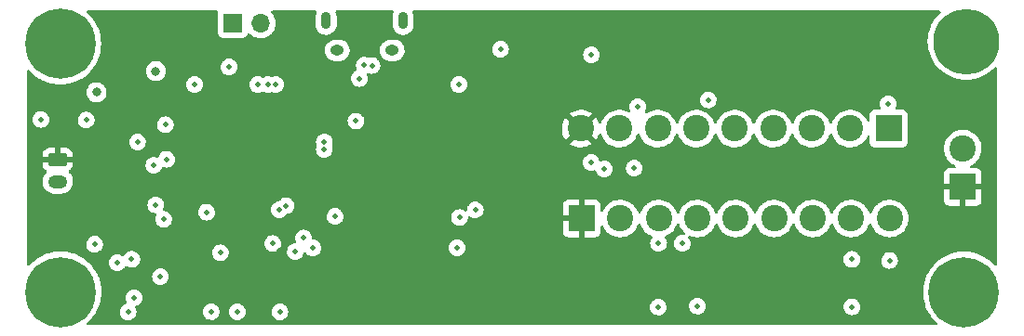
<source format=gbr>
%TF.GenerationSoftware,KiCad,Pcbnew,(6.0.1)*%
%TF.CreationDate,2022-04-25T15:24:58-05:00*%
%TF.ProjectId,Airbrake Controller,41697262-7261-46b6-9520-436f6e74726f,rev?*%
%TF.SameCoordinates,Original*%
%TF.FileFunction,Copper,L2,Inr*%
%TF.FilePolarity,Positive*%
%FSLAX46Y46*%
G04 Gerber Fmt 4.6, Leading zero omitted, Abs format (unit mm)*
G04 Created by KiCad (PCBNEW (6.0.1)) date 2022-04-25 15:24:58*
%MOMM*%
%LPD*%
G01*
G04 APERTURE LIST*
G04 Aperture macros list*
%AMRoundRect*
0 Rectangle with rounded corners*
0 $1 Rounding radius*
0 $2 $3 $4 $5 $6 $7 $8 $9 X,Y pos of 4 corners*
0 Add a 4 corners polygon primitive as box body*
4,1,4,$2,$3,$4,$5,$6,$7,$8,$9,$2,$3,0*
0 Add four circle primitives for the rounded corners*
1,1,$1+$1,$2,$3*
1,1,$1+$1,$4,$5*
1,1,$1+$1,$6,$7*
1,1,$1+$1,$8,$9*
0 Add four rect primitives between the rounded corners*
20,1,$1+$1,$2,$3,$4,$5,0*
20,1,$1+$1,$4,$5,$6,$7,0*
20,1,$1+$1,$6,$7,$8,$9,0*
20,1,$1+$1,$8,$9,$2,$3,0*%
G04 Aperture macros list end*
%TA.AperFunction,ComponentPad*%
%ADD10R,2.400000X2.400000*%
%TD*%
%TA.AperFunction,ComponentPad*%
%ADD11C,2.400000*%
%TD*%
%TA.AperFunction,ComponentPad*%
%ADD12C,0.800000*%
%TD*%
%TA.AperFunction,ComponentPad*%
%ADD13C,6.400000*%
%TD*%
%TA.AperFunction,ComponentPad*%
%ADD14R,1.700000X1.700000*%
%TD*%
%TA.AperFunction,ComponentPad*%
%ADD15O,1.700000X1.700000*%
%TD*%
%TA.AperFunction,ComponentPad*%
%ADD16RoundRect,0.250000X-0.625000X0.350000X-0.625000X-0.350000X0.625000X-0.350000X0.625000X0.350000X0*%
%TD*%
%TA.AperFunction,ComponentPad*%
%ADD17O,1.750000X1.200000*%
%TD*%
%TA.AperFunction,ComponentPad*%
%ADD18C,6.000000*%
%TD*%
%TA.AperFunction,ComponentPad*%
%ADD19O,0.890000X1.550000*%
%TD*%
%TA.AperFunction,ComponentPad*%
%ADD20O,1.250000X0.950000*%
%TD*%
%TA.AperFunction,ViaPad*%
%ADD21C,0.500000*%
%TD*%
%TA.AperFunction,ViaPad*%
%ADD22C,0.800000*%
%TD*%
G04 APERTURE END LIST*
D10*
%TO.N,GND*%
%TO.C,J5*%
X193013074Y-103511751D03*
D11*
%TO.N,+5V*%
X193013074Y-100011751D03*
%TD*%
D12*
%TO.N,N/C*%
%TO.C,H2*%
X108552362Y-113093895D03*
X113352362Y-113093895D03*
X112649418Y-111396839D03*
X110952362Y-110693895D03*
X110952362Y-115493895D03*
X109255306Y-111396839D03*
X112649418Y-114790951D03*
D13*
X110952362Y-113093895D03*
D12*
X109255306Y-114790951D03*
%TD*%
D14*
%TO.N,+3V3*%
%TO.C,J1*%
X126618406Y-88577368D03*
D15*
%TO.N,/Boot0_pulldown*%
X129158406Y-88577368D03*
%TD*%
D16*
%TO.N,GND*%
%TO.C,J2*%
X110695863Y-101013057D03*
D17*
%TO.N,V_Batt*%
X110695863Y-103013057D03*
%TD*%
D12*
%TO.N,N/C*%
%TO.C,H1*%
X110941341Y-88043383D03*
D13*
X110941341Y-90443383D03*
D12*
X113341341Y-90443383D03*
X110941341Y-92843383D03*
X109244285Y-88746327D03*
X112638397Y-88746327D03*
X108541341Y-90443383D03*
X112638397Y-92140439D03*
X109244285Y-92140439D03*
%TD*%
%TO.N,N/C*%
%TO.C,H3*%
X194924017Y-88639387D03*
X193333027Y-92480377D03*
X195583027Y-90230377D03*
D18*
X193333027Y-90230377D03*
D12*
X191742037Y-88639387D03*
X191742037Y-91821367D03*
X193333027Y-87980377D03*
X191083027Y-90230377D03*
X194924017Y-91821367D03*
%TD*%
%TO.N,N/C*%
%TO.C,H4*%
X190721534Y-113115426D03*
X191424478Y-114812482D03*
X194818590Y-111418370D03*
X195521534Y-113115426D03*
X191424478Y-111418370D03*
X194818590Y-114812482D03*
X193121534Y-110715426D03*
X193121534Y-115515426D03*
D13*
X193121534Y-113115426D03*
%TD*%
D19*
%TO.N,unconnected-(J3-Pad6)*%
%TO.C,J3*%
X142112258Y-88359857D03*
D20*
X136112258Y-91059857D03*
X141112258Y-91059857D03*
D19*
X135112258Y-88359857D03*
%TD*%
D10*
%TO.N,GND*%
%TO.C,J7*%
X158361601Y-106389591D03*
D11*
%TO.N,Extra_Out*%
X161861601Y-106389591D03*
%TO.N,Extra_SDA*%
X165361601Y-106389591D03*
%TO.N,Extra_SCL*%
X168861601Y-106389591D03*
%TO.N,Altus_MOSI*%
X172361601Y-106389591D03*
%TO.N,Altus_MISO*%
X175861601Y-106389591D03*
%TO.N,Altus_SCK*%
X179361601Y-106389591D03*
%TO.N,Altus_CS*%
X182861601Y-106389591D03*
%TO.N,+3V3*%
X186361601Y-106389591D03*
%TD*%
D10*
%TO.N,+3V3*%
%TO.C,J6*%
X186268636Y-98185760D03*
D11*
%TO.N,SWD_IO*%
X182768636Y-98185760D03*
%TO.N,SWD_SCK*%
X179268636Y-98185760D03*
%TO.N,V_Reg*%
X175768636Y-98185760D03*
%TO.N,V_Batt*%
X172268636Y-98185760D03*
%TO.N,Step_EnConn*%
X168768636Y-98185760D03*
%TO.N,Step_DirConn*%
X165268636Y-98185760D03*
%TO.N,Step_PWMConn*%
X161768636Y-98185760D03*
%TO.N,GND*%
X158268636Y-98185760D03*
%TD*%
D21*
%TO.N,+3V3*%
X165307949Y-114462079D03*
X168872947Y-114377198D03*
X132312892Y-109390327D03*
X186355941Y-110215237D03*
X147235532Y-106302131D03*
X117104492Y-114909528D03*
X182924856Y-114446396D03*
X125491434Y-109529481D03*
X130904817Y-114889230D03*
X137828517Y-97498486D03*
X186231217Y-95919453D03*
X120488250Y-97843799D03*
X116115833Y-110440947D03*
D22*
X119627885Y-92944194D03*
D21*
X113291646Y-97406674D03*
X147007781Y-109055856D03*
X123156799Y-94177981D03*
X114055444Y-108749584D03*
%TO.N,/Buzz_NPN*%
X147179259Y-94177981D03*
%TO.N,GND*%
X114659178Y-103712557D03*
X135989899Y-92811316D03*
X188298311Y-95115817D03*
X158245985Y-95576981D03*
X165193430Y-92782836D03*
X154199647Y-89691948D03*
X130840847Y-109308546D03*
X118285822Y-106120073D03*
X125426609Y-99469377D03*
X132060514Y-89393618D03*
X121608119Y-111285680D03*
X170778517Y-92799863D03*
X132023848Y-98397552D03*
X125022533Y-91779760D03*
X109012454Y-107255804D03*
X156309079Y-113186655D03*
X112534907Y-95755608D03*
X125022965Y-94177981D03*
X140448347Y-99343374D03*
X119740615Y-89385853D03*
X123674899Y-109566178D03*
X114615689Y-96228622D03*
X117141916Y-108949442D03*
X145029475Y-106843140D03*
X127324689Y-112217370D03*
X139545764Y-112776634D03*
X116471763Y-97873551D03*
X143235854Y-98893075D03*
X116281365Y-108226213D03*
X124190046Y-111994652D03*
D22*
X114494129Y-93301325D03*
D21*
X124169314Y-103712557D03*
D22*
%TO.N,V_Reg*%
X114226300Y-94877481D03*
D21*
%TO.N,/NRST*%
X120591503Y-100986192D03*
%TO.N,/OSC_IN*%
X117958881Y-99435463D03*
%TO.N,/OSC_OUT*%
X119446816Y-101535101D03*
%TO.N,/VCAP*%
X130254312Y-108681072D03*
%TO.N,3V3A*%
X119622068Y-105144737D03*
%TO.N,/LED_Reg_C*%
X109166281Y-97352213D03*
%TO.N,/Status_LEDC*%
X135922972Y-106204839D03*
%TO.N,Net-(D3-Pad1)*%
X150969272Y-90936241D03*
%TO.N,USB_D-*%
X139279527Y-92432454D03*
X134952070Y-100090042D03*
%TO.N,USB_D+*%
X138580522Y-92406076D03*
X134952070Y-99390539D03*
%TO.N,SWD_IO*%
X159224709Y-101284772D03*
%TO.N,Extra_SDA*%
X165350389Y-108656225D03*
X133071492Y-108167828D03*
X130849421Y-105588182D03*
%TO.N,Extra_SCL*%
X133910407Y-109083214D03*
X167497876Y-108664713D03*
X131474576Y-105218363D03*
%TO.N,Altus_CS*%
X182932969Y-110119083D03*
%TO.N,Step_EN*%
X169859021Y-95576981D03*
X163134226Y-101800799D03*
X160412620Y-101872420D03*
%TO.N,Step_DIR*%
X163457612Y-96211860D03*
%TO.N,Step_PWM*%
X159242546Y-91471582D03*
%TO.N,Flash_CS*%
X124646312Y-114885343D03*
X127020858Y-114889230D03*
X117429822Y-110108349D03*
%TO.N,Buzz_PWM*%
X138126613Y-93624766D03*
%TO.N,ADC_Battery*%
X120329045Y-106471116D03*
%TO.N,Net-(R6-Pad2)*%
X117629800Y-113616355D03*
%TO.N,/Boot0*%
X126298586Y-92569380D03*
%TO.N,Flash_SCK*%
X120043456Y-111711423D03*
X124239450Y-105813996D03*
%TO.N,SD_MOSI*%
X148676247Y-105615992D03*
%TO.N,SD_SCK*%
X130529620Y-94177981D03*
%TO.N,SD_MISO*%
X129824237Y-94177981D03*
%TO.N,SD_CS*%
X128888982Y-94177981D03*
%TD*%
%TA.AperFunction,Conductor*%
%TO.N,GND*%
G36*
X125228924Y-87434483D02*
G01*
X125275417Y-87488139D01*
X125285521Y-87558413D01*
X125278785Y-87584710D01*
X125269435Y-87609650D01*
X125269433Y-87609656D01*
X125266661Y-87617052D01*
X125259906Y-87679234D01*
X125259906Y-89475502D01*
X125266661Y-89537684D01*
X125317791Y-89674073D01*
X125405145Y-89790629D01*
X125521701Y-89877983D01*
X125658090Y-89929113D01*
X125720272Y-89935868D01*
X127516540Y-89935868D01*
X127578722Y-89929113D01*
X127715111Y-89877983D01*
X127831667Y-89790629D01*
X127919021Y-89674073D01*
X127923752Y-89661454D01*
X127963004Y-89556750D01*
X128005646Y-89499986D01*
X128072208Y-89475286D01*
X128141556Y-89490494D01*
X128176223Y-89518482D01*
X128204656Y-89551306D01*
X128376532Y-89694000D01*
X128569406Y-89806706D01*
X128778098Y-89886398D01*
X128783166Y-89887429D01*
X128783169Y-89887430D01*
X128890423Y-89909251D01*
X128997003Y-89930935D01*
X129002178Y-89931125D01*
X129002180Y-89931125D01*
X129215079Y-89938932D01*
X129215083Y-89938932D01*
X129220243Y-89939121D01*
X129225363Y-89938465D01*
X129225365Y-89938465D01*
X129436694Y-89911393D01*
X129436695Y-89911393D01*
X129441822Y-89910736D01*
X129446772Y-89909251D01*
X129650835Y-89848029D01*
X129650840Y-89848027D01*
X129655790Y-89846542D01*
X129856400Y-89748264D01*
X130038266Y-89618541D01*
X130105767Y-89551276D01*
X130182022Y-89475286D01*
X130196502Y-89460857D01*
X130326859Y-89279445D01*
X130384578Y-89162660D01*
X130423542Y-89083821D01*
X130423543Y-89083819D01*
X130425836Y-89079179D01*
X130490776Y-88865437D01*
X130519935Y-88643958D01*
X130521337Y-88586589D01*
X130521480Y-88580733D01*
X130521480Y-88580729D01*
X130521562Y-88577368D01*
X130503258Y-88354729D01*
X130448837Y-88138070D01*
X130359760Y-87933208D01*
X130301718Y-87843489D01*
X130241228Y-87749985D01*
X130241226Y-87749982D01*
X130238420Y-87745645D01*
X130228007Y-87734201D01*
X130128898Y-87625281D01*
X130097846Y-87561435D01*
X130106241Y-87490936D01*
X130151417Y-87436168D01*
X130222091Y-87414481D01*
X134147778Y-87414481D01*
X134215899Y-87434483D01*
X134262392Y-87488139D01*
X134272496Y-87558413D01*
X134263415Y-87590521D01*
X134201239Y-87734201D01*
X134201237Y-87734208D01*
X134198704Y-87740061D01*
X134197399Y-87746308D01*
X134165596Y-87898540D01*
X134159091Y-87929675D01*
X134158758Y-87936029D01*
X134158758Y-88738265D01*
X134159081Y-88741444D01*
X134172179Y-88870391D01*
X134173416Y-88882573D01*
X134231343Y-89067418D01*
X134325255Y-89236839D01*
X134329411Y-89241687D01*
X134329411Y-89241688D01*
X134396957Y-89320495D01*
X134451315Y-89383916D01*
X134456365Y-89387833D01*
X134599325Y-89498725D01*
X134599328Y-89498727D01*
X134604374Y-89502641D01*
X134778181Y-89588164D01*
X134784351Y-89589771D01*
X134784356Y-89589773D01*
X134959452Y-89635382D01*
X134959455Y-89635382D01*
X134965634Y-89636992D01*
X135056320Y-89641745D01*
X135152695Y-89646796D01*
X135152699Y-89646796D01*
X135159076Y-89647130D01*
X135328291Y-89621539D01*
X135344293Y-89619119D01*
X135344294Y-89619119D01*
X135350607Y-89618164D01*
X135356595Y-89615961D01*
X135356598Y-89615960D01*
X135439799Y-89585347D01*
X135532400Y-89551276D01*
X135537816Y-89547918D01*
X135537820Y-89547916D01*
X135691608Y-89452564D01*
X135691612Y-89452561D01*
X135697031Y-89449201D01*
X135837775Y-89316106D01*
X135948881Y-89157430D01*
X136025812Y-88979653D01*
X136063055Y-88801383D01*
X136064434Y-88794784D01*
X136064434Y-88794780D01*
X136065425Y-88790039D01*
X136065758Y-88783685D01*
X136065758Y-87981449D01*
X136051100Y-87837141D01*
X135993173Y-87652296D01*
X135965052Y-87601565D01*
X135949521Y-87532291D01*
X135973909Y-87465614D01*
X136030473Y-87422707D01*
X136075255Y-87414481D01*
X141147778Y-87414481D01*
X141215899Y-87434483D01*
X141262392Y-87488139D01*
X141272496Y-87558413D01*
X141263415Y-87590521D01*
X141201239Y-87734201D01*
X141201237Y-87734208D01*
X141198704Y-87740061D01*
X141197399Y-87746308D01*
X141165596Y-87898540D01*
X141159091Y-87929675D01*
X141158758Y-87936029D01*
X141158758Y-88738265D01*
X141159081Y-88741444D01*
X141172179Y-88870391D01*
X141173416Y-88882573D01*
X141231343Y-89067418D01*
X141325255Y-89236839D01*
X141329411Y-89241687D01*
X141329411Y-89241688D01*
X141396957Y-89320495D01*
X141451315Y-89383916D01*
X141456365Y-89387833D01*
X141599325Y-89498725D01*
X141599328Y-89498727D01*
X141604374Y-89502641D01*
X141778181Y-89588164D01*
X141784351Y-89589771D01*
X141784356Y-89589773D01*
X141959452Y-89635382D01*
X141959455Y-89635382D01*
X141965634Y-89636992D01*
X142056320Y-89641745D01*
X142152695Y-89646796D01*
X142152699Y-89646796D01*
X142159076Y-89647130D01*
X142328291Y-89621539D01*
X142344293Y-89619119D01*
X142344294Y-89619119D01*
X142350607Y-89618164D01*
X142356595Y-89615961D01*
X142356598Y-89615960D01*
X142439799Y-89585347D01*
X142532400Y-89551276D01*
X142537816Y-89547918D01*
X142537820Y-89547916D01*
X142691608Y-89452564D01*
X142691612Y-89452561D01*
X142697031Y-89449201D01*
X142837775Y-89316106D01*
X142948881Y-89157430D01*
X143025812Y-88979653D01*
X143063055Y-88801383D01*
X143064434Y-88794784D01*
X143064434Y-88794780D01*
X143065425Y-88790039D01*
X143065758Y-88783685D01*
X143065758Y-87981449D01*
X143051100Y-87837141D01*
X142993173Y-87652296D01*
X142965052Y-87601565D01*
X142949521Y-87532291D01*
X142973909Y-87465614D01*
X143030473Y-87422707D01*
X143075255Y-87414481D01*
X190882964Y-87414481D01*
X190951085Y-87434483D01*
X190997578Y-87488139D01*
X191007682Y-87558413D01*
X190978188Y-87622993D01*
X190972059Y-87629576D01*
X190722125Y-87879510D01*
X190490695Y-88165302D01*
X190290407Y-88473720D01*
X190288912Y-88476654D01*
X190288908Y-88476661D01*
X190133320Y-88782019D01*
X190123454Y-88801383D01*
X189991666Y-89144703D01*
X189896486Y-89499918D01*
X189877223Y-89621539D01*
X189841351Y-89848029D01*
X189838958Y-89863136D01*
X189819712Y-90230377D01*
X189838958Y-90597618D01*
X189839471Y-90600858D01*
X189839472Y-90600866D01*
X189865915Y-90767819D01*
X189896486Y-90960836D01*
X189991666Y-91316051D01*
X190123454Y-91659371D01*
X190124952Y-91662311D01*
X190286573Y-91979509D01*
X190290407Y-91987034D01*
X190292203Y-91989800D01*
X190292205Y-91989803D01*
X190396492Y-92150391D01*
X190490695Y-92295452D01*
X190722125Y-92581244D01*
X190982160Y-92841279D01*
X191267952Y-93072709D01*
X191270727Y-93074511D01*
X191545803Y-93253147D01*
X191576369Y-93272997D01*
X191579303Y-93274492D01*
X191579310Y-93274496D01*
X191889388Y-93432488D01*
X191904033Y-93439950D01*
X192247353Y-93571738D01*
X192602568Y-93666918D01*
X192752274Y-93690629D01*
X192962538Y-93723932D01*
X192962546Y-93723933D01*
X192965786Y-93724446D01*
X193333027Y-93743692D01*
X193700268Y-93724446D01*
X193703508Y-93723933D01*
X193703516Y-93723932D01*
X193913780Y-93690629D01*
X194063486Y-93666918D01*
X194418701Y-93571738D01*
X194762021Y-93439950D01*
X194776666Y-93432488D01*
X195086744Y-93274496D01*
X195086751Y-93274492D01*
X195089685Y-93272997D01*
X195120252Y-93253147D01*
X195395327Y-93074511D01*
X195398102Y-93072709D01*
X195683894Y-92841279D01*
X195921226Y-92603947D01*
X195983538Y-92569921D01*
X196054353Y-92574986D01*
X196111189Y-92617533D01*
X196136000Y-92684053D01*
X196136321Y-92693042D01*
X196136321Y-110589701D01*
X196116319Y-110657822D01*
X196062663Y-110704315D01*
X195992389Y-110714419D01*
X195927809Y-110684925D01*
X195912401Y-110668995D01*
X195883351Y-110633121D01*
X195883341Y-110633110D01*
X195881268Y-110630550D01*
X195606410Y-110355692D01*
X195582708Y-110336498D01*
X195341381Y-110141075D01*
X195304327Y-110111069D01*
X195237666Y-110067779D01*
X194981098Y-109901162D01*
X194981095Y-109901160D01*
X194978329Y-109899364D01*
X194975395Y-109897869D01*
X194975388Y-109897865D01*
X194634927Y-109724392D01*
X194631987Y-109722894D01*
X194407330Y-109636656D01*
X194272186Y-109584779D01*
X194272184Y-109584778D01*
X194269096Y-109583593D01*
X193893633Y-109482988D01*
X193644735Y-109443566D01*
X193512958Y-109422694D01*
X193512950Y-109422693D01*
X193509710Y-109422180D01*
X193121534Y-109401837D01*
X192733358Y-109422180D01*
X192730118Y-109422693D01*
X192730110Y-109422694D01*
X192598333Y-109443566D01*
X192349435Y-109482988D01*
X191973972Y-109583593D01*
X191970884Y-109584778D01*
X191970882Y-109584779D01*
X191835738Y-109636656D01*
X191611081Y-109722894D01*
X191608141Y-109724392D01*
X191267681Y-109897865D01*
X191267674Y-109897869D01*
X191264740Y-109899364D01*
X191261974Y-109901160D01*
X191261971Y-109901162D01*
X191054718Y-110035753D01*
X190938741Y-110111069D01*
X190901687Y-110141075D01*
X190660361Y-110336498D01*
X190636658Y-110355692D01*
X190361800Y-110630550D01*
X190359728Y-110633108D01*
X190359725Y-110633112D01*
X190280718Y-110730677D01*
X190117177Y-110932633D01*
X190115382Y-110935396D01*
X190115382Y-110935397D01*
X189915444Y-111243277D01*
X189905472Y-111258632D01*
X189729002Y-111604973D01*
X189679958Y-111732736D01*
X189615273Y-111901248D01*
X189589701Y-111967864D01*
X189489096Y-112343327D01*
X189456802Y-112547219D01*
X189432213Y-112702471D01*
X189428288Y-112727250D01*
X189407945Y-113115426D01*
X189428288Y-113503602D01*
X189428801Y-113506842D01*
X189428802Y-113506850D01*
X189448897Y-113633721D01*
X189489096Y-113887525D01*
X189589701Y-114262988D01*
X189590886Y-114266076D01*
X189590887Y-114266078D01*
X189632143Y-114373553D01*
X189729002Y-114625879D01*
X189730500Y-114628819D01*
X189893003Y-114947748D01*
X189905472Y-114972220D01*
X189907268Y-114974986D01*
X189907270Y-114974989D01*
X190101400Y-115273924D01*
X190117177Y-115298219D01*
X190183296Y-115379869D01*
X190348886Y-115584354D01*
X190361800Y-115600302D01*
X190636658Y-115875160D01*
X190673541Y-115905027D01*
X190713892Y-115963440D01*
X190716258Y-116034398D01*
X190679885Y-116095369D01*
X190616323Y-116126998D01*
X190594246Y-116128947D01*
X113453062Y-116128947D01*
X113384941Y-116108945D01*
X113338448Y-116055289D01*
X113328344Y-115985015D01*
X113357838Y-115920435D01*
X113373767Y-115905027D01*
X113434676Y-115855704D01*
X113434680Y-115855701D01*
X113437238Y-115853629D01*
X113712096Y-115578771D01*
X113718762Y-115570540D01*
X113834407Y-115427730D01*
X113956719Y-115276688D01*
X113986275Y-115231175D01*
X114166626Y-114953458D01*
X114166628Y-114953455D01*
X114168424Y-114950689D01*
X114172906Y-114941894D01*
X114194827Y-114898871D01*
X116341267Y-114898871D01*
X116357873Y-115068227D01*
X116411586Y-115229695D01*
X116415233Y-115235717D01*
X116415234Y-115235719D01*
X116453086Y-115298219D01*
X116499738Y-115375251D01*
X116617947Y-115497660D01*
X116653801Y-115521122D01*
X116741898Y-115578771D01*
X116760338Y-115590838D01*
X116766942Y-115593294D01*
X116766944Y-115593295D01*
X116803336Y-115606829D01*
X116919833Y-115650154D01*
X117088507Y-115672660D01*
X117095518Y-115672022D01*
X117095522Y-115672022D01*
X117250954Y-115657876D01*
X117257975Y-115657237D01*
X117264677Y-115655059D01*
X117264679Y-115655059D01*
X117413115Y-115606829D01*
X117413118Y-115606828D01*
X117419814Y-115604652D01*
X117565982Y-115517518D01*
X117571076Y-115512667D01*
X117571080Y-115512664D01*
X117638325Y-115448627D01*
X117689213Y-115400167D01*
X117783383Y-115258430D01*
X117843811Y-115099353D01*
X117867493Y-114930841D01*
X117867791Y-114909528D01*
X117863883Y-114874686D01*
X123883087Y-114874686D01*
X123899693Y-115044042D01*
X123901917Y-115050727D01*
X123901917Y-115050728D01*
X123918092Y-115099353D01*
X123953406Y-115205510D01*
X123957053Y-115211532D01*
X123957054Y-115211534D01*
X124009553Y-115298219D01*
X124041558Y-115351066D01*
X124159767Y-115473475D01*
X124201561Y-115500824D01*
X124285133Y-115555512D01*
X124302158Y-115566653D01*
X124308762Y-115569109D01*
X124308764Y-115569110D01*
X124340058Y-115580748D01*
X124461653Y-115625969D01*
X124630327Y-115648475D01*
X124637338Y-115647837D01*
X124637342Y-115647837D01*
X124792774Y-115633691D01*
X124799795Y-115633052D01*
X124806497Y-115630874D01*
X124806499Y-115630874D01*
X124954935Y-115582644D01*
X124954938Y-115582643D01*
X124961634Y-115580467D01*
X125107802Y-115493333D01*
X125112896Y-115488482D01*
X125112900Y-115488479D01*
X125180145Y-115424442D01*
X125231033Y-115375982D01*
X125235521Y-115369228D01*
X125278118Y-115305114D01*
X125325203Y-115234245D01*
X125385631Y-115075168D01*
X125387592Y-115061218D01*
X125398276Y-114985188D01*
X125409313Y-114906656D01*
X125409611Y-114885343D01*
X125408852Y-114878573D01*
X126257633Y-114878573D01*
X126274239Y-115047929D01*
X126327952Y-115209397D01*
X126331599Y-115215419D01*
X126331600Y-115215421D01*
X126381745Y-115298219D01*
X126416104Y-115354953D01*
X126534313Y-115477362D01*
X126676704Y-115570540D01*
X126683308Y-115572996D01*
X126683310Y-115572997D01*
X126731283Y-115590838D01*
X126836199Y-115629856D01*
X127004873Y-115652362D01*
X127011884Y-115651724D01*
X127011888Y-115651724D01*
X127167320Y-115637578D01*
X127174341Y-115636939D01*
X127181043Y-115634761D01*
X127181045Y-115634761D01*
X127329481Y-115586531D01*
X127329484Y-115586530D01*
X127336180Y-115584354D01*
X127482348Y-115497220D01*
X127487442Y-115492369D01*
X127487446Y-115492366D01*
X127590429Y-115394296D01*
X127605579Y-115379869D01*
X127612063Y-115370111D01*
X127695848Y-115244003D01*
X127699749Y-115238132D01*
X127760177Y-115079055D01*
X127783859Y-114910543D01*
X127784157Y-114889230D01*
X127782962Y-114878573D01*
X130141592Y-114878573D01*
X130158198Y-115047929D01*
X130211911Y-115209397D01*
X130215558Y-115215419D01*
X130215559Y-115215421D01*
X130265704Y-115298219D01*
X130300063Y-115354953D01*
X130418272Y-115477362D01*
X130560663Y-115570540D01*
X130567267Y-115572996D01*
X130567269Y-115572997D01*
X130615242Y-115590838D01*
X130720158Y-115629856D01*
X130888832Y-115652362D01*
X130895843Y-115651724D01*
X130895847Y-115651724D01*
X131051279Y-115637578D01*
X131058300Y-115636939D01*
X131065002Y-115634761D01*
X131065004Y-115634761D01*
X131213440Y-115586531D01*
X131213443Y-115586530D01*
X131220139Y-115584354D01*
X131366307Y-115497220D01*
X131371401Y-115492369D01*
X131371405Y-115492366D01*
X131474388Y-115394296D01*
X131489538Y-115379869D01*
X131496022Y-115370111D01*
X131579807Y-115244003D01*
X131583708Y-115238132D01*
X131644136Y-115079055D01*
X131667818Y-114910543D01*
X131668116Y-114889230D01*
X131649148Y-114720122D01*
X131593185Y-114559419D01*
X131588909Y-114552575D01*
X131538321Y-114471619D01*
X131525700Y-114451422D01*
X164544724Y-114451422D01*
X164561330Y-114620778D01*
X164615043Y-114782246D01*
X164618690Y-114788268D01*
X164618691Y-114788270D01*
X164695111Y-114914453D01*
X164703195Y-114927802D01*
X164821404Y-115050211D01*
X164849683Y-115068716D01*
X164943584Y-115130163D01*
X164963795Y-115143389D01*
X164970399Y-115145845D01*
X164970401Y-115145846D01*
X165006793Y-115159380D01*
X165123290Y-115202705D01*
X165291964Y-115225211D01*
X165298975Y-115224573D01*
X165298979Y-115224573D01*
X165454411Y-115210427D01*
X165461432Y-115209788D01*
X165468134Y-115207610D01*
X165468136Y-115207610D01*
X165616572Y-115159380D01*
X165616575Y-115159379D01*
X165623271Y-115157203D01*
X165769439Y-115070069D01*
X165774533Y-115065218D01*
X165774537Y-115065215D01*
X165869283Y-114974989D01*
X165892670Y-114952718D01*
X165899862Y-114941894D01*
X165949161Y-114867692D01*
X165986840Y-114810981D01*
X166047268Y-114651904D01*
X166070950Y-114483392D01*
X166071115Y-114471619D01*
X166071193Y-114466040D01*
X166071193Y-114466034D01*
X166071248Y-114462079D01*
X166060532Y-114366541D01*
X168109722Y-114366541D01*
X168126328Y-114535897D01*
X168128552Y-114542582D01*
X168128552Y-114542583D01*
X168151571Y-114611781D01*
X168180041Y-114697365D01*
X168183688Y-114703387D01*
X168183689Y-114703389D01*
X168244860Y-114804393D01*
X168268193Y-114842921D01*
X168386402Y-114965330D01*
X168392298Y-114969188D01*
X168512627Y-115047929D01*
X168528793Y-115058508D01*
X168535397Y-115060964D01*
X168535399Y-115060965D01*
X168569570Y-115073673D01*
X168688288Y-115117824D01*
X168856962Y-115140330D01*
X168863973Y-115139692D01*
X168863977Y-115139692D01*
X169019409Y-115125546D01*
X169026430Y-115124907D01*
X169033132Y-115122729D01*
X169033134Y-115122729D01*
X169181570Y-115074499D01*
X169181573Y-115074498D01*
X169188269Y-115072322D01*
X169334437Y-114985188D01*
X169339531Y-114980337D01*
X169339535Y-114980334D01*
X169425079Y-114898871D01*
X169457668Y-114867837D01*
X169491543Y-114816852D01*
X169524954Y-114766563D01*
X169551838Y-114726100D01*
X169612266Y-114567023D01*
X169614175Y-114553443D01*
X169617625Y-114528888D01*
X169630716Y-114435739D01*
X182161631Y-114435739D01*
X182178237Y-114605095D01*
X182231950Y-114766563D01*
X182235597Y-114772585D01*
X182235598Y-114772587D01*
X182312079Y-114898871D01*
X182320102Y-114912119D01*
X182438311Y-115034528D01*
X182506355Y-115079055D01*
X182565601Y-115117824D01*
X182580702Y-115127706D01*
X182587306Y-115130162D01*
X182587308Y-115130163D01*
X182650320Y-115153597D01*
X182740197Y-115187022D01*
X182908871Y-115209528D01*
X182915882Y-115208890D01*
X182915886Y-115208890D01*
X183071318Y-115194744D01*
X183078339Y-115194105D01*
X183085041Y-115191927D01*
X183085043Y-115191927D01*
X183233479Y-115143697D01*
X183233482Y-115143696D01*
X183240178Y-115141520D01*
X183386346Y-115054386D01*
X183391440Y-115049535D01*
X183391444Y-115049532D01*
X183485186Y-114960262D01*
X183509577Y-114937035D01*
X183513693Y-114930841D01*
X183576108Y-114836898D01*
X183603747Y-114795298D01*
X183664175Y-114636221D01*
X183687857Y-114467709D01*
X183688155Y-114446396D01*
X183669187Y-114277288D01*
X183613224Y-114116585D01*
X183607239Y-114107006D01*
X183578347Y-114060771D01*
X183523048Y-113972275D01*
X183403142Y-113851528D01*
X183386895Y-113841217D01*
X183320686Y-113799200D01*
X183259464Y-113760347D01*
X183099156Y-113703264D01*
X182930185Y-113683116D01*
X182923182Y-113683852D01*
X182923181Y-113683852D01*
X182767957Y-113700166D01*
X182767953Y-113700167D01*
X182760949Y-113700903D01*
X182754278Y-113703174D01*
X182606529Y-113753471D01*
X182606526Y-113753472D01*
X182599859Y-113755742D01*
X182593861Y-113759432D01*
X182593859Y-113759433D01*
X182460921Y-113841217D01*
X182460919Y-113841219D01*
X182454922Y-113844908D01*
X182333342Y-113963969D01*
X182329531Y-113969883D01*
X182329529Y-113969885D01*
X182281488Y-114044430D01*
X182241160Y-114107006D01*
X182182959Y-114266912D01*
X182161631Y-114435739D01*
X169630716Y-114435739D01*
X169635948Y-114398511D01*
X169636246Y-114377198D01*
X169617278Y-114208090D01*
X169611821Y-114192418D01*
X169587731Y-114123242D01*
X169561315Y-114047387D01*
X169555330Y-114037808D01*
X169514379Y-113972275D01*
X169471139Y-113903077D01*
X169351233Y-113782330D01*
X169337580Y-113773665D01*
X169255084Y-113721312D01*
X169207555Y-113691149D01*
X169047247Y-113634066D01*
X168878276Y-113613918D01*
X168871273Y-113614654D01*
X168871272Y-113614654D01*
X168716048Y-113630968D01*
X168716044Y-113630969D01*
X168709040Y-113631705D01*
X168702369Y-113633976D01*
X168554620Y-113684273D01*
X168554617Y-113684274D01*
X168547950Y-113686544D01*
X168541952Y-113690234D01*
X168541950Y-113690235D01*
X168409012Y-113772019D01*
X168409010Y-113772021D01*
X168403013Y-113775710D01*
X168281433Y-113894771D01*
X168277622Y-113900685D01*
X168277620Y-113900687D01*
X168217527Y-113993933D01*
X168189251Y-114037808D01*
X168131050Y-114197714D01*
X168109722Y-114366541D01*
X166060532Y-114366541D01*
X166052280Y-114292971D01*
X166049106Y-114283855D01*
X166018054Y-114194689D01*
X165996317Y-114132268D01*
X165990462Y-114122897D01*
X165951640Y-114060771D01*
X165906141Y-113987958D01*
X165786235Y-113867211D01*
X165769988Y-113856900D01*
X165700448Y-113812769D01*
X165642557Y-113776030D01*
X165482249Y-113718947D01*
X165313278Y-113698799D01*
X165306275Y-113699535D01*
X165306274Y-113699535D01*
X165151050Y-113715849D01*
X165151046Y-113715850D01*
X165144042Y-113716586D01*
X165137371Y-113718857D01*
X164989622Y-113769154D01*
X164989619Y-113769155D01*
X164982952Y-113771425D01*
X164976954Y-113775115D01*
X164976952Y-113775116D01*
X164844014Y-113856900D01*
X164844012Y-113856902D01*
X164838015Y-113860591D01*
X164832982Y-113865520D01*
X164726409Y-113969885D01*
X164716435Y-113979652D01*
X164712624Y-113985566D01*
X164712622Y-113985568D01*
X164674688Y-114044430D01*
X164624253Y-114122689D01*
X164615766Y-114146008D01*
X164585942Y-114227949D01*
X164566052Y-114282595D01*
X164544724Y-114451422D01*
X131525700Y-114451422D01*
X131503009Y-114415109D01*
X131490410Y-114402421D01*
X131436404Y-114348037D01*
X131383103Y-114294362D01*
X131376979Y-114290475D01*
X131264153Y-114218874D01*
X131239425Y-114203181D01*
X131079117Y-114146098D01*
X130910146Y-114125950D01*
X130903143Y-114126686D01*
X130903142Y-114126686D01*
X130747918Y-114143000D01*
X130747914Y-114143001D01*
X130740910Y-114143737D01*
X130734239Y-114146008D01*
X130586490Y-114196305D01*
X130586487Y-114196306D01*
X130579820Y-114198576D01*
X130573822Y-114202266D01*
X130573820Y-114202267D01*
X130440882Y-114284051D01*
X130440880Y-114284053D01*
X130434883Y-114287742D01*
X130417925Y-114304349D01*
X130321873Y-114398411D01*
X130313303Y-114406803D01*
X130309492Y-114412717D01*
X130309490Y-114412719D01*
X130266488Y-114479445D01*
X130221121Y-114549840D01*
X130162920Y-114709746D01*
X130141592Y-114878573D01*
X127782962Y-114878573D01*
X127765189Y-114720122D01*
X127709226Y-114559419D01*
X127704950Y-114552575D01*
X127654362Y-114471619D01*
X127619050Y-114415109D01*
X127606451Y-114402421D01*
X127552445Y-114348037D01*
X127499144Y-114294362D01*
X127493020Y-114290475D01*
X127380194Y-114218874D01*
X127355466Y-114203181D01*
X127195158Y-114146098D01*
X127026187Y-114125950D01*
X127019184Y-114126686D01*
X127019183Y-114126686D01*
X126863959Y-114143000D01*
X126863955Y-114143001D01*
X126856951Y-114143737D01*
X126850280Y-114146008D01*
X126702531Y-114196305D01*
X126702528Y-114196306D01*
X126695861Y-114198576D01*
X126689863Y-114202266D01*
X126689861Y-114202267D01*
X126556923Y-114284051D01*
X126556921Y-114284053D01*
X126550924Y-114287742D01*
X126533966Y-114304349D01*
X126437914Y-114398411D01*
X126429344Y-114406803D01*
X126425533Y-114412717D01*
X126425531Y-114412719D01*
X126382529Y-114479445D01*
X126337162Y-114549840D01*
X126278961Y-114709746D01*
X126257633Y-114878573D01*
X125408852Y-114878573D01*
X125390643Y-114716235D01*
X125381745Y-114690682D01*
X125360201Y-114628819D01*
X125334680Y-114555532D01*
X125328695Y-114545953D01*
X125306732Y-114510807D01*
X125244504Y-114411222D01*
X125124598Y-114290475D01*
X125114848Y-114284287D01*
X125011773Y-114218874D01*
X124980920Y-114199294D01*
X124820612Y-114142211D01*
X124651641Y-114122063D01*
X124644638Y-114122799D01*
X124644637Y-114122799D01*
X124489413Y-114139113D01*
X124489409Y-114139114D01*
X124482405Y-114139850D01*
X124475734Y-114142121D01*
X124327985Y-114192418D01*
X124327982Y-114192419D01*
X124321315Y-114194689D01*
X124315317Y-114198379D01*
X124315315Y-114198380D01*
X124182377Y-114280164D01*
X124182375Y-114280166D01*
X124176378Y-114283855D01*
X124148170Y-114311479D01*
X124081565Y-114376704D01*
X124054798Y-114402916D01*
X124050987Y-114408830D01*
X124050985Y-114408832D01*
X124015585Y-114463762D01*
X123962616Y-114545953D01*
X123952549Y-114573612D01*
X123907507Y-114697365D01*
X123904415Y-114705859D01*
X123883087Y-114874686D01*
X117863883Y-114874686D01*
X117848823Y-114740420D01*
X117841755Y-114720122D01*
X117802461Y-114607288D01*
X117792860Y-114579717D01*
X117789127Y-114573743D01*
X117789125Y-114573739D01*
X117764693Y-114534641D01*
X117745556Y-114466272D01*
X117766420Y-114398411D01*
X117820661Y-114352602D01*
X117832609Y-114348037D01*
X117938425Y-114313655D01*
X117945122Y-114311479D01*
X118091290Y-114224345D01*
X118096384Y-114219494D01*
X118096388Y-114219491D01*
X118180019Y-114139850D01*
X118214521Y-114106994D01*
X118218449Y-114101083D01*
X118264423Y-114031885D01*
X118308691Y-113965257D01*
X118369119Y-113806180D01*
X118392801Y-113637668D01*
X118393099Y-113616355D01*
X118374131Y-113447247D01*
X118318168Y-113286544D01*
X118312183Y-113276965D01*
X118290220Y-113241819D01*
X118227992Y-113142234D01*
X118108086Y-113021487D01*
X118091839Y-113011176D01*
X118053206Y-112986659D01*
X117964408Y-112930306D01*
X117804100Y-112873223D01*
X117635129Y-112853075D01*
X117628126Y-112853811D01*
X117628125Y-112853811D01*
X117472901Y-112870125D01*
X117472897Y-112870126D01*
X117465893Y-112870862D01*
X117459222Y-112873133D01*
X117311473Y-112923430D01*
X117311470Y-112923431D01*
X117304803Y-112925701D01*
X117298805Y-112929391D01*
X117298803Y-112929392D01*
X117165865Y-113011176D01*
X117165863Y-113011178D01*
X117159866Y-113014867D01*
X117154833Y-113019796D01*
X117053809Y-113118727D01*
X117038286Y-113133928D01*
X116946104Y-113276965D01*
X116887903Y-113436871D01*
X116866575Y-113605698D01*
X116883181Y-113775054D01*
X116936894Y-113936522D01*
X116970580Y-113992144D01*
X116988758Y-114060771D01*
X116966948Y-114128334D01*
X116912072Y-114173381D01*
X116903408Y-114176691D01*
X116786165Y-114216603D01*
X116786162Y-114216604D01*
X116779495Y-114218874D01*
X116773497Y-114222564D01*
X116773495Y-114222565D01*
X116640557Y-114304349D01*
X116640555Y-114304351D01*
X116634558Y-114308040D01*
X116629525Y-114312969D01*
X116523092Y-114417197D01*
X116512978Y-114427101D01*
X116509167Y-114433015D01*
X116509165Y-114433017D01*
X116447380Y-114528888D01*
X116420796Y-114570138D01*
X116362595Y-114730044D01*
X116341267Y-114898871D01*
X114194827Y-114898871D01*
X114343396Y-114607288D01*
X114344894Y-114604348D01*
X114433488Y-114373553D01*
X114483009Y-114244547D01*
X114483010Y-114244545D01*
X114484195Y-114241457D01*
X114584800Y-113865994D01*
X114627135Y-113598704D01*
X114645094Y-113485319D01*
X114645095Y-113485311D01*
X114645608Y-113482071D01*
X114665951Y-113093895D01*
X114645608Y-112705719D01*
X114584800Y-112321796D01*
X114484195Y-111946333D01*
X114466889Y-111901248D01*
X114402203Y-111732736D01*
X114389931Y-111700766D01*
X119280231Y-111700766D01*
X119296837Y-111870122D01*
X119350550Y-112031590D01*
X119354197Y-112037612D01*
X119354198Y-112037614D01*
X119367953Y-112060325D01*
X119438702Y-112177146D01*
X119556911Y-112299555D01*
X119699302Y-112392733D01*
X119705906Y-112395189D01*
X119705908Y-112395190D01*
X119742300Y-112408724D01*
X119858797Y-112452049D01*
X120027471Y-112474555D01*
X120034482Y-112473917D01*
X120034486Y-112473917D01*
X120189918Y-112459771D01*
X120196939Y-112459132D01*
X120203641Y-112456954D01*
X120203643Y-112456954D01*
X120352079Y-112408724D01*
X120352082Y-112408723D01*
X120358778Y-112406547D01*
X120504946Y-112319413D01*
X120510040Y-112314562D01*
X120510044Y-112314559D01*
X120577289Y-112250522D01*
X120628177Y-112202062D01*
X120722347Y-112060325D01*
X120782775Y-111901248D01*
X120806457Y-111732736D01*
X120806755Y-111711423D01*
X120787787Y-111542315D01*
X120731824Y-111381612D01*
X120725839Y-111372033D01*
X120656814Y-111261573D01*
X120641648Y-111237302D01*
X120521742Y-111116555D01*
X120505495Y-111106244D01*
X120415193Y-111048937D01*
X120378064Y-111025374D01*
X120217756Y-110968291D01*
X120048785Y-110948143D01*
X120041782Y-110948879D01*
X120041781Y-110948879D01*
X119886557Y-110965193D01*
X119886553Y-110965194D01*
X119879549Y-110965930D01*
X119872878Y-110968201D01*
X119725129Y-111018498D01*
X119725126Y-111018499D01*
X119718459Y-111020769D01*
X119712461Y-111024459D01*
X119712459Y-111024460D01*
X119579521Y-111106244D01*
X119579519Y-111106246D01*
X119573522Y-111109935D01*
X119451942Y-111228996D01*
X119448131Y-111234910D01*
X119448129Y-111234912D01*
X119430947Y-111261573D01*
X119359760Y-111372033D01*
X119301559Y-111531939D01*
X119280231Y-111700766D01*
X114389931Y-111700766D01*
X114344894Y-111583442D01*
X114323939Y-111542315D01*
X114169923Y-111240042D01*
X114169919Y-111240035D01*
X114168424Y-111237101D01*
X114146980Y-111204079D01*
X113958514Y-110913866D01*
X113958514Y-110913865D01*
X113956719Y-110911102D01*
X113790530Y-110705876D01*
X113714171Y-110611581D01*
X113714168Y-110611577D01*
X113712096Y-110609019D01*
X113533367Y-110430290D01*
X115352608Y-110430290D01*
X115369214Y-110599646D01*
X115371438Y-110606331D01*
X115371438Y-110606332D01*
X115372149Y-110608470D01*
X115422927Y-110761114D01*
X115426574Y-110767136D01*
X115426575Y-110767138D01*
X115502612Y-110892689D01*
X115511079Y-110906670D01*
X115629288Y-111029079D01*
X115635184Y-111032937D01*
X115757197Y-111112780D01*
X115771679Y-111122257D01*
X115778283Y-111124713D01*
X115778285Y-111124714D01*
X115814677Y-111138248D01*
X115931174Y-111181573D01*
X116099848Y-111204079D01*
X116106859Y-111203441D01*
X116106863Y-111203441D01*
X116262295Y-111189295D01*
X116269316Y-111188656D01*
X116276018Y-111186478D01*
X116276020Y-111186478D01*
X116424456Y-111138248D01*
X116424459Y-111138247D01*
X116431155Y-111136071D01*
X116577323Y-111048937D01*
X116582417Y-111044086D01*
X116582421Y-111044083D01*
X116662104Y-110968201D01*
X116700554Y-110931586D01*
X116713210Y-110912538D01*
X116770153Y-110826831D01*
X116794724Y-110789849D01*
X116797227Y-110783261D01*
X116800446Y-110776997D01*
X116801668Y-110777625D01*
X116839950Y-110727129D01*
X116906620Y-110702724D01*
X116975901Y-110718237D01*
X116983837Y-110723023D01*
X117051252Y-110767138D01*
X117085668Y-110789659D01*
X117092272Y-110792115D01*
X117092274Y-110792116D01*
X117141979Y-110810601D01*
X117245163Y-110848975D01*
X117413837Y-110871481D01*
X117420848Y-110870843D01*
X117420852Y-110870843D01*
X117576284Y-110856697D01*
X117583305Y-110856058D01*
X117590007Y-110853880D01*
X117590009Y-110853880D01*
X117738445Y-110805650D01*
X117738448Y-110805649D01*
X117745144Y-110803473D01*
X117891312Y-110716339D01*
X117896406Y-110711488D01*
X117896410Y-110711485D01*
X117981166Y-110630772D01*
X118014543Y-110598988D01*
X118020714Y-110589701D01*
X118061628Y-110528120D01*
X118108713Y-110457251D01*
X118169141Y-110298174D01*
X118192823Y-110129662D01*
X118192971Y-110119083D01*
X118193066Y-110112310D01*
X118193066Y-110112304D01*
X118193121Y-110108349D01*
X118174153Y-109939241D01*
X118160893Y-109901162D01*
X118141479Y-109845414D01*
X118118190Y-109778538D01*
X118112205Y-109768959D01*
X118079435Y-109716518D01*
X118028014Y-109634228D01*
X117913414Y-109518824D01*
X124728209Y-109518824D01*
X124744815Y-109688180D01*
X124747039Y-109694865D01*
X124747039Y-109694866D01*
X124748807Y-109700180D01*
X124798528Y-109849648D01*
X124802175Y-109855670D01*
X124802176Y-109855672D01*
X124873470Y-109973391D01*
X124886680Y-109995204D01*
X125004889Y-110117613D01*
X125076084Y-110164202D01*
X125137789Y-110204580D01*
X125147280Y-110210791D01*
X125153884Y-110213247D01*
X125153886Y-110213248D01*
X125190278Y-110226782D01*
X125306775Y-110270107D01*
X125475449Y-110292613D01*
X125482460Y-110291975D01*
X125482464Y-110291975D01*
X125637896Y-110277829D01*
X125644917Y-110277190D01*
X125651619Y-110275012D01*
X125651621Y-110275012D01*
X125800057Y-110226782D01*
X125800060Y-110226781D01*
X125806756Y-110224605D01*
X125952924Y-110137471D01*
X125958018Y-110132620D01*
X125958022Y-110132617D01*
X126055830Y-110039475D01*
X126076155Y-110020120D01*
X126088247Y-110001921D01*
X126136785Y-109928865D01*
X126170325Y-109878383D01*
X126230753Y-109719306D01*
X126254435Y-109550794D01*
X126254733Y-109529481D01*
X126235765Y-109360373D01*
X126232623Y-109351349D01*
X126202279Y-109264215D01*
X126179802Y-109199670D01*
X126173817Y-109190091D01*
X126136539Y-109130436D01*
X126089626Y-109055360D01*
X126072591Y-109038205D01*
X126011208Y-108976392D01*
X125969720Y-108934613D01*
X125953473Y-108924302D01*
X125877947Y-108876372D01*
X125826042Y-108843432D01*
X125665734Y-108786349D01*
X125496763Y-108766201D01*
X125489760Y-108766937D01*
X125489759Y-108766937D01*
X125334535Y-108783251D01*
X125334531Y-108783252D01*
X125327527Y-108783988D01*
X125320856Y-108786259D01*
X125173107Y-108836556D01*
X125173104Y-108836557D01*
X125166437Y-108838827D01*
X125160439Y-108842517D01*
X125160437Y-108842518D01*
X125027499Y-108924302D01*
X125027497Y-108924304D01*
X125021500Y-108927993D01*
X124899920Y-109047054D01*
X124896109Y-109052968D01*
X124896107Y-109052970D01*
X124823367Y-109165840D01*
X124807738Y-109190091D01*
X124783493Y-109256703D01*
X124752388Y-109342165D01*
X124749537Y-109349997D01*
X124728209Y-109518824D01*
X117913414Y-109518824D01*
X117908108Y-109513481D01*
X117891861Y-109503170D01*
X117827483Y-109462315D01*
X117764430Y-109422300D01*
X117604122Y-109365217D01*
X117435151Y-109345069D01*
X117428148Y-109345805D01*
X117428147Y-109345805D01*
X117272923Y-109362119D01*
X117272919Y-109362120D01*
X117265915Y-109362856D01*
X117259244Y-109365127D01*
X117111495Y-109415424D01*
X117111492Y-109415425D01*
X117104825Y-109417695D01*
X117098827Y-109421385D01*
X117098825Y-109421386D01*
X116965887Y-109503170D01*
X116965885Y-109503172D01*
X116959888Y-109506861D01*
X116904392Y-109561207D01*
X116850739Y-109613749D01*
X116838308Y-109625922D01*
X116834497Y-109631836D01*
X116834495Y-109631838D01*
X116813867Y-109663846D01*
X116746126Y-109768959D01*
X116743717Y-109775578D01*
X116743486Y-109776043D01*
X116695280Y-109828165D01*
X116626547Y-109845951D01*
X116563113Y-109826402D01*
X116549962Y-109818056D01*
X116450441Y-109754898D01*
X116290133Y-109697815D01*
X116121162Y-109677667D01*
X116114159Y-109678403D01*
X116114158Y-109678403D01*
X115958934Y-109694717D01*
X115958930Y-109694718D01*
X115951926Y-109695454D01*
X115945255Y-109697725D01*
X115797506Y-109748022D01*
X115797503Y-109748023D01*
X115790836Y-109750293D01*
X115784838Y-109753983D01*
X115784836Y-109753984D01*
X115651898Y-109835768D01*
X115651896Y-109835770D01*
X115645899Y-109839459D01*
X115598552Y-109885825D01*
X115539840Y-109943321D01*
X115524319Y-109958520D01*
X115520508Y-109964434D01*
X115520506Y-109964436D01*
X115435954Y-110095634D01*
X115432137Y-110101557D01*
X115373936Y-110261463D01*
X115352608Y-110430290D01*
X113533367Y-110430290D01*
X113437238Y-110334161D01*
X113406054Y-110308908D01*
X113268583Y-110197586D01*
X113135155Y-110089538D01*
X113035743Y-110024979D01*
X112811926Y-109879631D01*
X112811923Y-109879629D01*
X112809157Y-109877833D01*
X112806223Y-109876338D01*
X112806216Y-109876334D01*
X112465755Y-109702861D01*
X112462815Y-109701363D01*
X112130641Y-109573853D01*
X112103014Y-109563248D01*
X112103012Y-109563247D01*
X112099924Y-109562062D01*
X111724461Y-109461457D01*
X111508217Y-109427207D01*
X111343786Y-109401163D01*
X111343778Y-109401162D01*
X111340538Y-109400649D01*
X110952362Y-109380306D01*
X110564186Y-109400649D01*
X110560946Y-109401162D01*
X110560938Y-109401163D01*
X110396507Y-109427207D01*
X110180263Y-109461457D01*
X109804800Y-109562062D01*
X109801712Y-109563247D01*
X109801710Y-109563248D01*
X109774083Y-109573853D01*
X109441909Y-109701363D01*
X109438969Y-109702861D01*
X109098509Y-109876334D01*
X109098502Y-109876338D01*
X109095568Y-109877833D01*
X109092802Y-109879629D01*
X109092799Y-109879631D01*
X108852391Y-110035753D01*
X108769569Y-110089538D01*
X108636141Y-110197586D01*
X108498671Y-110308908D01*
X108467486Y-110334161D01*
X108192628Y-110609019D01*
X108190556Y-110611577D01*
X108190553Y-110611581D01*
X108142369Y-110671083D01*
X108083954Y-110711435D01*
X108012997Y-110713799D01*
X107952026Y-110677426D01*
X107920398Y-110613864D01*
X107918449Y-110591788D01*
X107918449Y-108738927D01*
X113292219Y-108738927D01*
X113308825Y-108908283D01*
X113311049Y-108914968D01*
X113311049Y-108914969D01*
X113316857Y-108932429D01*
X113362538Y-109069751D01*
X113366185Y-109075773D01*
X113366186Y-109075775D01*
X113445990Y-109207546D01*
X113450690Y-109215307D01*
X113568899Y-109337716D01*
X113633983Y-109380306D01*
X113704733Y-109426603D01*
X113711290Y-109430894D01*
X113717894Y-109433350D01*
X113717896Y-109433351D01*
X113754288Y-109446885D01*
X113870785Y-109490210D01*
X114039459Y-109512716D01*
X114046470Y-109512078D01*
X114046474Y-109512078D01*
X114201906Y-109497932D01*
X114208927Y-109497293D01*
X114215629Y-109495115D01*
X114215631Y-109495115D01*
X114364067Y-109446885D01*
X114364070Y-109446884D01*
X114370766Y-109444708D01*
X114516934Y-109357574D01*
X114522028Y-109352723D01*
X114522032Y-109352720D01*
X114593976Y-109284208D01*
X114640165Y-109240223D01*
X114662686Y-109206327D01*
X114702193Y-109146864D01*
X114734335Y-109098486D01*
X114794763Y-108939409D01*
X114818445Y-108770897D01*
X114818743Y-108749584D01*
X114809863Y-108670415D01*
X129491087Y-108670415D01*
X129507693Y-108839771D01*
X129509917Y-108846456D01*
X129509917Y-108846457D01*
X129512605Y-108854538D01*
X129561406Y-109001239D01*
X129565053Y-109007261D01*
X129565054Y-109007263D01*
X129639651Y-109130436D01*
X129649558Y-109146795D01*
X129767767Y-109269204D01*
X129773663Y-109273062D01*
X129902811Y-109357574D01*
X129910158Y-109362382D01*
X129916762Y-109364838D01*
X129916764Y-109364839D01*
X129958354Y-109380306D01*
X130069653Y-109421698D01*
X130238327Y-109444204D01*
X130245338Y-109443566D01*
X130245342Y-109443566D01*
X130400774Y-109429420D01*
X130407795Y-109428781D01*
X130414497Y-109426603D01*
X130414499Y-109426603D01*
X130558943Y-109379670D01*
X131549667Y-109379670D01*
X131566273Y-109549026D01*
X131619986Y-109710494D01*
X131623633Y-109716516D01*
X131623634Y-109716518D01*
X131704261Y-109849648D01*
X131708138Y-109856050D01*
X131826347Y-109978459D01*
X131832243Y-109982317D01*
X131929758Y-110046129D01*
X131968738Y-110071637D01*
X131975342Y-110074093D01*
X131975344Y-110074094D01*
X132048485Y-110101295D01*
X132128233Y-110130953D01*
X132296907Y-110153459D01*
X132303918Y-110152821D01*
X132303922Y-110152821D01*
X132459354Y-110138675D01*
X132466375Y-110138036D01*
X132473077Y-110135858D01*
X132473079Y-110135858D01*
X132557506Y-110108426D01*
X182169744Y-110108426D01*
X182186350Y-110277782D01*
X182188574Y-110284467D01*
X182188574Y-110284468D01*
X182193133Y-110298174D01*
X182240063Y-110439250D01*
X182243710Y-110445272D01*
X182243711Y-110445274D01*
X182315699Y-110564139D01*
X182328215Y-110584806D01*
X182446424Y-110707215D01*
X182469353Y-110722219D01*
X182572412Y-110789659D01*
X182588815Y-110800393D01*
X182595419Y-110802849D01*
X182595421Y-110802850D01*
X182631813Y-110816384D01*
X182748310Y-110859709D01*
X182916984Y-110882215D01*
X182923995Y-110881577D01*
X182923999Y-110881577D01*
X183079431Y-110867431D01*
X183086452Y-110866792D01*
X183093154Y-110864614D01*
X183093156Y-110864614D01*
X183241592Y-110816384D01*
X183241595Y-110816383D01*
X183248291Y-110814207D01*
X183394459Y-110727073D01*
X183399553Y-110722222D01*
X183399557Y-110722219D01*
X183467180Y-110657822D01*
X183517690Y-110609722D01*
X183521594Y-110603847D01*
X183607959Y-110473856D01*
X183611860Y-110467985D01*
X183672288Y-110308908D01*
X183686950Y-110204580D01*
X185592716Y-110204580D01*
X185609322Y-110373936D01*
X185663035Y-110535404D01*
X185666682Y-110541426D01*
X185666683Y-110541428D01*
X185743941Y-110668995D01*
X185751187Y-110680960D01*
X185869396Y-110803369D01*
X185889285Y-110816384D01*
X185966317Y-110866792D01*
X186011787Y-110896547D01*
X186018391Y-110899003D01*
X186018393Y-110899004D01*
X186050924Y-110911102D01*
X186171282Y-110955863D01*
X186339956Y-110978369D01*
X186346967Y-110977731D01*
X186346971Y-110977731D01*
X186502403Y-110963585D01*
X186509424Y-110962946D01*
X186516126Y-110960768D01*
X186516128Y-110960768D01*
X186664564Y-110912538D01*
X186664567Y-110912537D01*
X186671263Y-110910361D01*
X186817431Y-110823227D01*
X186822525Y-110818376D01*
X186822529Y-110818373D01*
X186918403Y-110727073D01*
X186940662Y-110705876D01*
X186963779Y-110671083D01*
X187001795Y-110613864D01*
X187034832Y-110564139D01*
X187095260Y-110405062D01*
X187118942Y-110236550D01*
X187119109Y-110224605D01*
X187119185Y-110219198D01*
X187119185Y-110219192D01*
X187119240Y-110215237D01*
X187100272Y-110046129D01*
X187044309Y-109885426D01*
X187039565Y-109877833D01*
X186988384Y-109795929D01*
X186954133Y-109741116D01*
X186946380Y-109733308D01*
X186853923Y-109640203D01*
X186834227Y-109620369D01*
X186817980Y-109610058D01*
X186768586Y-109578712D01*
X186690549Y-109529188D01*
X186530241Y-109472105D01*
X186361270Y-109451957D01*
X186354267Y-109452693D01*
X186354266Y-109452693D01*
X186199042Y-109469007D01*
X186199038Y-109469008D01*
X186192034Y-109469744D01*
X186185363Y-109472015D01*
X186037614Y-109522312D01*
X186037611Y-109522313D01*
X186030944Y-109524583D01*
X186024946Y-109528273D01*
X186024944Y-109528274D01*
X185892006Y-109610058D01*
X185892004Y-109610060D01*
X185886007Y-109613749D01*
X185858993Y-109640203D01*
X185794040Y-109703811D01*
X185764427Y-109732810D01*
X185760616Y-109738724D01*
X185760614Y-109738726D01*
X185705161Y-109824772D01*
X185672245Y-109875847D01*
X185614044Y-110035753D01*
X185592716Y-110204580D01*
X183686950Y-110204580D01*
X183695970Y-110140396D01*
X183696120Y-110129662D01*
X183696213Y-110123044D01*
X183696213Y-110123038D01*
X183696268Y-110119083D01*
X183677300Y-109949975D01*
X183673557Y-109939225D01*
X183640888Y-109845414D01*
X183621337Y-109789272D01*
X183615352Y-109779693D01*
X183567934Y-109703811D01*
X183531161Y-109644962D01*
X183518129Y-109631838D01*
X183441532Y-109554704D01*
X183411255Y-109524215D01*
X183402761Y-109518824D01*
X183345479Y-109482472D01*
X183267577Y-109433034D01*
X183107269Y-109375951D01*
X182938298Y-109355803D01*
X182931295Y-109356539D01*
X182931294Y-109356539D01*
X182776070Y-109372853D01*
X182776066Y-109372854D01*
X182769062Y-109373590D01*
X182762391Y-109375861D01*
X182614642Y-109426158D01*
X182614639Y-109426159D01*
X182607972Y-109428429D01*
X182601974Y-109432119D01*
X182601972Y-109432120D01*
X182469034Y-109513904D01*
X182469032Y-109513906D01*
X182463035Y-109517595D01*
X182433524Y-109546495D01*
X182358087Y-109620369D01*
X182341455Y-109636656D01*
X182337644Y-109642570D01*
X182337642Y-109642572D01*
X182266374Y-109753157D01*
X182249273Y-109779693D01*
X182191072Y-109939599D01*
X182169744Y-110108426D01*
X132557506Y-110108426D01*
X132621515Y-110087628D01*
X132621518Y-110087627D01*
X132628214Y-110085451D01*
X132774382Y-109998317D01*
X132779476Y-109993466D01*
X132779480Y-109993463D01*
X132885939Y-109892083D01*
X132897613Y-109880966D01*
X132903707Y-109871795D01*
X132953744Y-109796482D01*
X132991783Y-109739229D01*
X133052211Y-109580152D01*
X133054261Y-109565565D01*
X133083546Y-109500890D01*
X133143149Y-109462315D01*
X133214145Y-109462088D01*
X133273994Y-109500280D01*
X133286810Y-109517824D01*
X133289084Y-109521579D01*
X133305653Y-109548937D01*
X133423862Y-109671346D01*
X133486486Y-109712326D01*
X133545556Y-109750980D01*
X133566253Y-109764524D01*
X133572857Y-109766980D01*
X133572859Y-109766981D01*
X133603935Y-109778538D01*
X133725748Y-109823840D01*
X133894422Y-109846346D01*
X133901433Y-109845708D01*
X133901437Y-109845708D01*
X134056869Y-109831562D01*
X134063890Y-109830923D01*
X134070592Y-109828745D01*
X134070594Y-109828745D01*
X134219030Y-109780515D01*
X134219033Y-109780514D01*
X134225729Y-109778338D01*
X134371897Y-109691204D01*
X134376991Y-109686353D01*
X134376995Y-109686350D01*
X134481594Y-109586741D01*
X134495128Y-109573853D01*
X134510077Y-109551354D01*
X134564298Y-109469744D01*
X134589298Y-109432116D01*
X134649726Y-109273039D01*
X134673408Y-109104527D01*
X134673706Y-109083214D01*
X134669442Y-109045199D01*
X146244556Y-109045199D01*
X146261162Y-109214555D01*
X146263386Y-109221240D01*
X146263386Y-109221241D01*
X146270263Y-109241913D01*
X146314875Y-109376023D01*
X146318522Y-109382045D01*
X146318523Y-109382047D01*
X146398123Y-109513481D01*
X146403027Y-109521579D01*
X146521236Y-109643988D01*
X146592432Y-109690577D01*
X146640008Y-109721710D01*
X146663627Y-109737166D01*
X146670231Y-109739622D01*
X146670233Y-109739623D01*
X146721468Y-109758677D01*
X146823122Y-109796482D01*
X146991796Y-109818988D01*
X146998807Y-109818350D01*
X146998811Y-109818350D01*
X147154243Y-109804204D01*
X147161264Y-109803565D01*
X147167966Y-109801387D01*
X147167968Y-109801387D01*
X147316404Y-109753157D01*
X147316407Y-109753156D01*
X147323103Y-109750980D01*
X147469271Y-109663846D01*
X147474365Y-109658995D01*
X147474369Y-109658992D01*
X147554443Y-109582738D01*
X147592502Y-109546495D01*
X147601175Y-109533442D01*
X147662525Y-109441102D01*
X147686672Y-109404758D01*
X147747100Y-109245681D01*
X147770782Y-109077169D01*
X147770979Y-109063068D01*
X147771025Y-109059817D01*
X147771025Y-109059811D01*
X147771080Y-109055856D01*
X147752112Y-108886748D01*
X147696149Y-108726045D01*
X147690164Y-108716466D01*
X147645402Y-108644834D01*
X147605973Y-108581735D01*
X147486067Y-108460988D01*
X147469820Y-108450677D01*
X147411706Y-108413797D01*
X147342389Y-108369807D01*
X147182081Y-108312724D01*
X147013110Y-108292576D01*
X147006107Y-108293312D01*
X147006106Y-108293312D01*
X146850882Y-108309626D01*
X146850878Y-108309627D01*
X146843874Y-108310363D01*
X146837203Y-108312634D01*
X146689454Y-108362931D01*
X146689451Y-108362932D01*
X146682784Y-108365202D01*
X146676786Y-108368892D01*
X146676784Y-108368893D01*
X146543846Y-108450677D01*
X146543844Y-108450679D01*
X146537847Y-108454368D01*
X146416267Y-108573429D01*
X146412456Y-108579343D01*
X146412454Y-108579345D01*
X146336371Y-108697402D01*
X146324085Y-108716466D01*
X146265884Y-108876372D01*
X146244556Y-109045199D01*
X134669442Y-109045199D01*
X134654738Y-108914106D01*
X134650270Y-108901274D01*
X134610217Y-108786259D01*
X134598775Y-108753403D01*
X134585840Y-108732702D01*
X134553577Y-108681072D01*
X134508599Y-108609093D01*
X134388693Y-108488346D01*
X134376272Y-108480463D01*
X134280639Y-108419773D01*
X134245015Y-108397165D01*
X134084707Y-108340082D01*
X133944992Y-108323422D01*
X133879719Y-108295496D01*
X133839906Y-108236713D01*
X133834410Y-108189729D01*
X133834493Y-108189141D01*
X133834708Y-108173798D01*
X133834736Y-108171789D01*
X133834736Y-108171783D01*
X133834791Y-108167828D01*
X133815823Y-107998720D01*
X133808521Y-107977750D01*
X133762178Y-107844674D01*
X133759860Y-107838017D01*
X133753875Y-107828438D01*
X133720903Y-107775673D01*
X133669684Y-107693707D01*
X133610651Y-107634260D01*
X156653602Y-107634260D01*
X156653972Y-107641081D01*
X156659496Y-107691943D01*
X156663122Y-107707195D01*
X156708277Y-107827645D01*
X156716815Y-107843240D01*
X156793316Y-107945315D01*
X156805877Y-107957876D01*
X156907952Y-108034377D01*
X156923547Y-108042915D01*
X157043995Y-108088069D01*
X157059250Y-108091696D01*
X157110115Y-108097222D01*
X157116929Y-108097591D01*
X158089486Y-108097591D01*
X158104725Y-108093116D01*
X158105930Y-108091726D01*
X158107601Y-108084043D01*
X158107601Y-108079475D01*
X158615601Y-108079475D01*
X158620076Y-108094714D01*
X158621466Y-108095919D01*
X158629149Y-108097590D01*
X159606270Y-108097590D01*
X159613091Y-108097220D01*
X159663953Y-108091696D01*
X159679205Y-108088070D01*
X159799655Y-108042915D01*
X159815250Y-108034377D01*
X159917325Y-107957876D01*
X159929886Y-107945315D01*
X160006387Y-107843240D01*
X160014925Y-107827645D01*
X160060079Y-107707197D01*
X160063706Y-107691942D01*
X160069232Y-107641077D01*
X160069601Y-107634263D01*
X160069601Y-107164997D01*
X160089603Y-107096876D01*
X160143259Y-107050383D01*
X160213533Y-107040279D01*
X160278113Y-107069773D01*
X160306592Y-107105358D01*
X160416626Y-107310142D01*
X160419421Y-107313885D01*
X160419423Y-107313888D01*
X160565772Y-107509873D01*
X160565777Y-107509879D01*
X160568564Y-107513611D01*
X160571873Y-107516891D01*
X160571878Y-107516897D01*
X160741860Y-107685401D01*
X160748908Y-107692388D01*
X160752670Y-107695146D01*
X160752673Y-107695149D01*
X160827415Y-107749952D01*
X160953695Y-107842544D01*
X160957830Y-107844720D01*
X160957834Y-107844722D01*
X161075890Y-107906834D01*
X161178428Y-107960782D01*
X161256790Y-107988147D01*
X161413622Y-108042915D01*
X161418169Y-108044503D01*
X161667651Y-108091869D01*
X161788133Y-108096602D01*
X161916726Y-108101655D01*
X161916731Y-108101655D01*
X161921394Y-108101838D01*
X162014002Y-108091696D01*
X162169170Y-108074703D01*
X162169176Y-108074702D01*
X162173823Y-108074193D01*
X162223288Y-108061170D01*
X162414874Y-108010729D01*
X162419394Y-108009539D01*
X162624124Y-107921581D01*
X162648408Y-107911148D01*
X162648414Y-107911145D01*
X162652711Y-107909299D01*
X162656691Y-107906836D01*
X162656695Y-107906834D01*
X162864665Y-107778138D01*
X162864667Y-107778136D01*
X162868648Y-107775673D01*
X162899031Y-107749952D01*
X163058890Y-107614622D01*
X163058892Y-107614620D01*
X163062463Y-107611597D01*
X163229896Y-107420675D01*
X163240270Y-107404548D01*
X163361131Y-107216647D01*
X163367270Y-107207103D01*
X163471568Y-106975571D01*
X163475465Y-106961755D01*
X163481063Y-106941903D01*
X163490129Y-106909758D01*
X163527870Y-106849624D01*
X163592131Y-106819441D01*
X163662510Y-106828791D01*
X163716660Y-106874707D01*
X163729986Y-106901380D01*
X163796432Y-107086449D01*
X163798649Y-107090575D01*
X163866390Y-107216647D01*
X163916626Y-107310142D01*
X163919421Y-107313885D01*
X163919423Y-107313888D01*
X164065772Y-107509873D01*
X164065777Y-107509879D01*
X164068564Y-107513611D01*
X164071873Y-107516891D01*
X164071878Y-107516897D01*
X164241860Y-107685401D01*
X164248908Y-107692388D01*
X164252670Y-107695146D01*
X164252673Y-107695149D01*
X164327415Y-107749952D01*
X164453695Y-107842544D01*
X164457830Y-107844720D01*
X164457834Y-107844722D01*
X164575890Y-107906834D01*
X164678428Y-107960782D01*
X164707323Y-107970873D01*
X164765039Y-108012214D01*
X164791243Y-108078197D01*
X164777614Y-108147873D01*
X164763645Y-108169127D01*
X164758875Y-108173798D01*
X164755060Y-108179717D01*
X164755058Y-108179720D01*
X164680445Y-108295496D01*
X164666693Y-108316835D01*
X164647413Y-108369807D01*
X164611849Y-108467519D01*
X164608492Y-108476741D01*
X164587164Y-108645568D01*
X164603770Y-108814924D01*
X164605994Y-108821609D01*
X164605994Y-108821610D01*
X164625449Y-108880094D01*
X164657483Y-108976392D01*
X164661130Y-108982414D01*
X164661131Y-108982416D01*
X164724576Y-109087175D01*
X164745635Y-109121948D01*
X164863844Y-109244357D01*
X165006235Y-109337535D01*
X165012839Y-109339991D01*
X165012841Y-109339992D01*
X165060118Y-109357574D01*
X165165730Y-109396851D01*
X165334404Y-109419357D01*
X165341415Y-109418719D01*
X165341419Y-109418719D01*
X165496851Y-109404573D01*
X165503872Y-109403934D01*
X165510574Y-109401756D01*
X165510576Y-109401756D01*
X165659012Y-109353526D01*
X165659015Y-109353525D01*
X165665711Y-109351349D01*
X165811879Y-109264215D01*
X165816973Y-109259364D01*
X165816977Y-109259361D01*
X165895937Y-109184168D01*
X165935110Y-109146864D01*
X165942661Y-109135500D01*
X165982195Y-109075995D01*
X166029280Y-109005127D01*
X166089708Y-108846050D01*
X166113390Y-108677538D01*
X166113514Y-108668674D01*
X166113633Y-108660186D01*
X166113633Y-108660180D01*
X166113688Y-108656225D01*
X166094720Y-108487117D01*
X166038757Y-108326414D01*
X166032772Y-108316835D01*
X165952314Y-108188078D01*
X165948581Y-108182104D01*
X165943618Y-108177106D01*
X165940663Y-108173378D01*
X165914026Y-108107568D01*
X165927197Y-108037804D01*
X165975995Y-107986235D01*
X165989671Y-107979346D01*
X166016668Y-107967747D01*
X166152711Y-107909299D01*
X166156691Y-107906836D01*
X166156695Y-107906834D01*
X166364665Y-107778138D01*
X166364667Y-107778136D01*
X166368648Y-107775673D01*
X166399031Y-107749952D01*
X166558890Y-107614622D01*
X166558892Y-107614620D01*
X166562463Y-107611597D01*
X166729896Y-107420675D01*
X166740270Y-107404548D01*
X166861131Y-107216647D01*
X166867270Y-107207103D01*
X166971568Y-106975571D01*
X166975465Y-106961755D01*
X166981063Y-106941903D01*
X166990129Y-106909758D01*
X167027870Y-106849624D01*
X167092131Y-106819441D01*
X167162510Y-106828791D01*
X167216660Y-106874707D01*
X167229986Y-106901380D01*
X167296432Y-107086449D01*
X167298649Y-107090575D01*
X167366390Y-107216647D01*
X167416626Y-107310142D01*
X167419421Y-107313885D01*
X167419423Y-107313888D01*
X167565772Y-107509873D01*
X167565777Y-107509879D01*
X167568564Y-107513611D01*
X167571873Y-107516891D01*
X167571878Y-107516897D01*
X167741860Y-107685401D01*
X167748908Y-107692388D01*
X167752673Y-107695149D01*
X167756234Y-107698190D01*
X167755070Y-107699553D01*
X167793575Y-107749952D01*
X167799333Y-107820715D01*
X167765920Y-107883358D01*
X167703944Y-107917991D01*
X167661038Y-107920253D01*
X167503205Y-107901433D01*
X167496202Y-107902169D01*
X167496201Y-107902169D01*
X167340977Y-107918483D01*
X167340973Y-107918484D01*
X167333969Y-107919220D01*
X167327298Y-107921491D01*
X167179549Y-107971788D01*
X167179546Y-107971789D01*
X167172879Y-107974059D01*
X167166881Y-107977749D01*
X167166879Y-107977750D01*
X167033941Y-108059534D01*
X167033939Y-108059536D01*
X167027942Y-108063225D01*
X166999374Y-108091201D01*
X166915030Y-108173798D01*
X166906362Y-108182286D01*
X166902551Y-108188200D01*
X166902549Y-108188202D01*
X166820775Y-108315089D01*
X166814180Y-108325323D01*
X166755979Y-108485229D01*
X166734651Y-108654056D01*
X166751257Y-108823412D01*
X166753481Y-108830097D01*
X166753481Y-108830098D01*
X166771200Y-108883362D01*
X166804970Y-108984880D01*
X166808617Y-108990902D01*
X166808618Y-108990904D01*
X166884334Y-109115925D01*
X166893122Y-109130436D01*
X167011331Y-109252845D01*
X167028706Y-109264215D01*
X167144506Y-109339992D01*
X167153722Y-109346023D01*
X167160326Y-109348479D01*
X167160328Y-109348480D01*
X167198984Y-109362856D01*
X167313217Y-109405339D01*
X167481891Y-109427845D01*
X167488902Y-109427207D01*
X167488906Y-109427207D01*
X167644338Y-109413061D01*
X167651359Y-109412422D01*
X167658061Y-109410244D01*
X167658063Y-109410244D01*
X167806499Y-109362014D01*
X167806502Y-109362013D01*
X167813198Y-109359837D01*
X167959366Y-109272703D01*
X167964460Y-109267852D01*
X167964464Y-109267849D01*
X168036058Y-109199670D01*
X168082597Y-109155352D01*
X168088237Y-109146864D01*
X168146070Y-109059817D01*
X168176767Y-109013615D01*
X168237195Y-108854538D01*
X168260877Y-108686026D01*
X168261051Y-108673591D01*
X168261120Y-108668674D01*
X168261120Y-108668668D01*
X168261175Y-108664713D01*
X168242207Y-108495605D01*
X168228838Y-108457213D01*
X168197576Y-108367442D01*
X168186244Y-108334902D01*
X168180259Y-108325323D01*
X168124888Y-108236713D01*
X168096068Y-108190592D01*
X168088311Y-108182780D01*
X168087094Y-108180534D01*
X168086728Y-108180072D01*
X168086809Y-108180008D01*
X168054502Y-108120351D01*
X168059813Y-108049553D01*
X168102556Y-107992866D01*
X168169162Y-107968286D01*
X168219256Y-107975040D01*
X168413753Y-108042961D01*
X168418169Y-108044503D01*
X168667651Y-108091869D01*
X168788133Y-108096602D01*
X168916726Y-108101655D01*
X168916731Y-108101655D01*
X168921394Y-108101838D01*
X169014002Y-108091696D01*
X169169170Y-108074703D01*
X169169176Y-108074702D01*
X169173823Y-108074193D01*
X169223288Y-108061170D01*
X169414874Y-108010729D01*
X169419394Y-108009539D01*
X169624124Y-107921581D01*
X169648408Y-107911148D01*
X169648414Y-107911145D01*
X169652711Y-107909299D01*
X169656691Y-107906836D01*
X169656695Y-107906834D01*
X169864665Y-107778138D01*
X169864667Y-107778136D01*
X169868648Y-107775673D01*
X169899031Y-107749952D01*
X170058890Y-107614622D01*
X170058892Y-107614620D01*
X170062463Y-107611597D01*
X170229896Y-107420675D01*
X170240270Y-107404548D01*
X170361131Y-107216647D01*
X170367270Y-107207103D01*
X170471568Y-106975571D01*
X170475465Y-106961755D01*
X170481063Y-106941903D01*
X170490129Y-106909758D01*
X170527870Y-106849624D01*
X170592131Y-106819441D01*
X170662510Y-106828791D01*
X170716660Y-106874707D01*
X170729986Y-106901380D01*
X170796432Y-107086449D01*
X170798649Y-107090575D01*
X170866390Y-107216647D01*
X170916626Y-107310142D01*
X170919421Y-107313885D01*
X170919423Y-107313888D01*
X171065772Y-107509873D01*
X171065777Y-107509879D01*
X171068564Y-107513611D01*
X171071873Y-107516891D01*
X171071878Y-107516897D01*
X171241860Y-107685401D01*
X171248908Y-107692388D01*
X171252670Y-107695146D01*
X171252673Y-107695149D01*
X171327415Y-107749952D01*
X171453695Y-107842544D01*
X171457830Y-107844720D01*
X171457834Y-107844722D01*
X171575890Y-107906834D01*
X171678428Y-107960782D01*
X171756790Y-107988147D01*
X171913622Y-108042915D01*
X171918169Y-108044503D01*
X172167651Y-108091869D01*
X172288133Y-108096602D01*
X172416726Y-108101655D01*
X172416731Y-108101655D01*
X172421394Y-108101838D01*
X172514002Y-108091696D01*
X172669170Y-108074703D01*
X172669176Y-108074702D01*
X172673823Y-108074193D01*
X172723288Y-108061170D01*
X172914874Y-108010729D01*
X172919394Y-108009539D01*
X173124124Y-107921581D01*
X173148408Y-107911148D01*
X173148414Y-107911145D01*
X173152711Y-107909299D01*
X173156691Y-107906836D01*
X173156695Y-107906834D01*
X173364665Y-107778138D01*
X173364667Y-107778136D01*
X173368648Y-107775673D01*
X173399031Y-107749952D01*
X173558890Y-107614622D01*
X173558892Y-107614620D01*
X173562463Y-107611597D01*
X173729896Y-107420675D01*
X173740270Y-107404548D01*
X173861131Y-107216647D01*
X173867270Y-107207103D01*
X173971568Y-106975571D01*
X173975465Y-106961755D01*
X173981063Y-106941903D01*
X173990129Y-106909758D01*
X174027870Y-106849624D01*
X174092131Y-106819441D01*
X174162510Y-106828791D01*
X174216660Y-106874707D01*
X174229986Y-106901380D01*
X174296432Y-107086449D01*
X174298649Y-107090575D01*
X174366390Y-107216647D01*
X174416626Y-107310142D01*
X174419421Y-107313885D01*
X174419423Y-107313888D01*
X174565772Y-107509873D01*
X174565777Y-107509879D01*
X174568564Y-107513611D01*
X174571873Y-107516891D01*
X174571878Y-107516897D01*
X174741860Y-107685401D01*
X174748908Y-107692388D01*
X174752670Y-107695146D01*
X174752673Y-107695149D01*
X174827415Y-107749952D01*
X174953695Y-107842544D01*
X174957830Y-107844720D01*
X174957834Y-107844722D01*
X175075890Y-107906834D01*
X175178428Y-107960782D01*
X175256790Y-107988147D01*
X175413622Y-108042915D01*
X175418169Y-108044503D01*
X175667651Y-108091869D01*
X175788133Y-108096602D01*
X175916726Y-108101655D01*
X175916731Y-108101655D01*
X175921394Y-108101838D01*
X176014002Y-108091696D01*
X176169170Y-108074703D01*
X176169176Y-108074702D01*
X176173823Y-108074193D01*
X176223288Y-108061170D01*
X176414874Y-108010729D01*
X176419394Y-108009539D01*
X176624124Y-107921581D01*
X176648408Y-107911148D01*
X176648414Y-107911145D01*
X176652711Y-107909299D01*
X176656691Y-107906836D01*
X176656695Y-107906834D01*
X176864665Y-107778138D01*
X176864667Y-107778136D01*
X176868648Y-107775673D01*
X176899031Y-107749952D01*
X177058890Y-107614622D01*
X177058892Y-107614620D01*
X177062463Y-107611597D01*
X177229896Y-107420675D01*
X177240270Y-107404548D01*
X177361131Y-107216647D01*
X177367270Y-107207103D01*
X177471568Y-106975571D01*
X177475465Y-106961755D01*
X177481063Y-106941903D01*
X177490129Y-106909758D01*
X177527870Y-106849624D01*
X177592131Y-106819441D01*
X177662510Y-106828791D01*
X177716660Y-106874707D01*
X177729986Y-106901380D01*
X177796432Y-107086449D01*
X177798649Y-107090575D01*
X177866390Y-107216647D01*
X177916626Y-107310142D01*
X177919421Y-107313885D01*
X177919423Y-107313888D01*
X178065772Y-107509873D01*
X178065777Y-107509879D01*
X178068564Y-107513611D01*
X178071873Y-107516891D01*
X178071878Y-107516897D01*
X178241860Y-107685401D01*
X178248908Y-107692388D01*
X178252670Y-107695146D01*
X178252673Y-107695149D01*
X178327415Y-107749952D01*
X178453695Y-107842544D01*
X178457830Y-107844720D01*
X178457834Y-107844722D01*
X178575890Y-107906834D01*
X178678428Y-107960782D01*
X178756790Y-107988147D01*
X178913622Y-108042915D01*
X178918169Y-108044503D01*
X179167651Y-108091869D01*
X179288133Y-108096602D01*
X179416726Y-108101655D01*
X179416731Y-108101655D01*
X179421394Y-108101838D01*
X179514002Y-108091696D01*
X179669170Y-108074703D01*
X179669176Y-108074702D01*
X179673823Y-108074193D01*
X179723288Y-108061170D01*
X179914874Y-108010729D01*
X179919394Y-108009539D01*
X180124124Y-107921581D01*
X180148408Y-107911148D01*
X180148414Y-107911145D01*
X180152711Y-107909299D01*
X180156691Y-107906836D01*
X180156695Y-107906834D01*
X180364665Y-107778138D01*
X180364667Y-107778136D01*
X180368648Y-107775673D01*
X180399031Y-107749952D01*
X180558890Y-107614622D01*
X180558892Y-107614620D01*
X180562463Y-107611597D01*
X180729896Y-107420675D01*
X180740270Y-107404548D01*
X180861131Y-107216647D01*
X180867270Y-107207103D01*
X180971568Y-106975571D01*
X180975465Y-106961755D01*
X180981063Y-106941903D01*
X180990129Y-106909758D01*
X181027870Y-106849624D01*
X181092131Y-106819441D01*
X181162510Y-106828791D01*
X181216660Y-106874707D01*
X181229986Y-106901380D01*
X181296432Y-107086449D01*
X181298649Y-107090575D01*
X181366390Y-107216647D01*
X181416626Y-107310142D01*
X181419421Y-107313885D01*
X181419423Y-107313888D01*
X181565772Y-107509873D01*
X181565777Y-107509879D01*
X181568564Y-107513611D01*
X181571873Y-107516891D01*
X181571878Y-107516897D01*
X181741860Y-107685401D01*
X181748908Y-107692388D01*
X181752670Y-107695146D01*
X181752673Y-107695149D01*
X181827415Y-107749952D01*
X181953695Y-107842544D01*
X181957830Y-107844720D01*
X181957834Y-107844722D01*
X182075890Y-107906834D01*
X182178428Y-107960782D01*
X182256790Y-107988147D01*
X182413622Y-108042915D01*
X182418169Y-108044503D01*
X182667651Y-108091869D01*
X182788133Y-108096602D01*
X182916726Y-108101655D01*
X182916731Y-108101655D01*
X182921394Y-108101838D01*
X183014002Y-108091696D01*
X183169170Y-108074703D01*
X183169176Y-108074702D01*
X183173823Y-108074193D01*
X183223288Y-108061170D01*
X183414874Y-108010729D01*
X183419394Y-108009539D01*
X183624124Y-107921581D01*
X183648408Y-107911148D01*
X183648414Y-107911145D01*
X183652711Y-107909299D01*
X183656691Y-107906836D01*
X183656695Y-107906834D01*
X183864665Y-107778138D01*
X183864667Y-107778136D01*
X183868648Y-107775673D01*
X183899031Y-107749952D01*
X184058890Y-107614622D01*
X184058892Y-107614620D01*
X184062463Y-107611597D01*
X184229896Y-107420675D01*
X184240270Y-107404548D01*
X184361131Y-107216647D01*
X184367270Y-107207103D01*
X184471568Y-106975571D01*
X184475465Y-106961755D01*
X184481063Y-106941903D01*
X184490129Y-106909758D01*
X184527870Y-106849624D01*
X184592131Y-106819441D01*
X184662510Y-106828791D01*
X184716660Y-106874707D01*
X184729986Y-106901380D01*
X184796432Y-107086449D01*
X184798649Y-107090575D01*
X184866390Y-107216647D01*
X184916626Y-107310142D01*
X184919421Y-107313885D01*
X184919423Y-107313888D01*
X185065772Y-107509873D01*
X185065777Y-107509879D01*
X185068564Y-107513611D01*
X185071873Y-107516891D01*
X185071878Y-107516897D01*
X185241860Y-107685401D01*
X185248908Y-107692388D01*
X185252670Y-107695146D01*
X185252673Y-107695149D01*
X185327415Y-107749952D01*
X185453695Y-107842544D01*
X185457830Y-107844720D01*
X185457834Y-107844722D01*
X185575890Y-107906834D01*
X185678428Y-107960782D01*
X185756790Y-107988147D01*
X185913622Y-108042915D01*
X185918169Y-108044503D01*
X186167651Y-108091869D01*
X186288133Y-108096602D01*
X186416726Y-108101655D01*
X186416731Y-108101655D01*
X186421394Y-108101838D01*
X186514002Y-108091696D01*
X186669170Y-108074703D01*
X186669176Y-108074702D01*
X186673823Y-108074193D01*
X186723288Y-108061170D01*
X186914874Y-108010729D01*
X186919394Y-108009539D01*
X187124124Y-107921581D01*
X187148408Y-107911148D01*
X187148414Y-107911145D01*
X187152711Y-107909299D01*
X187156691Y-107906836D01*
X187156695Y-107906834D01*
X187364665Y-107778138D01*
X187364667Y-107778136D01*
X187368648Y-107775673D01*
X187399031Y-107749952D01*
X187558890Y-107614622D01*
X187558892Y-107614620D01*
X187562463Y-107611597D01*
X187729896Y-107420675D01*
X187740270Y-107404548D01*
X187861131Y-107216647D01*
X187867270Y-107207103D01*
X187971568Y-106975571D01*
X187975465Y-106961755D01*
X187981063Y-106941903D01*
X188040497Y-106731166D01*
X188060093Y-106577128D01*
X188072146Y-106482389D01*
X188072146Y-106482383D01*
X188072544Y-106479258D01*
X188072654Y-106475077D01*
X188074564Y-106402128D01*
X188074892Y-106389591D01*
X188070267Y-106327354D01*
X188056419Y-106141002D01*
X188056418Y-106140998D01*
X188056073Y-106136350D01*
X188054575Y-106129726D01*
X188001060Y-105893230D01*
X188000029Y-105888673D01*
X187998336Y-105884319D01*
X187909685Y-105656353D01*
X187909684Y-105656351D01*
X187907992Y-105652000D01*
X187894214Y-105627893D01*
X187784303Y-105435588D01*
X187784301Y-105435586D01*
X187781984Y-105431531D01*
X187624772Y-105232108D01*
X187513130Y-105127086D01*
X187443211Y-105061313D01*
X187443209Y-105061311D01*
X187439810Y-105058114D01*
X187386489Y-105021124D01*
X187234994Y-104916028D01*
X187234991Y-104916026D01*
X187231162Y-104913370D01*
X187226985Y-104911310D01*
X187226978Y-104911306D01*
X187007597Y-104803119D01*
X187007593Y-104803118D01*
X187003411Y-104801055D01*
X186863972Y-104756420D01*
X191305075Y-104756420D01*
X191305445Y-104763241D01*
X191310969Y-104814103D01*
X191314595Y-104829355D01*
X191359750Y-104949805D01*
X191368288Y-104965400D01*
X191444789Y-105067475D01*
X191457350Y-105080036D01*
X191559425Y-105156537D01*
X191575020Y-105165075D01*
X191695468Y-105210229D01*
X191710723Y-105213856D01*
X191761588Y-105219382D01*
X191768402Y-105219751D01*
X192740959Y-105219751D01*
X192756198Y-105215276D01*
X192757403Y-105213886D01*
X192759074Y-105206203D01*
X192759074Y-105201635D01*
X193267074Y-105201635D01*
X193271549Y-105216874D01*
X193272939Y-105218079D01*
X193280622Y-105219750D01*
X194257743Y-105219750D01*
X194264564Y-105219380D01*
X194315426Y-105213856D01*
X194330678Y-105210230D01*
X194451128Y-105165075D01*
X194466723Y-105156537D01*
X194568798Y-105080036D01*
X194581359Y-105067475D01*
X194657860Y-104965400D01*
X194666398Y-104949805D01*
X194711552Y-104829357D01*
X194715179Y-104814102D01*
X194720705Y-104763237D01*
X194721074Y-104756423D01*
X194721074Y-103783866D01*
X194716599Y-103768627D01*
X194715209Y-103767422D01*
X194707526Y-103765751D01*
X193285189Y-103765751D01*
X193269950Y-103770226D01*
X193268745Y-103771616D01*
X193267074Y-103779299D01*
X193267074Y-105201635D01*
X192759074Y-105201635D01*
X192759074Y-103783866D01*
X192754599Y-103768627D01*
X192753209Y-103767422D01*
X192745526Y-103765751D01*
X191323190Y-103765751D01*
X191307951Y-103770226D01*
X191306746Y-103771616D01*
X191305075Y-103779299D01*
X191305075Y-104756420D01*
X186863972Y-104756420D01*
X186761561Y-104723638D01*
X186756956Y-104722888D01*
X186515536Y-104683571D01*
X186515535Y-104683571D01*
X186510924Y-104682820D01*
X186383966Y-104681158D01*
X186261684Y-104679557D01*
X186261681Y-104679557D01*
X186257007Y-104679496D01*
X186005388Y-104713740D01*
X185761594Y-104784799D01*
X185530981Y-104891113D01*
X185521197Y-104897528D01*
X185322529Y-105027780D01*
X185322524Y-105027784D01*
X185318616Y-105030346D01*
X185271961Y-105071987D01*
X185167665Y-105165075D01*
X185129163Y-105199439D01*
X184966784Y-105394678D01*
X184835048Y-105611773D01*
X184833239Y-105616087D01*
X184833238Y-105616089D01*
X184741312Y-105835309D01*
X184736847Y-105845956D01*
X184735696Y-105850488D01*
X184733617Y-105858675D01*
X184697462Y-105919776D01*
X184634013Y-105951630D01*
X184563414Y-105944125D01*
X184508080Y-105899642D01*
X184494061Y-105873326D01*
X184409685Y-105656353D01*
X184409684Y-105656351D01*
X184407992Y-105652000D01*
X184394214Y-105627893D01*
X184284303Y-105435588D01*
X184284301Y-105435586D01*
X184281984Y-105431531D01*
X184124772Y-105232108D01*
X184013130Y-105127086D01*
X183943211Y-105061313D01*
X183943209Y-105061311D01*
X183939810Y-105058114D01*
X183886489Y-105021124D01*
X183734994Y-104916028D01*
X183734991Y-104916026D01*
X183731162Y-104913370D01*
X183726985Y-104911310D01*
X183726978Y-104911306D01*
X183507597Y-104803119D01*
X183507593Y-104803118D01*
X183503411Y-104801055D01*
X183261561Y-104723638D01*
X183256956Y-104722888D01*
X183015536Y-104683571D01*
X183015535Y-104683571D01*
X183010924Y-104682820D01*
X182883966Y-104681158D01*
X182761684Y-104679557D01*
X182761681Y-104679557D01*
X182757007Y-104679496D01*
X182505388Y-104713740D01*
X182261594Y-104784799D01*
X182030981Y-104891113D01*
X182021197Y-104897528D01*
X181822529Y-105027780D01*
X181822524Y-105027784D01*
X181818616Y-105030346D01*
X181771961Y-105071987D01*
X181667665Y-105165075D01*
X181629163Y-105199439D01*
X181466784Y-105394678D01*
X181335048Y-105611773D01*
X181333239Y-105616087D01*
X181333238Y-105616089D01*
X181241312Y-105835309D01*
X181236847Y-105845956D01*
X181235696Y-105850488D01*
X181233617Y-105858675D01*
X181197462Y-105919776D01*
X181134013Y-105951630D01*
X181063414Y-105944125D01*
X181008080Y-105899642D01*
X180994061Y-105873326D01*
X180909685Y-105656353D01*
X180909684Y-105656351D01*
X180907992Y-105652000D01*
X180894214Y-105627893D01*
X180784303Y-105435588D01*
X180784301Y-105435586D01*
X180781984Y-105431531D01*
X180624772Y-105232108D01*
X180513130Y-105127086D01*
X180443211Y-105061313D01*
X180443209Y-105061311D01*
X180439810Y-105058114D01*
X180386489Y-105021124D01*
X180234994Y-104916028D01*
X180234991Y-104916026D01*
X180231162Y-104913370D01*
X180226985Y-104911310D01*
X180226978Y-104911306D01*
X180007597Y-104803119D01*
X180007593Y-104803118D01*
X180003411Y-104801055D01*
X179761561Y-104723638D01*
X179756956Y-104722888D01*
X179515536Y-104683571D01*
X179515535Y-104683571D01*
X179510924Y-104682820D01*
X179383966Y-104681158D01*
X179261684Y-104679557D01*
X179261681Y-104679557D01*
X179257007Y-104679496D01*
X179005388Y-104713740D01*
X178761594Y-104784799D01*
X178530981Y-104891113D01*
X178521197Y-104897528D01*
X178322529Y-105027780D01*
X178322524Y-105027784D01*
X178318616Y-105030346D01*
X178271961Y-105071987D01*
X178167665Y-105165075D01*
X178129163Y-105199439D01*
X177966784Y-105394678D01*
X177835048Y-105611773D01*
X177833239Y-105616087D01*
X177833238Y-105616089D01*
X177741312Y-105835309D01*
X177736847Y-105845956D01*
X177735696Y-105850488D01*
X177733617Y-105858675D01*
X177697462Y-105919776D01*
X177634013Y-105951630D01*
X177563414Y-105944125D01*
X177508080Y-105899642D01*
X177494061Y-105873326D01*
X177409685Y-105656353D01*
X177409684Y-105656351D01*
X177407992Y-105652000D01*
X177394214Y-105627893D01*
X177284303Y-105435588D01*
X177284301Y-105435586D01*
X177281984Y-105431531D01*
X177124772Y-105232108D01*
X177013130Y-105127086D01*
X176943211Y-105061313D01*
X176943209Y-105061311D01*
X176939810Y-105058114D01*
X176886489Y-105021124D01*
X176734994Y-104916028D01*
X176734991Y-104916026D01*
X176731162Y-104913370D01*
X176726985Y-104911310D01*
X176726978Y-104911306D01*
X176507597Y-104803119D01*
X176507593Y-104803118D01*
X176503411Y-104801055D01*
X176261561Y-104723638D01*
X176256956Y-104722888D01*
X176015536Y-104683571D01*
X176015535Y-104683571D01*
X176010924Y-104682820D01*
X175883966Y-104681158D01*
X175761684Y-104679557D01*
X175761681Y-104679557D01*
X175757007Y-104679496D01*
X175505388Y-104713740D01*
X175261594Y-104784799D01*
X175030981Y-104891113D01*
X175021197Y-104897528D01*
X174822529Y-105027780D01*
X174822524Y-105027784D01*
X174818616Y-105030346D01*
X174771961Y-105071987D01*
X174667665Y-105165075D01*
X174629163Y-105199439D01*
X174466784Y-105394678D01*
X174335048Y-105611773D01*
X174333239Y-105616087D01*
X174333238Y-105616089D01*
X174241312Y-105835309D01*
X174236847Y-105845956D01*
X174235696Y-105850488D01*
X174233617Y-105858675D01*
X174197462Y-105919776D01*
X174134013Y-105951630D01*
X174063414Y-105944125D01*
X174008080Y-105899642D01*
X173994061Y-105873326D01*
X173909685Y-105656353D01*
X173909684Y-105656351D01*
X173907992Y-105652000D01*
X173894214Y-105627893D01*
X173784303Y-105435588D01*
X173784301Y-105435586D01*
X173781984Y-105431531D01*
X173624772Y-105232108D01*
X173513130Y-105127086D01*
X173443211Y-105061313D01*
X173443209Y-105061311D01*
X173439810Y-105058114D01*
X173386489Y-105021124D01*
X173234994Y-104916028D01*
X173234991Y-104916026D01*
X173231162Y-104913370D01*
X173226985Y-104911310D01*
X173226978Y-104911306D01*
X173007597Y-104803119D01*
X173007593Y-104803118D01*
X173003411Y-104801055D01*
X172761561Y-104723638D01*
X172756956Y-104722888D01*
X172515536Y-104683571D01*
X172515535Y-104683571D01*
X172510924Y-104682820D01*
X172383966Y-104681158D01*
X172261684Y-104679557D01*
X172261681Y-104679557D01*
X172257007Y-104679496D01*
X172005388Y-104713740D01*
X171761594Y-104784799D01*
X171530981Y-104891113D01*
X171521197Y-104897528D01*
X171322529Y-105027780D01*
X171322524Y-105027784D01*
X171318616Y-105030346D01*
X171271961Y-105071987D01*
X171167665Y-105165075D01*
X171129163Y-105199439D01*
X170966784Y-105394678D01*
X170835048Y-105611773D01*
X170833239Y-105616087D01*
X170833238Y-105616089D01*
X170741312Y-105835309D01*
X170736847Y-105845956D01*
X170735696Y-105850488D01*
X170733617Y-105858675D01*
X170697462Y-105919776D01*
X170634013Y-105951630D01*
X170563414Y-105944125D01*
X170508080Y-105899642D01*
X170494061Y-105873326D01*
X170409685Y-105656353D01*
X170409684Y-105656351D01*
X170407992Y-105652000D01*
X170394214Y-105627893D01*
X170284303Y-105435588D01*
X170284301Y-105435586D01*
X170281984Y-105431531D01*
X170124772Y-105232108D01*
X170013130Y-105127086D01*
X169943211Y-105061313D01*
X169943209Y-105061311D01*
X169939810Y-105058114D01*
X169886489Y-105021124D01*
X169734994Y-104916028D01*
X169734991Y-104916026D01*
X169731162Y-104913370D01*
X169726985Y-104911310D01*
X169726978Y-104911306D01*
X169507597Y-104803119D01*
X169507593Y-104803118D01*
X169503411Y-104801055D01*
X169261561Y-104723638D01*
X169256956Y-104722888D01*
X169015536Y-104683571D01*
X169015535Y-104683571D01*
X169010924Y-104682820D01*
X168883966Y-104681158D01*
X168761684Y-104679557D01*
X168761681Y-104679557D01*
X168757007Y-104679496D01*
X168505388Y-104713740D01*
X168261594Y-104784799D01*
X168030981Y-104891113D01*
X168021197Y-104897528D01*
X167822529Y-105027780D01*
X167822524Y-105027784D01*
X167818616Y-105030346D01*
X167771961Y-105071987D01*
X167667665Y-105165075D01*
X167629163Y-105199439D01*
X167466784Y-105394678D01*
X167335048Y-105611773D01*
X167333239Y-105616087D01*
X167333238Y-105616089D01*
X167241312Y-105835309D01*
X167236847Y-105845956D01*
X167235696Y-105850488D01*
X167233617Y-105858675D01*
X167197462Y-105919776D01*
X167134013Y-105951630D01*
X167063414Y-105944125D01*
X167008080Y-105899642D01*
X166994061Y-105873326D01*
X166909685Y-105656353D01*
X166909684Y-105656351D01*
X166907992Y-105652000D01*
X166894214Y-105627893D01*
X166784303Y-105435588D01*
X166784301Y-105435586D01*
X166781984Y-105431531D01*
X166624772Y-105232108D01*
X166513130Y-105127086D01*
X166443211Y-105061313D01*
X166443209Y-105061311D01*
X166439810Y-105058114D01*
X166386489Y-105021124D01*
X166234994Y-104916028D01*
X166234991Y-104916026D01*
X166231162Y-104913370D01*
X166226985Y-104911310D01*
X166226978Y-104911306D01*
X166007597Y-104803119D01*
X166007593Y-104803118D01*
X166003411Y-104801055D01*
X165761561Y-104723638D01*
X165756956Y-104722888D01*
X165515536Y-104683571D01*
X165515535Y-104683571D01*
X165510924Y-104682820D01*
X165383966Y-104681158D01*
X165261684Y-104679557D01*
X165261681Y-104679557D01*
X165257007Y-104679496D01*
X165005388Y-104713740D01*
X164761594Y-104784799D01*
X164530981Y-104891113D01*
X164521197Y-104897528D01*
X164322529Y-105027780D01*
X164322524Y-105027784D01*
X164318616Y-105030346D01*
X164271961Y-105071987D01*
X164167665Y-105165075D01*
X164129163Y-105199439D01*
X163966784Y-105394678D01*
X163835048Y-105611773D01*
X163833239Y-105616087D01*
X163833238Y-105616089D01*
X163741312Y-105835309D01*
X163736847Y-105845956D01*
X163735696Y-105850488D01*
X163733617Y-105858675D01*
X163697462Y-105919776D01*
X163634013Y-105951630D01*
X163563414Y-105944125D01*
X163508080Y-105899642D01*
X163494061Y-105873326D01*
X163409685Y-105656353D01*
X163409684Y-105656351D01*
X163407992Y-105652000D01*
X163394214Y-105627893D01*
X163284303Y-105435588D01*
X163284301Y-105435586D01*
X163281984Y-105431531D01*
X163124772Y-105232108D01*
X163013130Y-105127086D01*
X162943211Y-105061313D01*
X162943209Y-105061311D01*
X162939810Y-105058114D01*
X162886489Y-105021124D01*
X162734994Y-104916028D01*
X162734991Y-104916026D01*
X162731162Y-104913370D01*
X162726985Y-104911310D01*
X162726978Y-104911306D01*
X162507597Y-104803119D01*
X162507593Y-104803118D01*
X162503411Y-104801055D01*
X162261561Y-104723638D01*
X162256956Y-104722888D01*
X162015536Y-104683571D01*
X162015535Y-104683571D01*
X162010924Y-104682820D01*
X161883966Y-104681158D01*
X161761684Y-104679557D01*
X161761681Y-104679557D01*
X161757007Y-104679496D01*
X161505388Y-104713740D01*
X161261594Y-104784799D01*
X161030981Y-104891113D01*
X161021197Y-104897528D01*
X160822529Y-105027780D01*
X160822524Y-105027784D01*
X160818616Y-105030346D01*
X160771961Y-105071987D01*
X160667665Y-105165075D01*
X160629163Y-105199439D01*
X160466784Y-105394678D01*
X160335048Y-105611773D01*
X160333239Y-105616087D01*
X160333238Y-105616089D01*
X160311797Y-105667220D01*
X160267008Y-105722306D01*
X160199547Y-105744432D01*
X160130834Y-105726574D01*
X160082682Y-105674401D01*
X160069600Y-105618494D01*
X160069600Y-105144922D01*
X160069230Y-105138101D01*
X160063706Y-105087239D01*
X160060080Y-105071987D01*
X160014925Y-104951537D01*
X160006387Y-104935942D01*
X159929886Y-104833867D01*
X159917325Y-104821306D01*
X159815250Y-104744805D01*
X159799655Y-104736267D01*
X159679207Y-104691113D01*
X159663952Y-104687486D01*
X159613087Y-104681960D01*
X159606273Y-104681591D01*
X158633716Y-104681591D01*
X158618477Y-104686066D01*
X158617272Y-104687456D01*
X158615601Y-104695139D01*
X158615601Y-108079475D01*
X158107601Y-108079475D01*
X158107601Y-106661706D01*
X158103126Y-106646467D01*
X158101736Y-106645262D01*
X158094053Y-106643591D01*
X156671717Y-106643591D01*
X156656478Y-106648066D01*
X156655273Y-106649456D01*
X156653602Y-106657139D01*
X156653602Y-107634260D01*
X133610651Y-107634260D01*
X133549778Y-107572960D01*
X133533531Y-107562649D01*
X133450369Y-107509873D01*
X133406100Y-107481779D01*
X133245792Y-107424696D01*
X133076821Y-107404548D01*
X133069818Y-107405284D01*
X133069817Y-107405284D01*
X132914593Y-107421598D01*
X132914589Y-107421599D01*
X132907585Y-107422335D01*
X132900914Y-107424606D01*
X132753165Y-107474903D01*
X132753162Y-107474904D01*
X132746495Y-107477174D01*
X132740497Y-107480864D01*
X132740495Y-107480865D01*
X132607557Y-107562649D01*
X132607555Y-107562651D01*
X132601558Y-107566340D01*
X132479978Y-107685401D01*
X132476167Y-107691315D01*
X132476165Y-107691317D01*
X132421801Y-107775673D01*
X132387796Y-107828438D01*
X132353895Y-107921581D01*
X132336896Y-107968286D01*
X132329595Y-107988344D01*
X132308267Y-108157171D01*
X132324873Y-108326527D01*
X132327098Y-108333215D01*
X132327098Y-108333216D01*
X132371774Y-108467519D01*
X132374297Y-108538470D01*
X132338060Y-108599523D01*
X132274568Y-108631292D01*
X132265386Y-108632600D01*
X132155993Y-108644097D01*
X132155989Y-108644098D01*
X132148985Y-108644834D01*
X132142314Y-108647105D01*
X131994565Y-108697402D01*
X131994562Y-108697403D01*
X131987895Y-108699673D01*
X131981897Y-108703363D01*
X131981895Y-108703364D01*
X131848957Y-108785148D01*
X131848955Y-108785150D01*
X131842958Y-108788839D01*
X131789625Y-108841067D01*
X131742978Y-108886748D01*
X131721378Y-108907900D01*
X131717567Y-108913814D01*
X131717565Y-108913816D01*
X131642706Y-109029974D01*
X131629196Y-109050937D01*
X131570995Y-109210843D01*
X131549667Y-109379670D01*
X130558943Y-109379670D01*
X130562935Y-109378373D01*
X130562938Y-109378372D01*
X130569634Y-109376196D01*
X130715802Y-109289062D01*
X130720896Y-109284211D01*
X130720900Y-109284208D01*
X130801402Y-109207546D01*
X130839033Y-109171711D01*
X130855542Y-109146864D01*
X130913375Y-109059817D01*
X130933203Y-109029974D01*
X130993631Y-108870897D01*
X131017313Y-108702385D01*
X131017611Y-108681072D01*
X130998643Y-108511964D01*
X130995384Y-108502604D01*
X130968857Y-108426430D01*
X130942680Y-108351261D01*
X130937173Y-108342447D01*
X130899049Y-108281438D01*
X130852504Y-108206951D01*
X130833763Y-108188078D01*
X130747941Y-108101655D01*
X130732598Y-108086204D01*
X130716351Y-108075893D01*
X130664458Y-108042961D01*
X130588920Y-107995023D01*
X130428612Y-107937940D01*
X130259641Y-107917792D01*
X130252638Y-107918528D01*
X130252637Y-107918528D01*
X130097413Y-107934842D01*
X130097409Y-107934843D01*
X130090405Y-107935579D01*
X130083734Y-107937850D01*
X129935985Y-107988147D01*
X129935982Y-107988148D01*
X129929315Y-107990418D01*
X129923317Y-107994108D01*
X129923315Y-107994109D01*
X129790377Y-108075893D01*
X129790375Y-108075895D01*
X129784378Y-108079584D01*
X129718186Y-108144405D01*
X129673589Y-108188078D01*
X129662798Y-108198645D01*
X129658987Y-108204559D01*
X129658985Y-108204561D01*
X129580383Y-108326527D01*
X129570616Y-108341682D01*
X129542193Y-108419773D01*
X129515135Y-108494116D01*
X129512415Y-108501588D01*
X129491087Y-108670415D01*
X114809863Y-108670415D01*
X114799775Y-108580476D01*
X114743812Y-108419773D01*
X114737827Y-108410194D01*
X114701000Y-108351261D01*
X114653636Y-108275463D01*
X114533730Y-108154716D01*
X114522948Y-108147873D01*
X114450119Y-108101655D01*
X114390052Y-108063535D01*
X114229744Y-108006452D01*
X114060773Y-107986304D01*
X114053770Y-107987040D01*
X114053769Y-107987040D01*
X113898545Y-108003354D01*
X113898541Y-108003355D01*
X113891537Y-108004091D01*
X113884866Y-108006362D01*
X113737117Y-108056659D01*
X113737114Y-108056660D01*
X113730447Y-108058930D01*
X113724449Y-108062620D01*
X113724447Y-108062621D01*
X113591509Y-108144405D01*
X113591507Y-108144407D01*
X113585510Y-108148096D01*
X113463930Y-108267157D01*
X113460119Y-108273071D01*
X113460117Y-108273073D01*
X113399300Y-108367442D01*
X113371748Y-108410194D01*
X113313547Y-108570100D01*
X113292219Y-108738927D01*
X107918449Y-108738927D01*
X107918449Y-105134080D01*
X118858843Y-105134080D01*
X118875449Y-105303436D01*
X118877673Y-105310121D01*
X118877673Y-105310122D01*
X118887571Y-105339875D01*
X118929162Y-105464904D01*
X118932809Y-105470926D01*
X118932810Y-105470928D01*
X119013009Y-105603351D01*
X119017314Y-105610460D01*
X119135523Y-105732869D01*
X119141419Y-105736727D01*
X119260695Y-105814779D01*
X119277914Y-105826047D01*
X119284518Y-105828503D01*
X119284520Y-105828504D01*
X119331447Y-105845956D01*
X119437409Y-105885363D01*
X119444392Y-105886295D01*
X119444393Y-105886295D01*
X119578284Y-105904160D01*
X119643161Y-105932996D01*
X119682149Y-105992329D01*
X119682869Y-106063322D01*
X119667529Y-106097309D01*
X119662325Y-106105384D01*
X119654533Y-106117476D01*
X119645349Y-106131726D01*
X119587148Y-106291632D01*
X119565820Y-106460459D01*
X119582426Y-106629815D01*
X119584650Y-106636500D01*
X119584650Y-106636501D01*
X119587965Y-106646467D01*
X119636139Y-106791283D01*
X119639786Y-106797305D01*
X119639787Y-106797307D01*
X119710293Y-106913725D01*
X119724291Y-106936839D01*
X119842500Y-107059248D01*
X119984891Y-107152426D01*
X119991495Y-107154882D01*
X119991497Y-107154883D01*
X120027889Y-107168417D01*
X120144386Y-107211742D01*
X120313060Y-107234248D01*
X120320071Y-107233610D01*
X120320075Y-107233610D01*
X120475507Y-107219464D01*
X120482528Y-107218825D01*
X120489230Y-107216647D01*
X120489232Y-107216647D01*
X120637668Y-107168417D01*
X120637671Y-107168416D01*
X120644367Y-107166240D01*
X120790535Y-107079106D01*
X120795629Y-107074255D01*
X120795633Y-107074252D01*
X120894776Y-106979839D01*
X120913766Y-106961755D01*
X120926222Y-106943008D01*
X120988266Y-106849624D01*
X121007936Y-106820018D01*
X121068364Y-106660941D01*
X121092046Y-106492429D01*
X121092230Y-106479258D01*
X121092289Y-106475077D01*
X121092289Y-106475071D01*
X121092344Y-106471116D01*
X121073376Y-106302008D01*
X121067622Y-106285483D01*
X121046204Y-106223982D01*
X121017413Y-106141305D01*
X121012799Y-106133920D01*
X120981404Y-106083680D01*
X120927237Y-105996995D01*
X120899798Y-105969363D01*
X120838732Y-105907869D01*
X120807331Y-105876248D01*
X120800750Y-105872071D01*
X120748983Y-105839219D01*
X120692445Y-105803339D01*
X123476225Y-105803339D01*
X123492831Y-105972695D01*
X123495055Y-105979380D01*
X123495055Y-105979381D01*
X123499362Y-105992329D01*
X123546544Y-106134163D01*
X123550191Y-106140185D01*
X123550192Y-106140187D01*
X123626166Y-106265634D01*
X123634696Y-106279719D01*
X123752905Y-106402128D01*
X123758801Y-106405986D01*
X123884868Y-106488482D01*
X123895296Y-106495306D01*
X123901900Y-106497762D01*
X123901902Y-106497763D01*
X123938294Y-106511297D01*
X124054791Y-106554622D01*
X124223465Y-106577128D01*
X124230476Y-106576490D01*
X124230480Y-106576490D01*
X124385912Y-106562344D01*
X124392933Y-106561705D01*
X124399635Y-106559527D01*
X124399637Y-106559527D01*
X124548073Y-106511297D01*
X124548076Y-106511296D01*
X124554772Y-106509120D01*
X124700940Y-106421986D01*
X124706034Y-106417135D01*
X124706038Y-106417132D01*
X124797808Y-106329740D01*
X124824171Y-106304635D01*
X124828257Y-106298486D01*
X124899459Y-106191318D01*
X124918341Y-106162898D01*
X124978769Y-106003821D01*
X125002451Y-105835309D01*
X125002581Y-105826047D01*
X125002694Y-105817957D01*
X125002694Y-105817951D01*
X125002749Y-105813996D01*
X124983781Y-105644888D01*
X124960323Y-105577525D01*
X130086196Y-105577525D01*
X130102802Y-105746881D01*
X130156515Y-105908349D01*
X130160162Y-105914371D01*
X130160163Y-105914373D01*
X130231610Y-106032345D01*
X130244667Y-106053905D01*
X130362876Y-106176314D01*
X130505267Y-106269492D01*
X130511871Y-106271948D01*
X130511873Y-106271949D01*
X130574807Y-106295354D01*
X130664762Y-106328808D01*
X130833436Y-106351314D01*
X130840447Y-106350676D01*
X130840451Y-106350676D01*
X130995883Y-106336530D01*
X131002904Y-106335891D01*
X131009606Y-106333713D01*
X131009608Y-106333713D01*
X131158044Y-106285483D01*
X131158047Y-106285482D01*
X131164743Y-106283306D01*
X131310911Y-106196172D01*
X131313001Y-106194182D01*
X135159747Y-106194182D01*
X135176353Y-106363538D01*
X135178577Y-106370223D01*
X135178577Y-106370224D01*
X135194181Y-106417132D01*
X135230066Y-106525006D01*
X135233713Y-106531028D01*
X135233714Y-106531030D01*
X135312855Y-106661706D01*
X135318218Y-106670562D01*
X135436427Y-106792971D01*
X135477759Y-106820018D01*
X135561333Y-106874707D01*
X135578818Y-106886149D01*
X135585422Y-106888605D01*
X135585424Y-106888606D01*
X135619775Y-106901381D01*
X135738313Y-106945465D01*
X135906987Y-106967971D01*
X135913998Y-106967333D01*
X135914002Y-106967333D01*
X136069434Y-106953187D01*
X136076455Y-106952548D01*
X136083157Y-106950370D01*
X136083159Y-106950370D01*
X136231595Y-106902140D01*
X136231598Y-106902139D01*
X136238294Y-106899963D01*
X136384462Y-106812829D01*
X136389556Y-106807978D01*
X136389560Y-106807975D01*
X136475080Y-106726535D01*
X136507693Y-106695478D01*
X136530640Y-106660941D01*
X136572199Y-106598389D01*
X136601863Y-106553741D01*
X136662291Y-106394664D01*
X136663447Y-106386442D01*
X136666665Y-106363538D01*
X136676793Y-106291474D01*
X146472307Y-106291474D01*
X146488913Y-106460830D01*
X146491137Y-106467515D01*
X146491137Y-106467516D01*
X146500382Y-106495306D01*
X146542626Y-106622298D01*
X146546273Y-106628320D01*
X146546274Y-106628322D01*
X146574923Y-106675626D01*
X146630778Y-106767854D01*
X146748987Y-106890263D01*
X146754883Y-106894121D01*
X146865664Y-106966614D01*
X146891378Y-106983441D01*
X146897982Y-106985897D01*
X146897984Y-106985898D01*
X146934376Y-106999432D01*
X147050873Y-107042757D01*
X147219547Y-107065263D01*
X147226558Y-107064625D01*
X147226562Y-107064625D01*
X147381994Y-107050479D01*
X147389015Y-107049840D01*
X147395717Y-107047662D01*
X147395719Y-107047662D01*
X147544155Y-106999432D01*
X147544158Y-106999431D01*
X147550854Y-106997255D01*
X147697022Y-106910121D01*
X147702116Y-106905270D01*
X147702120Y-106905267D01*
X147782427Y-106828791D01*
X147820253Y-106792770D01*
X147914423Y-106651033D01*
X147974851Y-106491956D01*
X147998533Y-106323444D01*
X147998715Y-106310410D01*
X148019666Y-106242576D01*
X148073966Y-106196837D01*
X148144374Y-106187715D01*
X148193696Y-106206738D01*
X148323187Y-106291474D01*
X148332093Y-106297302D01*
X148338697Y-106299758D01*
X148338699Y-106299759D01*
X148375091Y-106313293D01*
X148491588Y-106356618D01*
X148660262Y-106379124D01*
X148667273Y-106378486D01*
X148667277Y-106378486D01*
X148822709Y-106364340D01*
X148829730Y-106363701D01*
X148836432Y-106361523D01*
X148836434Y-106361523D01*
X148984870Y-106313293D01*
X148984873Y-106313292D01*
X148991569Y-106311116D01*
X149137737Y-106223982D01*
X149142831Y-106219131D01*
X149142835Y-106219128D01*
X149217566Y-106147962D01*
X149249580Y-106117476D01*
X156653601Y-106117476D01*
X156658076Y-106132715D01*
X156659466Y-106133920D01*
X156667149Y-106135591D01*
X158089486Y-106135591D01*
X158104725Y-106131116D01*
X158105930Y-106129726D01*
X158107601Y-106122043D01*
X158107601Y-104699707D01*
X158103126Y-104684468D01*
X158101736Y-104683263D01*
X158094053Y-104681592D01*
X157116932Y-104681592D01*
X157110111Y-104681962D01*
X157059249Y-104687486D01*
X157043997Y-104691112D01*
X156923547Y-104736267D01*
X156907952Y-104744805D01*
X156805877Y-104821306D01*
X156793316Y-104833867D01*
X156716815Y-104935942D01*
X156708277Y-104951537D01*
X156663123Y-105071985D01*
X156659496Y-105087240D01*
X156653970Y-105138105D01*
X156653601Y-105144919D01*
X156653601Y-106117476D01*
X149249580Y-106117476D01*
X149260968Y-106106631D01*
X149289743Y-106063322D01*
X149337131Y-105991996D01*
X149355138Y-105964894D01*
X149415566Y-105805817D01*
X149439248Y-105637305D01*
X149439546Y-105615992D01*
X149420578Y-105446884D01*
X149415232Y-105431531D01*
X149366933Y-105292838D01*
X149364615Y-105286181D01*
X149358630Y-105276602D01*
X149322874Y-105219382D01*
X149274439Y-105141871D01*
X149258264Y-105125582D01*
X149163691Y-105030346D01*
X149154533Y-105021124D01*
X149138286Y-105010813D01*
X149066726Y-104965400D01*
X149010855Y-104929943D01*
X148850547Y-104872860D01*
X148681576Y-104852712D01*
X148674573Y-104853448D01*
X148674572Y-104853448D01*
X148519348Y-104869762D01*
X148519344Y-104869763D01*
X148512340Y-104870499D01*
X148505669Y-104872770D01*
X148357920Y-104923067D01*
X148357917Y-104923068D01*
X148351250Y-104925338D01*
X148345252Y-104929028D01*
X148345250Y-104929029D01*
X148212312Y-105010813D01*
X148212310Y-105010815D01*
X148206313Y-105014504D01*
X148084733Y-105133565D01*
X148080922Y-105139479D01*
X148080920Y-105139481D01*
X148006206Y-105255414D01*
X147992551Y-105276602D01*
X147990141Y-105283224D01*
X147937497Y-105427863D01*
X147934350Y-105436508D01*
X147913022Y-105605335D01*
X147913388Y-105609072D01*
X147892820Y-105675662D01*
X147838520Y-105721400D01*
X147768112Y-105730521D01*
X147714210Y-105706645D01*
X147713818Y-105707263D01*
X147709690Y-105704643D01*
X147709689Y-105704642D01*
X147570140Y-105616082D01*
X147409832Y-105558999D01*
X147240861Y-105538851D01*
X147233858Y-105539587D01*
X147233857Y-105539587D01*
X147078633Y-105555901D01*
X147078629Y-105555902D01*
X147071625Y-105556638D01*
X147064954Y-105558909D01*
X146917205Y-105609206D01*
X146917202Y-105609207D01*
X146910535Y-105611477D01*
X146904537Y-105615167D01*
X146904535Y-105615168D01*
X146771597Y-105696952D01*
X146771595Y-105696954D01*
X146765598Y-105700643D01*
X146644018Y-105819704D01*
X146640207Y-105825618D01*
X146640205Y-105825620D01*
X146555653Y-105956818D01*
X146551836Y-105962741D01*
X146493635Y-106122647D01*
X146472307Y-106291474D01*
X136676793Y-106291474D01*
X136685973Y-106226152D01*
X136686271Y-106204839D01*
X136667303Y-106035731D01*
X136664570Y-106027881D01*
X136622944Y-105908349D01*
X136611340Y-105875028D01*
X136605355Y-105865449D01*
X136573692Y-105814779D01*
X136521164Y-105730718D01*
X136516105Y-105725623D01*
X136442882Y-105651887D01*
X136401258Y-105609971D01*
X136385011Y-105599660D01*
X136316057Y-105555901D01*
X136257580Y-105518790D01*
X136097272Y-105461707D01*
X135928301Y-105441559D01*
X135921298Y-105442295D01*
X135921297Y-105442295D01*
X135766073Y-105458609D01*
X135766069Y-105458610D01*
X135759065Y-105459346D01*
X135752394Y-105461617D01*
X135604645Y-105511914D01*
X135604642Y-105511915D01*
X135597975Y-105514185D01*
X135591977Y-105517875D01*
X135591975Y-105517876D01*
X135459037Y-105599660D01*
X135459035Y-105599662D01*
X135453038Y-105603351D01*
X135418366Y-105637305D01*
X135346928Y-105707263D01*
X135331458Y-105722412D01*
X135327647Y-105728326D01*
X135327645Y-105728328D01*
X135243093Y-105859526D01*
X135239276Y-105865449D01*
X135223662Y-105908349D01*
X135186515Y-106010410D01*
X135181075Y-106025355D01*
X135159747Y-106194182D01*
X131313001Y-106194182D01*
X131316005Y-106191321D01*
X131316009Y-106191318D01*
X131399836Y-106111490D01*
X131434142Y-106078821D01*
X131467987Y-106027880D01*
X131522344Y-105982211D01*
X131561512Y-105972129D01*
X131628059Y-105966072D01*
X131634761Y-105963894D01*
X131634763Y-105963894D01*
X131783199Y-105915664D01*
X131783202Y-105915663D01*
X131789898Y-105913487D01*
X131936066Y-105826353D01*
X131941160Y-105821502D01*
X131941164Y-105821499D01*
X132030183Y-105736727D01*
X132059297Y-105709002D01*
X132153467Y-105567265D01*
X132213895Y-105408188D01*
X132237577Y-105239676D01*
X132237728Y-105228908D01*
X132237820Y-105222324D01*
X132237820Y-105222318D01*
X132237875Y-105218363D01*
X132218907Y-105049255D01*
X132195836Y-104983003D01*
X132172512Y-104916028D01*
X132162944Y-104888552D01*
X132153139Y-104872860D01*
X132122516Y-104823854D01*
X132072768Y-104744242D01*
X132042479Y-104713740D01*
X131957824Y-104628492D01*
X131952862Y-104623495D01*
X131936615Y-104613184D01*
X131836846Y-104549869D01*
X131809184Y-104532314D01*
X131648876Y-104475231D01*
X131479905Y-104455083D01*
X131472902Y-104455819D01*
X131472901Y-104455819D01*
X131317677Y-104472133D01*
X131317673Y-104472134D01*
X131310669Y-104472870D01*
X131303998Y-104475141D01*
X131156249Y-104525438D01*
X131156246Y-104525439D01*
X131149579Y-104527709D01*
X131143581Y-104531399D01*
X131143579Y-104531400D01*
X131010641Y-104613184D01*
X131010639Y-104613186D01*
X131004642Y-104616875D01*
X130999609Y-104621804D01*
X130905728Y-104713740D01*
X130883062Y-104735936D01*
X130879250Y-104741851D01*
X130879246Y-104741856D01*
X130856321Y-104777429D01*
X130802607Y-104823854D01*
X130763580Y-104834484D01*
X130692522Y-104841952D01*
X130692518Y-104841953D01*
X130685514Y-104842689D01*
X130678843Y-104844960D01*
X130531094Y-104895257D01*
X130531091Y-104895258D01*
X130524424Y-104897528D01*
X130518426Y-104901218D01*
X130518424Y-104901219D01*
X130385486Y-104983003D01*
X130385484Y-104983005D01*
X130379487Y-104986694D01*
X130257907Y-105105755D01*
X130254096Y-105111669D01*
X130254094Y-105111671D01*
X130174113Y-105235776D01*
X130165725Y-105248792D01*
X130107524Y-105408698D01*
X130086196Y-105577525D01*
X124960323Y-105577525D01*
X124927818Y-105484185D01*
X124921833Y-105474606D01*
X124885016Y-105415688D01*
X124837642Y-105339875D01*
X124717736Y-105219128D01*
X124711667Y-105215276D01*
X124640260Y-105169960D01*
X124574058Y-105127947D01*
X124413750Y-105070864D01*
X124244779Y-105050716D01*
X124237776Y-105051452D01*
X124237775Y-105051452D01*
X124082551Y-105067766D01*
X124082547Y-105067767D01*
X124075543Y-105068503D01*
X124068872Y-105070774D01*
X123921123Y-105121071D01*
X123921120Y-105121072D01*
X123914453Y-105123342D01*
X123908455Y-105127032D01*
X123908453Y-105127033D01*
X123775515Y-105208817D01*
X123775513Y-105208819D01*
X123769516Y-105212508D01*
X123732464Y-105248792D01*
X123683822Y-105296427D01*
X123647936Y-105331569D01*
X123644125Y-105337483D01*
X123644123Y-105337485D01*
X123559571Y-105468683D01*
X123555754Y-105474606D01*
X123524427Y-105560677D01*
X123502886Y-105619861D01*
X123497553Y-105634512D01*
X123476225Y-105803339D01*
X120692445Y-105803339D01*
X120663653Y-105785067D01*
X120503345Y-105727984D01*
X120413492Y-105717270D01*
X120374916Y-105712670D01*
X120309643Y-105684743D01*
X120269830Y-105625959D01*
X120268118Y-105554984D01*
X120284885Y-105517832D01*
X120300959Y-105493639D01*
X120361387Y-105334562D01*
X120385069Y-105166050D01*
X120385367Y-105144737D01*
X120366399Y-104975629D01*
X120352579Y-104935942D01*
X120330611Y-104872860D01*
X120310436Y-104814926D01*
X120304451Y-104805347D01*
X120253392Y-104723638D01*
X120220260Y-104670616D01*
X120169719Y-104619720D01*
X120105316Y-104554866D01*
X120100354Y-104549869D01*
X120084107Y-104539558D01*
X119986470Y-104477596D01*
X119956676Y-104458688D01*
X119796368Y-104401605D01*
X119627397Y-104381457D01*
X119620394Y-104382193D01*
X119620393Y-104382193D01*
X119465169Y-104398507D01*
X119465165Y-104398508D01*
X119458161Y-104399244D01*
X119451490Y-104401515D01*
X119303741Y-104451812D01*
X119303738Y-104451813D01*
X119297071Y-104454083D01*
X119291073Y-104457773D01*
X119291071Y-104457774D01*
X119158133Y-104539558D01*
X119158131Y-104539560D01*
X119152134Y-104543249D01*
X119030554Y-104662310D01*
X119026743Y-104668224D01*
X119026741Y-104668226D01*
X118942189Y-104799424D01*
X118938372Y-104805347D01*
X118880171Y-104965253D01*
X118858843Y-105134080D01*
X107918449Y-105134080D01*
X107918449Y-102958661D01*
X109308650Y-102958661D01*
X109318430Y-103169956D01*
X109319834Y-103175781D01*
X109319834Y-103175782D01*
X109339589Y-103257751D01*
X109367988Y-103375591D01*
X109370470Y-103381049D01*
X109370471Y-103381053D01*
X109413916Y-103476603D01*
X109455537Y-103568144D01*
X109577917Y-103740668D01*
X109730713Y-103886938D01*
X109908411Y-104001677D01*
X109913977Y-104003920D01*
X110099031Y-104078499D01*
X110099034Y-104078500D01*
X110104600Y-104080743D01*
X110312200Y-104121285D01*
X110317762Y-104121557D01*
X111023709Y-104121557D01*
X111181429Y-104106509D01*
X111384397Y-104046965D01*
X111467974Y-104003920D01*
X111567112Y-103952861D01*
X111567115Y-103952859D01*
X111572443Y-103950115D01*
X111738783Y-103819453D01*
X111742715Y-103814922D01*
X111742718Y-103814919D01*
X111873484Y-103664224D01*
X111877415Y-103659694D01*
X111880415Y-103654508D01*
X111880418Y-103654504D01*
X111980330Y-103481799D01*
X111983336Y-103476603D01*
X112052724Y-103276786D01*
X112056133Y-103253276D01*
X112082215Y-103073393D01*
X112082215Y-103073390D01*
X112083076Y-103067453D01*
X112073296Y-102856158D01*
X112023738Y-102650523D01*
X112016508Y-102634620D01*
X111951806Y-102492317D01*
X111936189Y-102457970D01*
X111842532Y-102325937D01*
X111817275Y-102290332D01*
X111817274Y-102290331D01*
X111813809Y-102285446D01*
X111809486Y-102281308D01*
X111809482Y-102281303D01*
X111718172Y-102193893D01*
X111682796Y-102132337D01*
X111686315Y-102061428D01*
X111727612Y-102003678D01*
X111739000Y-101995731D01*
X111788670Y-101964994D01*
X111800071Y-101955958D01*
X111914602Y-101841228D01*
X111923614Y-101829817D01*
X112008679Y-101691814D01*
X112014826Y-101678633D01*
X112065969Y-101524444D01*
X118683591Y-101524444D01*
X118700197Y-101693800D01*
X118702421Y-101700485D01*
X118702421Y-101700486D01*
X118711491Y-101727750D01*
X118753910Y-101855268D01*
X118757557Y-101861290D01*
X118757558Y-101861292D01*
X118835885Y-101990624D01*
X118842062Y-102000824D01*
X118960271Y-102123233D01*
X119009690Y-102155572D01*
X119091947Y-102209399D01*
X119102662Y-102216411D01*
X119109266Y-102218867D01*
X119109268Y-102218868D01*
X119145660Y-102232402D01*
X119262157Y-102275727D01*
X119430831Y-102298233D01*
X119437842Y-102297595D01*
X119437846Y-102297595D01*
X119593278Y-102283449D01*
X119600299Y-102282810D01*
X119607001Y-102280632D01*
X119607003Y-102280632D01*
X119755439Y-102232402D01*
X119755442Y-102232401D01*
X119762138Y-102230225D01*
X119908306Y-102143091D01*
X119913400Y-102138240D01*
X119913404Y-102138237D01*
X119986284Y-102068834D01*
X120031537Y-102025740D01*
X120050491Y-101997213D01*
X120112051Y-101904557D01*
X120125707Y-101884003D01*
X120128458Y-101876762D01*
X120168394Y-101771631D01*
X120211283Y-101715053D01*
X120277952Y-101690644D01*
X120330099Y-101698277D01*
X120406844Y-101726818D01*
X120575518Y-101749324D01*
X120582529Y-101748686D01*
X120582533Y-101748686D01*
X120737965Y-101734540D01*
X120744986Y-101733901D01*
X120751688Y-101731723D01*
X120751690Y-101731723D01*
X120900126Y-101683493D01*
X120900129Y-101683492D01*
X120906825Y-101681316D01*
X121052993Y-101594182D01*
X121058087Y-101589331D01*
X121058091Y-101589328D01*
X121133570Y-101517450D01*
X121176224Y-101476831D01*
X121186119Y-101461939D01*
X121252114Y-101362607D01*
X121270394Y-101335094D01*
X121293558Y-101274115D01*
X158461484Y-101274115D01*
X158478090Y-101443471D01*
X158531803Y-101604939D01*
X158535450Y-101610961D01*
X158535451Y-101610963D01*
X158605616Y-101726818D01*
X158619955Y-101750495D01*
X158738164Y-101872904D01*
X158764097Y-101889874D01*
X158870494Y-101959498D01*
X158880555Y-101966082D01*
X158887159Y-101968538D01*
X158887161Y-101968539D01*
X158946546Y-101990624D01*
X159040050Y-102025398D01*
X159208724Y-102047904D01*
X159215735Y-102047266D01*
X159215739Y-102047266D01*
X159371171Y-102033120D01*
X159378192Y-102032481D01*
X159384894Y-102030303D01*
X159384896Y-102030303D01*
X159519337Y-101986620D01*
X159590304Y-101984592D01*
X159651102Y-102021255D01*
X159677831Y-102066682D01*
X159716116Y-102181770D01*
X159719714Y-102192587D01*
X159723361Y-102198609D01*
X159723362Y-102198611D01*
X159783696Y-102298233D01*
X159807866Y-102338143D01*
X159926075Y-102460552D01*
X159931971Y-102464410D01*
X160062019Y-102549511D01*
X160068466Y-102553730D01*
X160075070Y-102556186D01*
X160075072Y-102556187D01*
X160111464Y-102569721D01*
X160227961Y-102613046D01*
X160396635Y-102635552D01*
X160403646Y-102634914D01*
X160403650Y-102634914D01*
X160559082Y-102620768D01*
X160566103Y-102620129D01*
X160572805Y-102617951D01*
X160572807Y-102617951D01*
X160721243Y-102569721D01*
X160721246Y-102569720D01*
X160727942Y-102567544D01*
X160874110Y-102480410D01*
X160879204Y-102475559D01*
X160879208Y-102475556D01*
X160966121Y-102392789D01*
X160997341Y-102363059D01*
X161091511Y-102221322D01*
X161151939Y-102062245D01*
X161175621Y-101893733D01*
X161175849Y-101877415D01*
X161175864Y-101876381D01*
X161175864Y-101876375D01*
X161175919Y-101872420D01*
X161166690Y-101790142D01*
X162371001Y-101790142D01*
X162387607Y-101959498D01*
X162389831Y-101966183D01*
X162389831Y-101966184D01*
X162394144Y-101979149D01*
X162441320Y-102120966D01*
X162444967Y-102126988D01*
X162444968Y-102126990D01*
X162525683Y-102260265D01*
X162529472Y-102266522D01*
X162647681Y-102388931D01*
X162653577Y-102392789D01*
X162745716Y-102453083D01*
X162790072Y-102482109D01*
X162796676Y-102484565D01*
X162796678Y-102484566D01*
X162833070Y-102498100D01*
X162949567Y-102541425D01*
X163118241Y-102563931D01*
X163125252Y-102563293D01*
X163125256Y-102563293D01*
X163280688Y-102549147D01*
X163287709Y-102548508D01*
X163294411Y-102546330D01*
X163294413Y-102546330D01*
X163442849Y-102498100D01*
X163442852Y-102498099D01*
X163449548Y-102495923D01*
X163595716Y-102408789D01*
X163600810Y-102403938D01*
X163600814Y-102403935D01*
X163669902Y-102338143D01*
X163718947Y-102291438D01*
X163724680Y-102282810D01*
X163783756Y-102193893D01*
X163813117Y-102149701D01*
X163873545Y-101990624D01*
X163897227Y-101822112D01*
X163897525Y-101800799D01*
X163878557Y-101631691D01*
X163872976Y-101615663D01*
X163838774Y-101517450D01*
X163822594Y-101470988D01*
X163818668Y-101464704D01*
X163794646Y-101426263D01*
X163732418Y-101326678D01*
X163720373Y-101314548D01*
X163617474Y-101210928D01*
X163612512Y-101205931D01*
X163596265Y-101195620D01*
X163554376Y-101169037D01*
X163468834Y-101114750D01*
X163308526Y-101057667D01*
X163139555Y-101037519D01*
X163132552Y-101038255D01*
X163132551Y-101038255D01*
X162977327Y-101054569D01*
X162977323Y-101054570D01*
X162970319Y-101055306D01*
X162963648Y-101057577D01*
X162815899Y-101107874D01*
X162815896Y-101107875D01*
X162809229Y-101110145D01*
X162803231Y-101113835D01*
X162803229Y-101113836D01*
X162670291Y-101195620D01*
X162670289Y-101195622D01*
X162664292Y-101199311D01*
X162659259Y-101204240D01*
X162588251Y-101273777D01*
X162542712Y-101318372D01*
X162538901Y-101324286D01*
X162538899Y-101324288D01*
X162493454Y-101394805D01*
X162450530Y-101461409D01*
X162392329Y-101621315D01*
X162371001Y-101790142D01*
X161166690Y-101790142D01*
X161156951Y-101703312D01*
X161148778Y-101679841D01*
X161126091Y-101614696D01*
X161100988Y-101542609D01*
X161095176Y-101533307D01*
X161022292Y-101416671D01*
X161010812Y-101398299D01*
X160890906Y-101277552D01*
X160883611Y-101272922D01*
X160816353Y-101230239D01*
X160747228Y-101186371D01*
X160586920Y-101129288D01*
X160417949Y-101109140D01*
X160410946Y-101109876D01*
X160410945Y-101109876D01*
X160255721Y-101126190D01*
X160255717Y-101126191D01*
X160248713Y-101126927D01*
X160216962Y-101137736D01*
X160120635Y-101170528D01*
X160049703Y-101173546D01*
X159988399Y-101137736D01*
X159961039Y-101092688D01*
X159925332Y-100990153D01*
X159913077Y-100954961D01*
X159907092Y-100945382D01*
X159869964Y-100885967D01*
X159822901Y-100810651D01*
X159817569Y-100805281D01*
X159758213Y-100745509D01*
X159702995Y-100689904D01*
X159686748Y-100679593D01*
X159586402Y-100615912D01*
X159559317Y-100598723D01*
X159399009Y-100541640D01*
X159230038Y-100521492D01*
X159223035Y-100522228D01*
X159223034Y-100522228D01*
X159067810Y-100538542D01*
X159067806Y-100538543D01*
X159060802Y-100539279D01*
X159054131Y-100541550D01*
X158906382Y-100591847D01*
X158906379Y-100591848D01*
X158899712Y-100594118D01*
X158893714Y-100597808D01*
X158893712Y-100597809D01*
X158760774Y-100679593D01*
X158760772Y-100679595D01*
X158754775Y-100683284D01*
X158684219Y-100752379D01*
X158643791Y-100791969D01*
X158633195Y-100802345D01*
X158629384Y-100808259D01*
X158629382Y-100808261D01*
X158548598Y-100933613D01*
X158541013Y-100945382D01*
X158482812Y-101105288D01*
X158461484Y-101274115D01*
X121293558Y-101274115D01*
X121330822Y-101176017D01*
X121354504Y-101007505D01*
X121354802Y-100986192D01*
X121335834Y-100817084D01*
X121332762Y-100808261D01*
X121296523Y-100704200D01*
X121279871Y-100656381D01*
X121273886Y-100646802D01*
X121228899Y-100574810D01*
X121189695Y-100512071D01*
X121069789Y-100391324D01*
X121053542Y-100381013D01*
X121009914Y-100353326D01*
X120926111Y-100300143D01*
X120765803Y-100243060D01*
X120596832Y-100222912D01*
X120589829Y-100223648D01*
X120589828Y-100223648D01*
X120434604Y-100239962D01*
X120434600Y-100239963D01*
X120427596Y-100240699D01*
X120420925Y-100242970D01*
X120273176Y-100293267D01*
X120273173Y-100293268D01*
X120266506Y-100295538D01*
X120260508Y-100299228D01*
X120260506Y-100299229D01*
X120127568Y-100381013D01*
X120127566Y-100381015D01*
X120121569Y-100384704D01*
X119999989Y-100503765D01*
X119996178Y-100509679D01*
X119996176Y-100509681D01*
X119931883Y-100609443D01*
X119907807Y-100646802D01*
X119905398Y-100653422D01*
X119905395Y-100653427D01*
X119870934Y-100748109D01*
X119828840Y-100805281D01*
X119762519Y-100830619D01*
X119710266Y-100823714D01*
X119691647Y-100817084D01*
X119621116Y-100791969D01*
X119452145Y-100771821D01*
X119445142Y-100772557D01*
X119445141Y-100772557D01*
X119289917Y-100788871D01*
X119289913Y-100788872D01*
X119282909Y-100789608D01*
X119276238Y-100791879D01*
X119128489Y-100842176D01*
X119128486Y-100842177D01*
X119121819Y-100844447D01*
X119115821Y-100848137D01*
X119115819Y-100848138D01*
X118982881Y-100929922D01*
X118982879Y-100929924D01*
X118976882Y-100933613D01*
X118948287Y-100961616D01*
X118870778Y-101037519D01*
X118855302Y-101052674D01*
X118851491Y-101058588D01*
X118851489Y-101058590D01*
X118775812Y-101176017D01*
X118763120Y-101195711D01*
X118704919Y-101355617D01*
X118683591Y-101524444D01*
X112065969Y-101524444D01*
X112066001Y-101524347D01*
X112068868Y-101510971D01*
X112078535Y-101416619D01*
X112078863Y-101410203D01*
X112078863Y-101285172D01*
X112074388Y-101269933D01*
X112072998Y-101268728D01*
X112065315Y-101267057D01*
X109330979Y-101267057D01*
X109315740Y-101271532D01*
X109314535Y-101272922D01*
X109312864Y-101280605D01*
X109312864Y-101410152D01*
X109313201Y-101416671D01*
X109323120Y-101512263D01*
X109326012Y-101525657D01*
X109377451Y-101679841D01*
X109383624Y-101693019D01*
X109468926Y-101830864D01*
X109477962Y-101842265D01*
X109592692Y-101956796D01*
X109604103Y-101965808D01*
X109649518Y-101993802D01*
X109697011Y-102046574D01*
X109708435Y-102116646D01*
X109680161Y-102181770D01*
X109661238Y-102200145D01*
X109652943Y-102206661D01*
X109649011Y-102211192D01*
X109649008Y-102211195D01*
X109574034Y-102297595D01*
X109514311Y-102366420D01*
X109511311Y-102371606D01*
X109511308Y-102371610D01*
X109439391Y-102495923D01*
X109408390Y-102549511D01*
X109339002Y-102749328D01*
X109308650Y-102958661D01*
X107918449Y-102958661D01*
X107918449Y-100740942D01*
X109312863Y-100740942D01*
X109317338Y-100756181D01*
X109318728Y-100757386D01*
X109326411Y-100759057D01*
X110423748Y-100759057D01*
X110438987Y-100754582D01*
X110440192Y-100753192D01*
X110441863Y-100745509D01*
X110441863Y-100740942D01*
X110949863Y-100740942D01*
X110954338Y-100756181D01*
X110955728Y-100757386D01*
X110963411Y-100759057D01*
X112060747Y-100759057D01*
X112075986Y-100754582D01*
X112077191Y-100753192D01*
X112078862Y-100745509D01*
X112078862Y-100615962D01*
X112078525Y-100609443D01*
X112068606Y-100513851D01*
X112065714Y-100500457D01*
X112014275Y-100346273D01*
X112008102Y-100333095D01*
X111922800Y-100195250D01*
X111913764Y-100183849D01*
X111799034Y-100069318D01*
X111787623Y-100060306D01*
X111649620Y-99975241D01*
X111636439Y-99969094D01*
X111482153Y-99917919D01*
X111468777Y-99915052D01*
X111374425Y-99905385D01*
X111368008Y-99905057D01*
X110967978Y-99905057D01*
X110952739Y-99909532D01*
X110951534Y-99910922D01*
X110949863Y-99918605D01*
X110949863Y-100740942D01*
X110441863Y-100740942D01*
X110441863Y-99923173D01*
X110437388Y-99907934D01*
X110435998Y-99906729D01*
X110428315Y-99905058D01*
X110023768Y-99905058D01*
X110017249Y-99905395D01*
X109921657Y-99915314D01*
X109908263Y-99918206D01*
X109754079Y-99969645D01*
X109740901Y-99975818D01*
X109603056Y-100061120D01*
X109591655Y-100070156D01*
X109477124Y-100184886D01*
X109468112Y-100196297D01*
X109383047Y-100334300D01*
X109376900Y-100347481D01*
X109325725Y-100501767D01*
X109322858Y-100515143D01*
X109313191Y-100609495D01*
X109312863Y-100615912D01*
X109312863Y-100740942D01*
X107918449Y-100740942D01*
X107918449Y-99424806D01*
X117195656Y-99424806D01*
X117212262Y-99594162D01*
X117265975Y-99755630D01*
X117269622Y-99761652D01*
X117269623Y-99761654D01*
X117345637Y-99887167D01*
X117354127Y-99901186D01*
X117472336Y-100023595D01*
X117478232Y-100027453D01*
X117600416Y-100107408D01*
X117614727Y-100116773D01*
X117621331Y-100119229D01*
X117621333Y-100119230D01*
X117657725Y-100132764D01*
X117774222Y-100176089D01*
X117942896Y-100198595D01*
X117949907Y-100197957D01*
X117949911Y-100197957D01*
X118105343Y-100183811D01*
X118112364Y-100183172D01*
X118119066Y-100180994D01*
X118119068Y-100180994D01*
X118267504Y-100132764D01*
X118267507Y-100132763D01*
X118274203Y-100130587D01*
X118360095Y-100079385D01*
X134188845Y-100079385D01*
X134205451Y-100248741D01*
X134259164Y-100410209D01*
X134262811Y-100416231D01*
X134262812Y-100416233D01*
X134338762Y-100541640D01*
X134347316Y-100555765D01*
X134465525Y-100678174D01*
X134488454Y-100693178D01*
X134586574Y-100757386D01*
X134607916Y-100771352D01*
X134614520Y-100773808D01*
X134614522Y-100773809D01*
X134663111Y-100791879D01*
X134767411Y-100830668D01*
X134936085Y-100853174D01*
X134943096Y-100852536D01*
X134943100Y-100852536D01*
X135098532Y-100838390D01*
X135105553Y-100837751D01*
X135112255Y-100835573D01*
X135112257Y-100835573D01*
X135260693Y-100787343D01*
X135260696Y-100787342D01*
X135267392Y-100785166D01*
X135413560Y-100698032D01*
X135418654Y-100693181D01*
X135418658Y-100693178D01*
X135506588Y-100609443D01*
X135536791Y-100580681D01*
X135564299Y-100539279D01*
X135627060Y-100444815D01*
X135630961Y-100438944D01*
X135691389Y-100279867D01*
X135715071Y-100111355D01*
X135715369Y-100090042D01*
X135701557Y-99966902D01*
X191300370Y-99966902D01*
X191300594Y-99971568D01*
X191300594Y-99971573D01*
X191303814Y-100038599D01*
X191312554Y-100220549D01*
X191328386Y-100300143D01*
X191355996Y-100438944D01*
X191362095Y-100469608D01*
X191363674Y-100474006D01*
X191363676Y-100474013D01*
X191407603Y-100596358D01*
X191447905Y-100708609D01*
X191450122Y-100712735D01*
X191517639Y-100838390D01*
X191568099Y-100932302D01*
X191570894Y-100936045D01*
X191570896Y-100936048D01*
X191717245Y-101132033D01*
X191717250Y-101132039D01*
X191720037Y-101135771D01*
X191723346Y-101139051D01*
X191723351Y-101139057D01*
X191897064Y-101311260D01*
X191900381Y-101314548D01*
X191904143Y-101317306D01*
X191904146Y-101317309D01*
X191956392Y-101355617D01*
X192105168Y-101464704D01*
X192109303Y-101466880D01*
X192109307Y-101466882D01*
X192298163Y-101566244D01*
X192349135Y-101615663D01*
X192365298Y-101684796D01*
X192341519Y-101751692D01*
X192285348Y-101795112D01*
X192239495Y-101803752D01*
X191768405Y-101803752D01*
X191761584Y-101804122D01*
X191710722Y-101809646D01*
X191695470Y-101813272D01*
X191575020Y-101858427D01*
X191559425Y-101866965D01*
X191457350Y-101943466D01*
X191444789Y-101956027D01*
X191368288Y-102058102D01*
X191359750Y-102073697D01*
X191314596Y-102194145D01*
X191310969Y-102209400D01*
X191305443Y-102260265D01*
X191305074Y-102267079D01*
X191305074Y-103239636D01*
X191309549Y-103254875D01*
X191310939Y-103256080D01*
X191318622Y-103257751D01*
X194702958Y-103257751D01*
X194718197Y-103253276D01*
X194719402Y-103251886D01*
X194721073Y-103244203D01*
X194721073Y-102267082D01*
X194720703Y-102260261D01*
X194715179Y-102209399D01*
X194711553Y-102194147D01*
X194666398Y-102073697D01*
X194657860Y-102058102D01*
X194581359Y-101956027D01*
X194568798Y-101943466D01*
X194466723Y-101866965D01*
X194451128Y-101858427D01*
X194330680Y-101813273D01*
X194315425Y-101809646D01*
X194264560Y-101804120D01*
X194257746Y-101803751D01*
X193782873Y-101803751D01*
X193714752Y-101783749D01*
X193668259Y-101730093D01*
X193658155Y-101659819D01*
X193687649Y-101595239D01*
X193733135Y-101561984D01*
X193804184Y-101531459D01*
X193808164Y-101528996D01*
X193808168Y-101528994D01*
X194016138Y-101400298D01*
X194016140Y-101400296D01*
X194020121Y-101397833D01*
X194069989Y-101355617D01*
X194210363Y-101236782D01*
X194210365Y-101236780D01*
X194213936Y-101233757D01*
X194381369Y-101042835D01*
X194384789Y-101037519D01*
X194516215Y-100833193D01*
X194518743Y-100829263D01*
X194623041Y-100597731D01*
X194624701Y-100591847D01*
X194644335Y-100522228D01*
X194691970Y-100353326D01*
X194709456Y-100215877D01*
X194723619Y-100104549D01*
X194723619Y-100104543D01*
X194724017Y-100101418D01*
X194724411Y-100086397D01*
X194726055Y-100023595D01*
X194726365Y-100011751D01*
X194719443Y-99918605D01*
X194707892Y-99763162D01*
X194707891Y-99763158D01*
X194707546Y-99758510D01*
X194705383Y-99748947D01*
X194652533Y-99515390D01*
X194651502Y-99510833D01*
X194648641Y-99503475D01*
X194561158Y-99278513D01*
X194561157Y-99278511D01*
X194559465Y-99274160D01*
X194538940Y-99238249D01*
X194435776Y-99057748D01*
X194435774Y-99057746D01*
X194433457Y-99053691D01*
X194276245Y-98854268D01*
X194117689Y-98705114D01*
X194094684Y-98683473D01*
X194094682Y-98683471D01*
X194091283Y-98680274D01*
X194047557Y-98649940D01*
X193886467Y-98538188D01*
X193886464Y-98538186D01*
X193882635Y-98535530D01*
X193878458Y-98533470D01*
X193878451Y-98533466D01*
X193659070Y-98425279D01*
X193659066Y-98425278D01*
X193654884Y-98423215D01*
X193413034Y-98345798D01*
X193373116Y-98339297D01*
X193167009Y-98305731D01*
X193167008Y-98305731D01*
X193162397Y-98304980D01*
X193035438Y-98303318D01*
X192913157Y-98301717D01*
X192913154Y-98301717D01*
X192908480Y-98301656D01*
X192656861Y-98335900D01*
X192413067Y-98406959D01*
X192182454Y-98513273D01*
X192178545Y-98515836D01*
X191974002Y-98649940D01*
X191973997Y-98649944D01*
X191970089Y-98652506D01*
X191919550Y-98697614D01*
X191811581Y-98793980D01*
X191780636Y-98821599D01*
X191618257Y-99016838D01*
X191486521Y-99233933D01*
X191484712Y-99238247D01*
X191484711Y-99238249D01*
X191391436Y-99460686D01*
X191388320Y-99468116D01*
X191387169Y-99472648D01*
X191387168Y-99472651D01*
X191361585Y-99573384D01*
X191325812Y-99714241D01*
X191300370Y-99966902D01*
X135701557Y-99966902D01*
X135696401Y-99920934D01*
X135692915Y-99910922D01*
X135668585Y-99841059D01*
X135647210Y-99779677D01*
X135643696Y-99708770D01*
X135648413Y-99693498D01*
X135668558Y-99640468D01*
X135691389Y-99580364D01*
X135694375Y-99559119D01*
X157260022Y-99559119D01*
X157268735Y-99570639D01*
X157357222Y-99635520D01*
X157365141Y-99640468D01*
X157581513Y-99754307D01*
X157590087Y-99758035D01*
X157820918Y-99838645D01*
X157829927Y-99841059D01*
X158070154Y-99886668D01*
X158079411Y-99887722D01*
X158323743Y-99897323D01*
X158333056Y-99896997D01*
X158576114Y-99870378D01*
X158585291Y-99868677D01*
X158821743Y-99806425D01*
X158830562Y-99803388D01*
X159055220Y-99706867D01*
X159063492Y-99702560D01*
X159271413Y-99573895D01*
X159273256Y-99572556D01*
X159280674Y-99561301D01*
X159274610Y-99550944D01*
X158281448Y-98557782D01*
X158267504Y-98550168D01*
X158265671Y-98550299D01*
X158259056Y-98554550D01*
X157266680Y-99546926D01*
X157260022Y-99559119D01*
X135694375Y-99559119D01*
X135715071Y-99411852D01*
X135715369Y-99390539D01*
X135696401Y-99221431D01*
X135685734Y-99190798D01*
X135656082Y-99105652D01*
X135640438Y-99060728D01*
X135634453Y-99051149D01*
X135601722Y-98998771D01*
X135550262Y-98916418D01*
X135430356Y-98795671D01*
X135414109Y-98785360D01*
X135375476Y-98760843D01*
X135286678Y-98704490D01*
X135126370Y-98647407D01*
X134957399Y-98627259D01*
X134950396Y-98627995D01*
X134950395Y-98627995D01*
X134795171Y-98644309D01*
X134795167Y-98644310D01*
X134788163Y-98645046D01*
X134781492Y-98647317D01*
X134633743Y-98697614D01*
X134633740Y-98697615D01*
X134627073Y-98699885D01*
X134621075Y-98703575D01*
X134621073Y-98703576D01*
X134488135Y-98785360D01*
X134488133Y-98785362D01*
X134482136Y-98789051D01*
X134424399Y-98845592D01*
X134391088Y-98878213D01*
X134360556Y-98908112D01*
X134356745Y-98914026D01*
X134356743Y-98914028D01*
X134301975Y-98999011D01*
X134268374Y-99051149D01*
X134265964Y-99057771D01*
X134218674Y-99187700D01*
X134210173Y-99211055D01*
X134188845Y-99379882D01*
X134205451Y-99549238D01*
X134207675Y-99555923D01*
X134207675Y-99555924D01*
X134256655Y-99703163D01*
X134259178Y-99774115D01*
X134255501Y-99786020D01*
X134210173Y-99910558D01*
X134188845Y-100079385D01*
X118360095Y-100079385D01*
X118420371Y-100043453D01*
X118425465Y-100038602D01*
X118425469Y-100038599D01*
X118505645Y-99962248D01*
X118543602Y-99926102D01*
X118549286Y-99917548D01*
X118599782Y-99841544D01*
X118637772Y-99784365D01*
X118698200Y-99625288D01*
X118721882Y-99456776D01*
X118722180Y-99435463D01*
X118703212Y-99266355D01*
X118693425Y-99238249D01*
X118649567Y-99112309D01*
X118647249Y-99105652D01*
X118641264Y-99096073D01*
X118591751Y-99016838D01*
X118557073Y-98961342D01*
X118437167Y-98840595D01*
X118420920Y-98830284D01*
X118366378Y-98795671D01*
X118293489Y-98749414D01*
X118133181Y-98692331D01*
X117964210Y-98672183D01*
X117957207Y-98672919D01*
X117957206Y-98672919D01*
X117801982Y-98689233D01*
X117801978Y-98689234D01*
X117794974Y-98689970D01*
X117788303Y-98692241D01*
X117640554Y-98742538D01*
X117640551Y-98742539D01*
X117633884Y-98744809D01*
X117627886Y-98748499D01*
X117627884Y-98748500D01*
X117494946Y-98830284D01*
X117494944Y-98830286D01*
X117488947Y-98833975D01*
X117468225Y-98854268D01*
X117409865Y-98911419D01*
X117367367Y-98953036D01*
X117363556Y-98958950D01*
X117363554Y-98958952D01*
X117293673Y-99067385D01*
X117275185Y-99096073D01*
X117216984Y-99255979D01*
X117195656Y-99424806D01*
X107918449Y-99424806D01*
X107918449Y-97341556D01*
X108403056Y-97341556D01*
X108419662Y-97510912D01*
X108421886Y-97517597D01*
X108421886Y-97517598D01*
X108423919Y-97523709D01*
X108473375Y-97672380D01*
X108477022Y-97678402D01*
X108477023Y-97678404D01*
X108519771Y-97748988D01*
X108561527Y-97817936D01*
X108679736Y-97940345D01*
X108685632Y-97944203D01*
X108811615Y-98026644D01*
X108822127Y-98033523D01*
X108828731Y-98035979D01*
X108828733Y-98035980D01*
X108865125Y-98049514D01*
X108981622Y-98092839D01*
X109150296Y-98115345D01*
X109157307Y-98114707D01*
X109157311Y-98114707D01*
X109312743Y-98100561D01*
X109319764Y-98099922D01*
X109326466Y-98097744D01*
X109326468Y-98097744D01*
X109474904Y-98049514D01*
X109474907Y-98049513D01*
X109481603Y-98047337D01*
X109627771Y-97960203D01*
X109632865Y-97955352D01*
X109632869Y-97955349D01*
X109714659Y-97877461D01*
X109751002Y-97842852D01*
X109757454Y-97833142D01*
X109824077Y-97732865D01*
X109845172Y-97701115D01*
X109905600Y-97542038D01*
X109926121Y-97396017D01*
X112528421Y-97396017D01*
X112545027Y-97565373D01*
X112598740Y-97726841D01*
X112602387Y-97732863D01*
X112602388Y-97732865D01*
X112680090Y-97861165D01*
X112686892Y-97872397D01*
X112805101Y-97994806D01*
X112810997Y-97998664D01*
X112937660Y-98081550D01*
X112947492Y-98087984D01*
X112954096Y-98090440D01*
X112954098Y-98090441D01*
X113021063Y-98115345D01*
X113106987Y-98147300D01*
X113275661Y-98169806D01*
X113282672Y-98169168D01*
X113282676Y-98169168D01*
X113438108Y-98155022D01*
X113445129Y-98154383D01*
X113451831Y-98152205D01*
X113451833Y-98152205D01*
X113600269Y-98103975D01*
X113600272Y-98103974D01*
X113606968Y-98101798D01*
X113753136Y-98014664D01*
X113758230Y-98009813D01*
X113758234Y-98009810D01*
X113839397Y-97932519D01*
X113876367Y-97897313D01*
X113882389Y-97888250D01*
X113919002Y-97833142D01*
X119725025Y-97833142D01*
X119741631Y-98002498D01*
X119795344Y-98163966D01*
X119798991Y-98169988D01*
X119798992Y-98169990D01*
X119845531Y-98246834D01*
X119883496Y-98309522D01*
X120001705Y-98431931D01*
X120007601Y-98435789D01*
X120126009Y-98513273D01*
X120144096Y-98525109D01*
X120150700Y-98527565D01*
X120150702Y-98527566D01*
X120187094Y-98541100D01*
X120303591Y-98584425D01*
X120472265Y-98606931D01*
X120479276Y-98606293D01*
X120479280Y-98606293D01*
X120634712Y-98592147D01*
X120641733Y-98591508D01*
X120648435Y-98589330D01*
X120648437Y-98589330D01*
X120796873Y-98541100D01*
X120796876Y-98541099D01*
X120803572Y-98538923D01*
X120949740Y-98451789D01*
X120954834Y-98446938D01*
X120954838Y-98446935D01*
X121059547Y-98347221D01*
X121072971Y-98334438D01*
X121092584Y-98304919D01*
X121135686Y-98240044D01*
X121167141Y-98192701D01*
X121227569Y-98033624D01*
X121251251Y-97865112D01*
X121251549Y-97843799D01*
X121232581Y-97674691D01*
X121222873Y-97646812D01*
X121202921Y-97589519D01*
X121176618Y-97513988D01*
X121170633Y-97504409D01*
X121160272Y-97487829D01*
X137065292Y-97487829D01*
X137081898Y-97657185D01*
X137084122Y-97663870D01*
X137084122Y-97663871D01*
X137101445Y-97715945D01*
X137135611Y-97818653D01*
X137139258Y-97824675D01*
X137139259Y-97824677D01*
X137204571Y-97932519D01*
X137223763Y-97964209D01*
X137341972Y-98086618D01*
X137413168Y-98133207D01*
X137469097Y-98169806D01*
X137484363Y-98179796D01*
X137490967Y-98182252D01*
X137490969Y-98182253D01*
X137526159Y-98195340D01*
X137643858Y-98239112D01*
X137812532Y-98261618D01*
X137819543Y-98260980D01*
X137819547Y-98260980D01*
X137974979Y-98246834D01*
X137982000Y-98246195D01*
X137988702Y-98244017D01*
X137988704Y-98244017D01*
X138137140Y-98195787D01*
X138137143Y-98195786D01*
X138143839Y-98193610D01*
X138224385Y-98145595D01*
X156556658Y-98145595D01*
X156568390Y-98389824D01*
X156569527Y-98399084D01*
X156617229Y-98638903D01*
X156619718Y-98647878D01*
X156702344Y-98878010D01*
X156706141Y-98886538D01*
X156821870Y-99101920D01*
X156826881Y-99109787D01*
X156883809Y-99186023D01*
X156895067Y-99194472D01*
X156907486Y-99187700D01*
X157896614Y-98198572D01*
X157902992Y-98186892D01*
X158633044Y-98186892D01*
X158633175Y-98188725D01*
X158637426Y-98195340D01*
X159632368Y-99190282D01*
X159644748Y-99197042D01*
X159653089Y-99190798D01*
X159771336Y-99006962D01*
X159775783Y-98998771D01*
X159876208Y-98775836D01*
X159879402Y-98767062D01*
X159896873Y-98705114D01*
X159934615Y-98644980D01*
X159998876Y-98614798D01*
X160069254Y-98624149D01*
X160123405Y-98670064D01*
X160136729Y-98696737D01*
X160203467Y-98882618D01*
X160205684Y-98886744D01*
X160321302Y-99101920D01*
X160323661Y-99106311D01*
X160326456Y-99110054D01*
X160326458Y-99110057D01*
X160472807Y-99306042D01*
X160472812Y-99306048D01*
X160475599Y-99309780D01*
X160478908Y-99313060D01*
X160478913Y-99313066D01*
X160652626Y-99485269D01*
X160655943Y-99488557D01*
X160659705Y-99491315D01*
X160659708Y-99491318D01*
X160729142Y-99542229D01*
X160860730Y-99638713D01*
X160864865Y-99640889D01*
X160864869Y-99640891D01*
X160964859Y-99693498D01*
X161085463Y-99756951D01*
X161145100Y-99777777D01*
X161319400Y-99838645D01*
X161325204Y-99840672D01*
X161574686Y-99888038D01*
X161695168Y-99892771D01*
X161823761Y-99897824D01*
X161823766Y-99897824D01*
X161828429Y-99898007D01*
X161919457Y-99888038D01*
X162076205Y-99870872D01*
X162076211Y-99870871D01*
X162080858Y-99870362D01*
X162190316Y-99841544D01*
X162321909Y-99806898D01*
X162326429Y-99805708D01*
X162446886Y-99753956D01*
X162555443Y-99707317D01*
X162555446Y-99707315D01*
X162559746Y-99705468D01*
X162563726Y-99703005D01*
X162563730Y-99703003D01*
X162771700Y-99574307D01*
X162771702Y-99574305D01*
X162775683Y-99571842D01*
X162805115Y-99546926D01*
X162965925Y-99410791D01*
X162965927Y-99410789D01*
X162969498Y-99407766D01*
X163136931Y-99216844D01*
X163151322Y-99194472D01*
X163241874Y-99053691D01*
X163274305Y-99003272D01*
X163378603Y-98771740D01*
X163397164Y-98705927D01*
X163434905Y-98645793D01*
X163499166Y-98615610D01*
X163569545Y-98624960D01*
X163623695Y-98670876D01*
X163637021Y-98697549D01*
X163703467Y-98882618D01*
X163705684Y-98886744D01*
X163821302Y-99101920D01*
X163823661Y-99106311D01*
X163826456Y-99110054D01*
X163826458Y-99110057D01*
X163972807Y-99306042D01*
X163972812Y-99306048D01*
X163975599Y-99309780D01*
X163978908Y-99313060D01*
X163978913Y-99313066D01*
X164152626Y-99485269D01*
X164155943Y-99488557D01*
X164159705Y-99491315D01*
X164159708Y-99491318D01*
X164229142Y-99542229D01*
X164360730Y-99638713D01*
X164364865Y-99640889D01*
X164364869Y-99640891D01*
X164464859Y-99693498D01*
X164585463Y-99756951D01*
X164645100Y-99777777D01*
X164819400Y-99838645D01*
X164825204Y-99840672D01*
X165074686Y-99888038D01*
X165195168Y-99892771D01*
X165323761Y-99897824D01*
X165323766Y-99897824D01*
X165328429Y-99898007D01*
X165419457Y-99888038D01*
X165576205Y-99870872D01*
X165576211Y-99870871D01*
X165580858Y-99870362D01*
X165690316Y-99841544D01*
X165821909Y-99806898D01*
X165826429Y-99805708D01*
X165946886Y-99753956D01*
X166055443Y-99707317D01*
X166055446Y-99707315D01*
X166059746Y-99705468D01*
X166063726Y-99703005D01*
X166063730Y-99703003D01*
X166271700Y-99574307D01*
X166271702Y-99574305D01*
X166275683Y-99571842D01*
X166305115Y-99546926D01*
X166465925Y-99410791D01*
X166465927Y-99410789D01*
X166469498Y-99407766D01*
X166636931Y-99216844D01*
X166651322Y-99194472D01*
X166741874Y-99053691D01*
X166774305Y-99003272D01*
X166878603Y-98771740D01*
X166897164Y-98705927D01*
X166934905Y-98645793D01*
X166999166Y-98615610D01*
X167069545Y-98624960D01*
X167123695Y-98670876D01*
X167137021Y-98697549D01*
X167203467Y-98882618D01*
X167205684Y-98886744D01*
X167321302Y-99101920D01*
X167323661Y-99106311D01*
X167326456Y-99110054D01*
X167326458Y-99110057D01*
X167472807Y-99306042D01*
X167472812Y-99306048D01*
X167475599Y-99309780D01*
X167478908Y-99313060D01*
X167478913Y-99313066D01*
X167652626Y-99485269D01*
X167655943Y-99488557D01*
X167659705Y-99491315D01*
X167659708Y-99491318D01*
X167729142Y-99542229D01*
X167860730Y-99638713D01*
X167864865Y-99640889D01*
X167864869Y-99640891D01*
X167964859Y-99693498D01*
X168085463Y-99756951D01*
X168145100Y-99777777D01*
X168319400Y-99838645D01*
X168325204Y-99840672D01*
X168574686Y-99888038D01*
X168695168Y-99892771D01*
X168823761Y-99897824D01*
X168823766Y-99897824D01*
X168828429Y-99898007D01*
X168919457Y-99888038D01*
X169076205Y-99870872D01*
X169076211Y-99870871D01*
X169080858Y-99870362D01*
X169190316Y-99841544D01*
X169321909Y-99806898D01*
X169326429Y-99805708D01*
X169446886Y-99753956D01*
X169555443Y-99707317D01*
X169555446Y-99707315D01*
X169559746Y-99705468D01*
X169563726Y-99703005D01*
X169563730Y-99703003D01*
X169771700Y-99574307D01*
X169771702Y-99574305D01*
X169775683Y-99571842D01*
X169805115Y-99546926D01*
X169965925Y-99410791D01*
X169965927Y-99410789D01*
X169969498Y-99407766D01*
X170136931Y-99216844D01*
X170151322Y-99194472D01*
X170241874Y-99053691D01*
X170274305Y-99003272D01*
X170378603Y-98771740D01*
X170397164Y-98705927D01*
X170434905Y-98645793D01*
X170499166Y-98615610D01*
X170569545Y-98624960D01*
X170623695Y-98670876D01*
X170637021Y-98697549D01*
X170703467Y-98882618D01*
X170705684Y-98886744D01*
X170821302Y-99101920D01*
X170823661Y-99106311D01*
X170826456Y-99110054D01*
X170826458Y-99110057D01*
X170972807Y-99306042D01*
X170972812Y-99306048D01*
X170975599Y-99309780D01*
X170978908Y-99313060D01*
X170978913Y-99313066D01*
X171152626Y-99485269D01*
X171155943Y-99488557D01*
X171159705Y-99491315D01*
X171159708Y-99491318D01*
X171229142Y-99542229D01*
X171360730Y-99638713D01*
X171364865Y-99640889D01*
X171364869Y-99640891D01*
X171464859Y-99693498D01*
X171585463Y-99756951D01*
X171645100Y-99777777D01*
X171819400Y-99838645D01*
X171825204Y-99840672D01*
X172074686Y-99888038D01*
X172195168Y-99892771D01*
X172323761Y-99897824D01*
X172323766Y-99897824D01*
X172328429Y-99898007D01*
X172419457Y-99888038D01*
X172576205Y-99870872D01*
X172576211Y-99870871D01*
X172580858Y-99870362D01*
X172690316Y-99841544D01*
X172821909Y-99806898D01*
X172826429Y-99805708D01*
X172946886Y-99753956D01*
X173055443Y-99707317D01*
X173055446Y-99707315D01*
X173059746Y-99705468D01*
X173063726Y-99703005D01*
X173063730Y-99703003D01*
X173271700Y-99574307D01*
X173271702Y-99574305D01*
X173275683Y-99571842D01*
X173305115Y-99546926D01*
X173465925Y-99410791D01*
X173465927Y-99410789D01*
X173469498Y-99407766D01*
X173636931Y-99216844D01*
X173651322Y-99194472D01*
X173741874Y-99053691D01*
X173774305Y-99003272D01*
X173878603Y-98771740D01*
X173897164Y-98705927D01*
X173934905Y-98645793D01*
X173999166Y-98615610D01*
X174069545Y-98624960D01*
X174123695Y-98670876D01*
X174137021Y-98697549D01*
X174203467Y-98882618D01*
X174205684Y-98886744D01*
X174321302Y-99101920D01*
X174323661Y-99106311D01*
X174326456Y-99110054D01*
X174326458Y-99110057D01*
X174472807Y-99306042D01*
X174472812Y-99306048D01*
X174475599Y-99309780D01*
X174478908Y-99313060D01*
X174478913Y-99313066D01*
X174652626Y-99485269D01*
X174655943Y-99488557D01*
X174659705Y-99491315D01*
X174659708Y-99491318D01*
X174729142Y-99542229D01*
X174860730Y-99638713D01*
X174864865Y-99640889D01*
X174864869Y-99640891D01*
X174964859Y-99693498D01*
X175085463Y-99756951D01*
X175145100Y-99777777D01*
X175319400Y-99838645D01*
X175325204Y-99840672D01*
X175574686Y-99888038D01*
X175695168Y-99892771D01*
X175823761Y-99897824D01*
X175823766Y-99897824D01*
X175828429Y-99898007D01*
X175919457Y-99888038D01*
X176076205Y-99870872D01*
X176076211Y-99870871D01*
X176080858Y-99870362D01*
X176190316Y-99841544D01*
X176321909Y-99806898D01*
X176326429Y-99805708D01*
X176446886Y-99753956D01*
X176555443Y-99707317D01*
X176555446Y-99707315D01*
X176559746Y-99705468D01*
X176563726Y-99703005D01*
X176563730Y-99703003D01*
X176771700Y-99574307D01*
X176771702Y-99574305D01*
X176775683Y-99571842D01*
X176805115Y-99546926D01*
X176965925Y-99410791D01*
X176965927Y-99410789D01*
X176969498Y-99407766D01*
X177136931Y-99216844D01*
X177151322Y-99194472D01*
X177241874Y-99053691D01*
X177274305Y-99003272D01*
X177378603Y-98771740D01*
X177397164Y-98705927D01*
X177434905Y-98645793D01*
X177499166Y-98615610D01*
X177569545Y-98624960D01*
X177623695Y-98670876D01*
X177637021Y-98697549D01*
X177703467Y-98882618D01*
X177705684Y-98886744D01*
X177821302Y-99101920D01*
X177823661Y-99106311D01*
X177826456Y-99110054D01*
X177826458Y-99110057D01*
X177972807Y-99306042D01*
X177972812Y-99306048D01*
X177975599Y-99309780D01*
X177978908Y-99313060D01*
X177978913Y-99313066D01*
X178152626Y-99485269D01*
X178155943Y-99488557D01*
X178159705Y-99491315D01*
X178159708Y-99491318D01*
X178229142Y-99542229D01*
X178360730Y-99638713D01*
X178364865Y-99640889D01*
X178364869Y-99640891D01*
X178464859Y-99693498D01*
X178585463Y-99756951D01*
X178645100Y-99777777D01*
X178819400Y-99838645D01*
X178825204Y-99840672D01*
X179074686Y-99888038D01*
X179195168Y-99892771D01*
X179323761Y-99897824D01*
X179323766Y-99897824D01*
X179328429Y-99898007D01*
X179419457Y-99888038D01*
X179576205Y-99870872D01*
X179576211Y-99870871D01*
X179580858Y-99870362D01*
X179690316Y-99841544D01*
X179821909Y-99806898D01*
X179826429Y-99805708D01*
X179946886Y-99753956D01*
X180055443Y-99707317D01*
X180055446Y-99707315D01*
X180059746Y-99705468D01*
X180063726Y-99703005D01*
X180063730Y-99703003D01*
X180271700Y-99574307D01*
X180271702Y-99574305D01*
X180275683Y-99571842D01*
X180305115Y-99546926D01*
X180465925Y-99410791D01*
X180465927Y-99410789D01*
X180469498Y-99407766D01*
X180636931Y-99216844D01*
X180651322Y-99194472D01*
X180741874Y-99053691D01*
X180774305Y-99003272D01*
X180878603Y-98771740D01*
X180897164Y-98705927D01*
X180934905Y-98645793D01*
X180999166Y-98615610D01*
X181069545Y-98624960D01*
X181123695Y-98670876D01*
X181137021Y-98697549D01*
X181203467Y-98882618D01*
X181205684Y-98886744D01*
X181321302Y-99101920D01*
X181323661Y-99106311D01*
X181326456Y-99110054D01*
X181326458Y-99110057D01*
X181472807Y-99306042D01*
X181472812Y-99306048D01*
X181475599Y-99309780D01*
X181478908Y-99313060D01*
X181478913Y-99313066D01*
X181652626Y-99485269D01*
X181655943Y-99488557D01*
X181659705Y-99491315D01*
X181659708Y-99491318D01*
X181729142Y-99542229D01*
X181860730Y-99638713D01*
X181864865Y-99640889D01*
X181864869Y-99640891D01*
X181964859Y-99693498D01*
X182085463Y-99756951D01*
X182145100Y-99777777D01*
X182319400Y-99838645D01*
X182325204Y-99840672D01*
X182574686Y-99888038D01*
X182695168Y-99892771D01*
X182823761Y-99897824D01*
X182823766Y-99897824D01*
X182828429Y-99898007D01*
X182919457Y-99888038D01*
X183076205Y-99870872D01*
X183076211Y-99870871D01*
X183080858Y-99870362D01*
X183190316Y-99841544D01*
X183321909Y-99806898D01*
X183326429Y-99805708D01*
X183446886Y-99753956D01*
X183555443Y-99707317D01*
X183555446Y-99707315D01*
X183559746Y-99705468D01*
X183563726Y-99703005D01*
X183563730Y-99703003D01*
X183771700Y-99574307D01*
X183771702Y-99574305D01*
X183775683Y-99571842D01*
X183805115Y-99546926D01*
X183965925Y-99410791D01*
X183965927Y-99410789D01*
X183969498Y-99407766D01*
X184136931Y-99216844D01*
X184151322Y-99194472D01*
X184241874Y-99053691D01*
X184274305Y-99003272D01*
X184319254Y-98903489D01*
X184365470Y-98849595D01*
X184433486Y-98829242D01*
X184501709Y-98848892D01*
X184548478Y-98902307D01*
X184560136Y-98955240D01*
X184560136Y-99433894D01*
X184566891Y-99496076D01*
X184618021Y-99632465D01*
X184705375Y-99749021D01*
X184821931Y-99836375D01*
X184958320Y-99887505D01*
X185020502Y-99894260D01*
X187516770Y-99894260D01*
X187578952Y-99887505D01*
X187715341Y-99836375D01*
X187831897Y-99749021D01*
X187919251Y-99632465D01*
X187970381Y-99496076D01*
X187977136Y-99433894D01*
X187977136Y-96937626D01*
X187970381Y-96875444D01*
X187919251Y-96739055D01*
X187831897Y-96622499D01*
X187715341Y-96535145D01*
X187578952Y-96484015D01*
X187516770Y-96477260D01*
X187006301Y-96477260D01*
X186938180Y-96457258D01*
X186891687Y-96403602D01*
X186881583Y-96333328D01*
X186901351Y-96281535D01*
X186906209Y-96274223D01*
X186910108Y-96268355D01*
X186970536Y-96109278D01*
X186994218Y-95940766D01*
X186994516Y-95919453D01*
X186975548Y-95750345D01*
X186972770Y-95742366D01*
X186926804Y-95610372D01*
X186919585Y-95589642D01*
X186913600Y-95580063D01*
X186879127Y-95524897D01*
X186829409Y-95445332D01*
X186788849Y-95404487D01*
X186714465Y-95329582D01*
X186709503Y-95324585D01*
X186693256Y-95314274D01*
X186654623Y-95289757D01*
X186565825Y-95233404D01*
X186405517Y-95176321D01*
X186236546Y-95156173D01*
X186229543Y-95156909D01*
X186229542Y-95156909D01*
X186074318Y-95173223D01*
X186074314Y-95173224D01*
X186067310Y-95173960D01*
X186060639Y-95176231D01*
X185912890Y-95226528D01*
X185912887Y-95226529D01*
X185906220Y-95228799D01*
X185900222Y-95232489D01*
X185900220Y-95232490D01*
X185767282Y-95314274D01*
X185767280Y-95314276D01*
X185761283Y-95317965D01*
X185639703Y-95437026D01*
X185635892Y-95442940D01*
X185635890Y-95442942D01*
X185556375Y-95566324D01*
X185547521Y-95580063D01*
X185489320Y-95739969D01*
X185467992Y-95908796D01*
X185484598Y-96078152D01*
X185538311Y-96239620D01*
X185541958Y-96245642D01*
X185541959Y-96245644D01*
X185566393Y-96285989D01*
X185584572Y-96354618D01*
X185562762Y-96422182D01*
X185507886Y-96467228D01*
X185458617Y-96477260D01*
X185020502Y-96477260D01*
X184958320Y-96484015D01*
X184821931Y-96535145D01*
X184705375Y-96622499D01*
X184618021Y-96739055D01*
X184566891Y-96875444D01*
X184560136Y-96937626D01*
X184560136Y-97406812D01*
X184540134Y-97474933D01*
X184486478Y-97521426D01*
X184416204Y-97531530D01*
X184351624Y-97502036D01*
X184319465Y-97456399D01*
X184318735Y-97456747D01*
X184316720Y-97452522D01*
X184315027Y-97448169D01*
X184293575Y-97410635D01*
X184191338Y-97231757D01*
X184191336Y-97231755D01*
X184189019Y-97227700D01*
X184031807Y-97028277D01*
X183888329Y-96893307D01*
X183850246Y-96857482D01*
X183850244Y-96857480D01*
X183846845Y-96854283D01*
X183786524Y-96812437D01*
X183642029Y-96712197D01*
X183642026Y-96712195D01*
X183638197Y-96709539D01*
X183634020Y-96707479D01*
X183634013Y-96707475D01*
X183414632Y-96599288D01*
X183414628Y-96599287D01*
X183410446Y-96597224D01*
X183168596Y-96519807D01*
X183163991Y-96519057D01*
X182922571Y-96479740D01*
X182922570Y-96479740D01*
X182917959Y-96478989D01*
X182791001Y-96477327D01*
X182668719Y-96475726D01*
X182668716Y-96475726D01*
X182664042Y-96475665D01*
X182412423Y-96509909D01*
X182407937Y-96511217D01*
X182407935Y-96511217D01*
X182381037Y-96519057D01*
X182168629Y-96580968D01*
X182164376Y-96582928D01*
X182164375Y-96582929D01*
X182149755Y-96589669D01*
X181938016Y-96687282D01*
X181934107Y-96689845D01*
X181729564Y-96823949D01*
X181729559Y-96823953D01*
X181725651Y-96826515D01*
X181677170Y-96869786D01*
X181560341Y-96974060D01*
X181536198Y-96995608D01*
X181373819Y-97190847D01*
X181242083Y-97407942D01*
X181240274Y-97412256D01*
X181240273Y-97412258D01*
X181160252Y-97603088D01*
X181143882Y-97642125D01*
X181142732Y-97646653D01*
X181142731Y-97646657D01*
X181140652Y-97654844D01*
X181104497Y-97715945D01*
X181041048Y-97747799D01*
X180970449Y-97740294D01*
X180915115Y-97695811D01*
X180901096Y-97669495D01*
X180816720Y-97452522D01*
X180816719Y-97452520D01*
X180815027Y-97448169D01*
X180793575Y-97410635D01*
X180691338Y-97231757D01*
X180691336Y-97231755D01*
X180689019Y-97227700D01*
X180531807Y-97028277D01*
X180388329Y-96893307D01*
X180350246Y-96857482D01*
X180350244Y-96857480D01*
X180346845Y-96854283D01*
X180286524Y-96812437D01*
X180142029Y-96712197D01*
X180142026Y-96712195D01*
X180138197Y-96709539D01*
X180134020Y-96707479D01*
X180134013Y-96707475D01*
X179914632Y-96599288D01*
X179914628Y-96599287D01*
X179910446Y-96597224D01*
X179668596Y-96519807D01*
X179663991Y-96519057D01*
X179422571Y-96479740D01*
X179422570Y-96479740D01*
X179417959Y-96478989D01*
X179291001Y-96477327D01*
X179168719Y-96475726D01*
X179168716Y-96475726D01*
X179164042Y-96475665D01*
X178912423Y-96509909D01*
X178907937Y-96511217D01*
X178907935Y-96511217D01*
X178881037Y-96519057D01*
X178668629Y-96580968D01*
X178664376Y-96582928D01*
X178664375Y-96582929D01*
X178649755Y-96589669D01*
X178438016Y-96687282D01*
X178434107Y-96689845D01*
X178229564Y-96823949D01*
X178229559Y-96823953D01*
X178225651Y-96826515D01*
X178177170Y-96869786D01*
X178060341Y-96974060D01*
X178036198Y-96995608D01*
X177873819Y-97190847D01*
X177742083Y-97407942D01*
X177740274Y-97412256D01*
X177740273Y-97412258D01*
X177660252Y-97603088D01*
X177643882Y-97642125D01*
X177642732Y-97646653D01*
X177642731Y-97646657D01*
X177640652Y-97654844D01*
X177604497Y-97715945D01*
X177541048Y-97747799D01*
X177470449Y-97740294D01*
X177415115Y-97695811D01*
X177401096Y-97669495D01*
X177316720Y-97452522D01*
X177316719Y-97452520D01*
X177315027Y-97448169D01*
X177293575Y-97410635D01*
X177191338Y-97231757D01*
X177191336Y-97231755D01*
X177189019Y-97227700D01*
X177031807Y-97028277D01*
X176888329Y-96893307D01*
X176850246Y-96857482D01*
X176850244Y-96857480D01*
X176846845Y-96854283D01*
X176786524Y-96812437D01*
X176642029Y-96712197D01*
X176642026Y-96712195D01*
X176638197Y-96709539D01*
X176634020Y-96707479D01*
X176634013Y-96707475D01*
X176414632Y-96599288D01*
X176414628Y-96599287D01*
X176410446Y-96597224D01*
X176168596Y-96519807D01*
X176163991Y-96519057D01*
X175922571Y-96479740D01*
X175922570Y-96479740D01*
X175917959Y-96478989D01*
X175791001Y-96477327D01*
X175668719Y-96475726D01*
X175668716Y-96475726D01*
X175664042Y-96475665D01*
X175412423Y-96509909D01*
X175407937Y-96511217D01*
X175407935Y-96511217D01*
X175381037Y-96519057D01*
X175168629Y-96580968D01*
X175164376Y-96582928D01*
X175164375Y-96582929D01*
X175149755Y-96589669D01*
X174938016Y-96687282D01*
X174934107Y-96689845D01*
X174729564Y-96823949D01*
X174729559Y-96823953D01*
X174725651Y-96826515D01*
X174677170Y-96869786D01*
X174560341Y-96974060D01*
X174536198Y-96995608D01*
X174373819Y-97190847D01*
X174242083Y-97407942D01*
X174240274Y-97412256D01*
X174240273Y-97412258D01*
X174160252Y-97603088D01*
X174143882Y-97642125D01*
X174142732Y-97646653D01*
X174142731Y-97646657D01*
X174140652Y-97654844D01*
X174104497Y-97715945D01*
X174041048Y-97747799D01*
X173970449Y-97740294D01*
X173915115Y-97695811D01*
X173901096Y-97669495D01*
X173816720Y-97452522D01*
X173816719Y-97452520D01*
X173815027Y-97448169D01*
X173793575Y-97410635D01*
X173691338Y-97231757D01*
X173691336Y-97231755D01*
X173689019Y-97227700D01*
X173531807Y-97028277D01*
X173388329Y-96893307D01*
X173350246Y-96857482D01*
X173350244Y-96857480D01*
X173346845Y-96854283D01*
X173286524Y-96812437D01*
X173142029Y-96712197D01*
X173142026Y-96712195D01*
X173138197Y-96709539D01*
X173134020Y-96707479D01*
X173134013Y-96707475D01*
X172914632Y-96599288D01*
X172914628Y-96599287D01*
X172910446Y-96597224D01*
X172668596Y-96519807D01*
X172663991Y-96519057D01*
X172422571Y-96479740D01*
X172422570Y-96479740D01*
X172417959Y-96478989D01*
X172291001Y-96477327D01*
X172168719Y-96475726D01*
X172168716Y-96475726D01*
X172164042Y-96475665D01*
X171912423Y-96509909D01*
X171907937Y-96511217D01*
X171907935Y-96511217D01*
X171881037Y-96519057D01*
X171668629Y-96580968D01*
X171664376Y-96582928D01*
X171664375Y-96582929D01*
X171649755Y-96589669D01*
X171438016Y-96687282D01*
X171434107Y-96689845D01*
X171229564Y-96823949D01*
X171229559Y-96823953D01*
X171225651Y-96826515D01*
X171177170Y-96869786D01*
X171060341Y-96974060D01*
X171036198Y-96995608D01*
X170873819Y-97190847D01*
X170742083Y-97407942D01*
X170740274Y-97412256D01*
X170740273Y-97412258D01*
X170660252Y-97603088D01*
X170643882Y-97642125D01*
X170642732Y-97646653D01*
X170642731Y-97646657D01*
X170640652Y-97654844D01*
X170604497Y-97715945D01*
X170541048Y-97747799D01*
X170470449Y-97740294D01*
X170415115Y-97695811D01*
X170401096Y-97669495D01*
X170316720Y-97452522D01*
X170316719Y-97452520D01*
X170315027Y-97448169D01*
X170293575Y-97410635D01*
X170191338Y-97231757D01*
X170191336Y-97231755D01*
X170189019Y-97227700D01*
X170031807Y-97028277D01*
X169888329Y-96893307D01*
X169850246Y-96857482D01*
X169850244Y-96857480D01*
X169846845Y-96854283D01*
X169786524Y-96812437D01*
X169642029Y-96712197D01*
X169642026Y-96712195D01*
X169638197Y-96709539D01*
X169634020Y-96707479D01*
X169634013Y-96707475D01*
X169414632Y-96599288D01*
X169414628Y-96599287D01*
X169410446Y-96597224D01*
X169168596Y-96519807D01*
X169163991Y-96519057D01*
X168922571Y-96479740D01*
X168922570Y-96479740D01*
X168917959Y-96478989D01*
X168791001Y-96477327D01*
X168668719Y-96475726D01*
X168668716Y-96475726D01*
X168664042Y-96475665D01*
X168412423Y-96509909D01*
X168407937Y-96511217D01*
X168407935Y-96511217D01*
X168381037Y-96519057D01*
X168168629Y-96580968D01*
X168164376Y-96582928D01*
X168164375Y-96582929D01*
X168149755Y-96589669D01*
X167938016Y-96687282D01*
X167934107Y-96689845D01*
X167729564Y-96823949D01*
X167729559Y-96823953D01*
X167725651Y-96826515D01*
X167677170Y-96869786D01*
X167560341Y-96974060D01*
X167536198Y-96995608D01*
X167373819Y-97190847D01*
X167242083Y-97407942D01*
X167240274Y-97412256D01*
X167240273Y-97412258D01*
X167160252Y-97603088D01*
X167143882Y-97642125D01*
X167142732Y-97646653D01*
X167142731Y-97646657D01*
X167140652Y-97654844D01*
X167104497Y-97715945D01*
X167041048Y-97747799D01*
X166970449Y-97740294D01*
X166915115Y-97695811D01*
X166901096Y-97669495D01*
X166816720Y-97452522D01*
X166816719Y-97452520D01*
X166815027Y-97448169D01*
X166793575Y-97410635D01*
X166691338Y-97231757D01*
X166691336Y-97231755D01*
X166689019Y-97227700D01*
X166531807Y-97028277D01*
X166388329Y-96893307D01*
X166350246Y-96857482D01*
X166350244Y-96857480D01*
X166346845Y-96854283D01*
X166286524Y-96812437D01*
X166142029Y-96712197D01*
X166142026Y-96712195D01*
X166138197Y-96709539D01*
X166134020Y-96707479D01*
X166134013Y-96707475D01*
X165914632Y-96599288D01*
X165914628Y-96599287D01*
X165910446Y-96597224D01*
X165668596Y-96519807D01*
X165663991Y-96519057D01*
X165422571Y-96479740D01*
X165422570Y-96479740D01*
X165417959Y-96478989D01*
X165291001Y-96477327D01*
X165168719Y-96475726D01*
X165168716Y-96475726D01*
X165164042Y-96475665D01*
X164912423Y-96509909D01*
X164907937Y-96511217D01*
X164907935Y-96511217D01*
X164881037Y-96519057D01*
X164668629Y-96580968D01*
X164664376Y-96582928D01*
X164664375Y-96582929D01*
X164649755Y-96589669D01*
X164438016Y-96687282D01*
X164390767Y-96718260D01*
X164269334Y-96797875D01*
X164201399Y-96818498D01*
X164133098Y-96799118D01*
X164086118Y-96745889D01*
X164075373Y-96675710D01*
X164095301Y-96622776D01*
X164104954Y-96608247D01*
X164136503Y-96560762D01*
X164196931Y-96401685D01*
X164220613Y-96233173D01*
X164220911Y-96211860D01*
X164201943Y-96042752D01*
X164145980Y-95882049D01*
X164139995Y-95872470D01*
X164085092Y-95784609D01*
X164055804Y-95737739D01*
X163935898Y-95616992D01*
X163919651Y-95606681D01*
X163867107Y-95573336D01*
X163856058Y-95566324D01*
X169095796Y-95566324D01*
X169112402Y-95735680D01*
X169114626Y-95742365D01*
X169114626Y-95742366D01*
X169115926Y-95746275D01*
X169166115Y-95897148D01*
X169169762Y-95903170D01*
X169169763Y-95903172D01*
X169244004Y-96025757D01*
X169254267Y-96042704D01*
X169372476Y-96165113D01*
X169427627Y-96201203D01*
X169486335Y-96239620D01*
X169514867Y-96258291D01*
X169521471Y-96260747D01*
X169521473Y-96260748D01*
X169557865Y-96274282D01*
X169674362Y-96317607D01*
X169843036Y-96340113D01*
X169850047Y-96339475D01*
X169850051Y-96339475D01*
X170005483Y-96325329D01*
X170012504Y-96324690D01*
X170019206Y-96322512D01*
X170019208Y-96322512D01*
X170167644Y-96274282D01*
X170167647Y-96274281D01*
X170174343Y-96272105D01*
X170320511Y-96184971D01*
X170325605Y-96180120D01*
X170325609Y-96180117D01*
X170432682Y-96078152D01*
X170443742Y-96067620D01*
X170460265Y-96042752D01*
X170525426Y-95944676D01*
X170537912Y-95925883D01*
X170598340Y-95766806D01*
X170622022Y-95598294D01*
X170622320Y-95576981D01*
X170603352Y-95407873D01*
X170547389Y-95247170D01*
X170541404Y-95237591D01*
X170490527Y-95156173D01*
X170457213Y-95102860D01*
X170337307Y-94982113D01*
X170321060Y-94971802D01*
X170271233Y-94940181D01*
X170193629Y-94890932D01*
X170033321Y-94833849D01*
X169864350Y-94813701D01*
X169857347Y-94814437D01*
X169857346Y-94814437D01*
X169702122Y-94830751D01*
X169702118Y-94830752D01*
X169695114Y-94831488D01*
X169688443Y-94833759D01*
X169540694Y-94884056D01*
X169540691Y-94884057D01*
X169534024Y-94886327D01*
X169528026Y-94890017D01*
X169528024Y-94890018D01*
X169395086Y-94971802D01*
X169395084Y-94971804D01*
X169389087Y-94975493D01*
X169267507Y-95094554D01*
X169263696Y-95100468D01*
X169263694Y-95100470D01*
X169179142Y-95231668D01*
X169175325Y-95237591D01*
X169117124Y-95397497D01*
X169095796Y-95566324D01*
X163856058Y-95566324D01*
X163792220Y-95525811D01*
X163631912Y-95468728D01*
X163462941Y-95448580D01*
X163455938Y-95449316D01*
X163455937Y-95449316D01*
X163300713Y-95465630D01*
X163300709Y-95465631D01*
X163293705Y-95466367D01*
X163287034Y-95468638D01*
X163139285Y-95518935D01*
X163139282Y-95518936D01*
X163132615Y-95521206D01*
X163126617Y-95524896D01*
X163126615Y-95524897D01*
X162993677Y-95606681D01*
X162993675Y-95606683D01*
X162987678Y-95610372D01*
X162866098Y-95729433D01*
X162862287Y-95735347D01*
X162862285Y-95735349D01*
X162852621Y-95750345D01*
X162773916Y-95872470D01*
X162715715Y-96032376D01*
X162694387Y-96201203D01*
X162710993Y-96370559D01*
X162713217Y-96377244D01*
X162713217Y-96377245D01*
X162764706Y-96532027D01*
X162761895Y-96532962D01*
X162770340Y-96590129D01*
X162741097Y-96654823D01*
X162681519Y-96693437D01*
X162610523Y-96693711D01*
X162589830Y-96685687D01*
X162462260Y-96622776D01*
X162414632Y-96599288D01*
X162414628Y-96599287D01*
X162410446Y-96597224D01*
X162168596Y-96519807D01*
X162163991Y-96519057D01*
X161922571Y-96479740D01*
X161922570Y-96479740D01*
X161917959Y-96478989D01*
X161791001Y-96477327D01*
X161668719Y-96475726D01*
X161668716Y-96475726D01*
X161664042Y-96475665D01*
X161412423Y-96509909D01*
X161407937Y-96511217D01*
X161407935Y-96511217D01*
X161381037Y-96519057D01*
X161168629Y-96580968D01*
X161164376Y-96582928D01*
X161164375Y-96582929D01*
X161149755Y-96589669D01*
X160938016Y-96687282D01*
X160934107Y-96689845D01*
X160729564Y-96823949D01*
X160729559Y-96823953D01*
X160725651Y-96826515D01*
X160677170Y-96869786D01*
X160560341Y-96974060D01*
X160536198Y-96995608D01*
X160373819Y-97190847D01*
X160242083Y-97407942D01*
X160240274Y-97412256D01*
X160240273Y-97412258D01*
X160160252Y-97603088D01*
X160143882Y-97642125D01*
X160140440Y-97655679D01*
X160104287Y-97716779D01*
X160040839Y-97748635D01*
X159970240Y-97741131D01*
X159914905Y-97696650D01*
X159900884Y-97670331D01*
X159816269Y-97452743D01*
X159812255Y-97444327D01*
X159690920Y-97232036D01*
X159685710Y-97224313D01*
X159654423Y-97184625D01*
X159642499Y-97176155D01*
X159630964Y-97182642D01*
X158640658Y-98172948D01*
X158633044Y-98186892D01*
X157902992Y-98186892D01*
X157904228Y-98184628D01*
X157904097Y-98182795D01*
X157899846Y-98176180D01*
X156905464Y-97181798D01*
X156892156Y-97174531D01*
X156882117Y-97181653D01*
X156877217Y-97187544D01*
X156871804Y-97195133D01*
X156744958Y-97404169D01*
X156740720Y-97412486D01*
X156646165Y-97637974D01*
X156643208Y-97646812D01*
X156583020Y-97883802D01*
X156581399Y-97892992D01*
X156556903Y-98136270D01*
X156556658Y-98145595D01*
X138224385Y-98145595D01*
X138290007Y-98106476D01*
X138295101Y-98101625D01*
X138295105Y-98101622D01*
X138386419Y-98014664D01*
X138413238Y-97989125D01*
X138445648Y-97940345D01*
X138460323Y-97918257D01*
X138507408Y-97847388D01*
X138567836Y-97688311D01*
X138591518Y-97519799D01*
X138591733Y-97504409D01*
X138591761Y-97502447D01*
X138591761Y-97502441D01*
X138591816Y-97498486D01*
X138572848Y-97329378D01*
X138516885Y-97168675D01*
X138510900Y-97159096D01*
X138472452Y-97097569D01*
X138426709Y-97024365D01*
X138415248Y-97012823D01*
X138327288Y-96924247D01*
X138306803Y-96903618D01*
X138290556Y-96893307D01*
X138234104Y-96857482D01*
X138163125Y-96812437D01*
X138158182Y-96810677D01*
X157257966Y-96810677D01*
X157262539Y-96820453D01*
X158255824Y-97813738D01*
X158269768Y-97821352D01*
X158271601Y-97821221D01*
X158278216Y-97816970D01*
X159271124Y-96824062D01*
X159277508Y-96812372D01*
X159268096Y-96800262D01*
X159141780Y-96712633D01*
X159133752Y-96707905D01*
X158914446Y-96599755D01*
X158905813Y-96596267D01*
X158672924Y-96521718D01*
X158663874Y-96519545D01*
X158422527Y-96480240D01*
X158413238Y-96479428D01*
X158168750Y-96476227D01*
X158159439Y-96476797D01*
X157917158Y-96509770D01*
X157908039Y-96511708D01*
X157673304Y-96580127D01*
X157664551Y-96583399D01*
X157442505Y-96685764D01*
X157434350Y-96690284D01*
X157267104Y-96799935D01*
X157257966Y-96810677D01*
X138158182Y-96810677D01*
X138002817Y-96755354D01*
X137833846Y-96735206D01*
X137826843Y-96735942D01*
X137826842Y-96735942D01*
X137671618Y-96752256D01*
X137671614Y-96752257D01*
X137664610Y-96752993D01*
X137657939Y-96755264D01*
X137510190Y-96805561D01*
X137510187Y-96805562D01*
X137503520Y-96807832D01*
X137497522Y-96811522D01*
X137497520Y-96811523D01*
X137364582Y-96893307D01*
X137364580Y-96893309D01*
X137358583Y-96896998D01*
X137316174Y-96938528D01*
X137254212Y-96999207D01*
X137237003Y-97016059D01*
X137233192Y-97021973D01*
X137233190Y-97021975D01*
X137150120Y-97150874D01*
X137144821Y-97159096D01*
X137086620Y-97319002D01*
X137065292Y-97487829D01*
X121160272Y-97487829D01*
X121122878Y-97427987D01*
X121086442Y-97369678D01*
X120966536Y-97248931D01*
X120959657Y-97244565D01*
X120881764Y-97195133D01*
X120822858Y-97157750D01*
X120662550Y-97100667D01*
X120493579Y-97080519D01*
X120486576Y-97081255D01*
X120486575Y-97081255D01*
X120331351Y-97097569D01*
X120331347Y-97097570D01*
X120324343Y-97098306D01*
X120317672Y-97100577D01*
X120169923Y-97150874D01*
X120169920Y-97150875D01*
X120163253Y-97153145D01*
X120157255Y-97156835D01*
X120157253Y-97156836D01*
X120024315Y-97238620D01*
X120024313Y-97238622D01*
X120018316Y-97242311D01*
X120013283Y-97247240D01*
X119932865Y-97325992D01*
X119896736Y-97361372D01*
X119892925Y-97367286D01*
X119892923Y-97367288D01*
X119815239Y-97487829D01*
X119804554Y-97504409D01*
X119794683Y-97531530D01*
X119752724Y-97646812D01*
X119746353Y-97664315D01*
X119725025Y-97833142D01*
X113919002Y-97833142D01*
X113966636Y-97761447D01*
X113970537Y-97755576D01*
X114030965Y-97596499D01*
X114054647Y-97427987D01*
X114054945Y-97406674D01*
X114035977Y-97237566D01*
X113980014Y-97076863D01*
X113974029Y-97067284D01*
X113936296Y-97006900D01*
X113889838Y-96932553D01*
X113769932Y-96811806D01*
X113760092Y-96805561D01*
X113691989Y-96762342D01*
X113626254Y-96720625D01*
X113465946Y-96663542D01*
X113296975Y-96643394D01*
X113289972Y-96644130D01*
X113289971Y-96644130D01*
X113134747Y-96660444D01*
X113134743Y-96660445D01*
X113127739Y-96661181D01*
X113121068Y-96663452D01*
X112973319Y-96713749D01*
X112973316Y-96713750D01*
X112966649Y-96716020D01*
X112960651Y-96719710D01*
X112960649Y-96719711D01*
X112827711Y-96801495D01*
X112827709Y-96801497D01*
X112821712Y-96805186D01*
X112806738Y-96819850D01*
X112721443Y-96903378D01*
X112700132Y-96924247D01*
X112696321Y-96930161D01*
X112696319Y-96930163D01*
X112611767Y-97061361D01*
X112607950Y-97067284D01*
X112549749Y-97227190D01*
X112528421Y-97396017D01*
X109926121Y-97396017D01*
X109929282Y-97373526D01*
X109929580Y-97352213D01*
X109910612Y-97183105D01*
X109903099Y-97161529D01*
X109856967Y-97029059D01*
X109854649Y-97022402D01*
X109850686Y-97016059D01*
X109808720Y-96948901D01*
X109764473Y-96878092D01*
X109644567Y-96757345D01*
X109637710Y-96752993D01*
X109566662Y-96707905D01*
X109500889Y-96666164D01*
X109340581Y-96609081D01*
X109171610Y-96588933D01*
X109164607Y-96589669D01*
X109164606Y-96589669D01*
X109009382Y-96605983D01*
X109009378Y-96605984D01*
X109002374Y-96606720D01*
X108995703Y-96608991D01*
X108847954Y-96659288D01*
X108847951Y-96659289D01*
X108841284Y-96661559D01*
X108835286Y-96665249D01*
X108835284Y-96665250D01*
X108702346Y-96747034D01*
X108702344Y-96747036D01*
X108696347Y-96750725D01*
X108574767Y-96869786D01*
X108570956Y-96875700D01*
X108570954Y-96875702D01*
X108495688Y-96992491D01*
X108482585Y-97012823D01*
X108460376Y-97073841D01*
X108430169Y-97156836D01*
X108424384Y-97172729D01*
X108403056Y-97341556D01*
X107918449Y-97341556D01*
X107918449Y-94877481D01*
X113312796Y-94877481D01*
X113332758Y-95067409D01*
X113391773Y-95249037D01*
X113487260Y-95414425D01*
X113491678Y-95419332D01*
X113491679Y-95419333D01*
X113538284Y-95471093D01*
X113615047Y-95556347D01*
X113769548Y-95668599D01*
X113775576Y-95671283D01*
X113775578Y-95671284D01*
X113929848Y-95739969D01*
X113944012Y-95746275D01*
X114037412Y-95766128D01*
X114124356Y-95784609D01*
X114124361Y-95784609D01*
X114130813Y-95785981D01*
X114321787Y-95785981D01*
X114328239Y-95784609D01*
X114328244Y-95784609D01*
X114415188Y-95766128D01*
X114508588Y-95746275D01*
X114522752Y-95739969D01*
X114677022Y-95671284D01*
X114677024Y-95671283D01*
X114683052Y-95668599D01*
X114837553Y-95556347D01*
X114914316Y-95471093D01*
X114960921Y-95419333D01*
X114960922Y-95419332D01*
X114965340Y-95414425D01*
X115060827Y-95249037D01*
X115119842Y-95067409D01*
X115139804Y-94877481D01*
X115135209Y-94833759D01*
X115120532Y-94694116D01*
X115120532Y-94694114D01*
X115119842Y-94687553D01*
X115060827Y-94505925D01*
X115052479Y-94491465D01*
X114992684Y-94387898D01*
X114965340Y-94340537D01*
X114946750Y-94319890D01*
X114841975Y-94203526D01*
X114841974Y-94203525D01*
X114837553Y-94198615D01*
X114794485Y-94167324D01*
X122393574Y-94167324D01*
X122410180Y-94336680D01*
X122463893Y-94498148D01*
X122467540Y-94504170D01*
X122467541Y-94504172D01*
X122481296Y-94526883D01*
X122552045Y-94643704D01*
X122670254Y-94766113D01*
X122676150Y-94769971D01*
X122777380Y-94836214D01*
X122812645Y-94859291D01*
X122819249Y-94861747D01*
X122819251Y-94861748D01*
X122855643Y-94875282D01*
X122972140Y-94918607D01*
X123140814Y-94941113D01*
X123147825Y-94940475D01*
X123147829Y-94940475D01*
X123303261Y-94926329D01*
X123310282Y-94925690D01*
X123316984Y-94923512D01*
X123316986Y-94923512D01*
X123465422Y-94875282D01*
X123465425Y-94875281D01*
X123472121Y-94873105D01*
X123618289Y-94785971D01*
X123623383Y-94781120D01*
X123623387Y-94781117D01*
X123721638Y-94687553D01*
X123741520Y-94668620D01*
X123835690Y-94526883D01*
X123896118Y-94367806D01*
X123919800Y-94199294D01*
X123920098Y-94177981D01*
X123918903Y-94167324D01*
X128125757Y-94167324D01*
X128142363Y-94336680D01*
X128196076Y-94498148D01*
X128199723Y-94504170D01*
X128199724Y-94504172D01*
X128213479Y-94526883D01*
X128284228Y-94643704D01*
X128402437Y-94766113D01*
X128408333Y-94769971D01*
X128509563Y-94836214D01*
X128544828Y-94859291D01*
X128551432Y-94861747D01*
X128551434Y-94861748D01*
X128587826Y-94875282D01*
X128704323Y-94918607D01*
X128872997Y-94941113D01*
X128880008Y-94940475D01*
X128880012Y-94940475D01*
X129035444Y-94926329D01*
X129042465Y-94925690D01*
X129049167Y-94923512D01*
X129049169Y-94923512D01*
X129197605Y-94875282D01*
X129197608Y-94875281D01*
X129204304Y-94873105D01*
X129292036Y-94820806D01*
X129360791Y-94803106D01*
X129425544Y-94823602D01*
X129480083Y-94859291D01*
X129486687Y-94861747D01*
X129486689Y-94861748D01*
X129523081Y-94875282D01*
X129639578Y-94918607D01*
X129808252Y-94941113D01*
X129815263Y-94940475D01*
X129815267Y-94940475D01*
X129970699Y-94926329D01*
X129977720Y-94925690D01*
X129984422Y-94923512D01*
X129984424Y-94923512D01*
X130139559Y-94873105D01*
X130140352Y-94875545D01*
X130198929Y-94867272D01*
X130224605Y-94873847D01*
X130344961Y-94918607D01*
X130513635Y-94941113D01*
X130520646Y-94940475D01*
X130520650Y-94940475D01*
X130676082Y-94926329D01*
X130683103Y-94925690D01*
X130689805Y-94923512D01*
X130689807Y-94923512D01*
X130838243Y-94875282D01*
X130838246Y-94875281D01*
X130844942Y-94873105D01*
X130991110Y-94785971D01*
X130996204Y-94781120D01*
X130996208Y-94781117D01*
X131094459Y-94687553D01*
X131114341Y-94668620D01*
X131208511Y-94526883D01*
X131268939Y-94367806D01*
X131292621Y-94199294D01*
X131292919Y-94177981D01*
X131273951Y-94008873D01*
X131217988Y-93848170D01*
X131212003Y-93838591D01*
X131177555Y-93783465D01*
X131127812Y-93703860D01*
X131038686Y-93614109D01*
X137363388Y-93614109D01*
X137379994Y-93783465D01*
X137433707Y-93944933D01*
X137437354Y-93950955D01*
X137437355Y-93950957D01*
X137512976Y-94075821D01*
X137521859Y-94090489D01*
X137640068Y-94212898D01*
X137782459Y-94306076D01*
X137789063Y-94308532D01*
X137789065Y-94308533D01*
X137825457Y-94322067D01*
X137941954Y-94365392D01*
X138110628Y-94387898D01*
X138117639Y-94387260D01*
X138117643Y-94387260D01*
X138273075Y-94373114D01*
X138280096Y-94372475D01*
X138286798Y-94370297D01*
X138286800Y-94370297D01*
X138435236Y-94322067D01*
X138435239Y-94322066D01*
X138441935Y-94319890D01*
X138588103Y-94232756D01*
X138593197Y-94227905D01*
X138593201Y-94227902D01*
X138656814Y-94167324D01*
X146416034Y-94167324D01*
X146432640Y-94336680D01*
X146486353Y-94498148D01*
X146490000Y-94504170D01*
X146490001Y-94504172D01*
X146503756Y-94526883D01*
X146574505Y-94643704D01*
X146692714Y-94766113D01*
X146698610Y-94769971D01*
X146799840Y-94836214D01*
X146835105Y-94859291D01*
X146841709Y-94861747D01*
X146841711Y-94861748D01*
X146878103Y-94875282D01*
X146994600Y-94918607D01*
X147163274Y-94941113D01*
X147170285Y-94940475D01*
X147170289Y-94940475D01*
X147325721Y-94926329D01*
X147332742Y-94925690D01*
X147339444Y-94923512D01*
X147339446Y-94923512D01*
X147487882Y-94875282D01*
X147487885Y-94875281D01*
X147494581Y-94873105D01*
X147640749Y-94785971D01*
X147645843Y-94781120D01*
X147645847Y-94781117D01*
X147744098Y-94687553D01*
X147763980Y-94668620D01*
X147858150Y-94526883D01*
X147918578Y-94367806D01*
X147942260Y-94199294D01*
X147942558Y-94177981D01*
X147923590Y-94008873D01*
X147867627Y-93848170D01*
X147861642Y-93838591D01*
X147827194Y-93783465D01*
X147777451Y-93703860D01*
X147657545Y-93583113D01*
X147645868Y-93575702D01*
X147580860Y-93534447D01*
X147513867Y-93491932D01*
X147353559Y-93434849D01*
X147184588Y-93414701D01*
X147177585Y-93415437D01*
X147177584Y-93415437D01*
X147022360Y-93431751D01*
X147022356Y-93431752D01*
X147015352Y-93432488D01*
X147008681Y-93434759D01*
X146860932Y-93485056D01*
X146860929Y-93485057D01*
X146854262Y-93487327D01*
X146848264Y-93491017D01*
X146848262Y-93491018D01*
X146715324Y-93572802D01*
X146715322Y-93572804D01*
X146709325Y-93576493D01*
X146587745Y-93695554D01*
X146583934Y-93701468D01*
X146583932Y-93701470D01*
X146512063Y-93812988D01*
X146495563Y-93838591D01*
X146437362Y-93998497D01*
X146416034Y-94167324D01*
X138656814Y-94167324D01*
X138688866Y-94136801D01*
X138711334Y-94115405D01*
X138730630Y-94086363D01*
X138786535Y-94002219D01*
X138805504Y-93973668D01*
X138865932Y-93814591D01*
X138889614Y-93646079D01*
X138889912Y-93624766D01*
X138870944Y-93455658D01*
X138863407Y-93434015D01*
X138817300Y-93301613D01*
X138817298Y-93301610D01*
X138814981Y-93294955D01*
X138815922Y-93294627D01*
X138805539Y-93230773D01*
X138833838Y-93165661D01*
X138892848Y-93126185D01*
X138963833Y-93124878D01*
X138974471Y-93128304D01*
X139094868Y-93173080D01*
X139263542Y-93195586D01*
X139270553Y-93194948D01*
X139270557Y-93194948D01*
X139425989Y-93180802D01*
X139433010Y-93180163D01*
X139439712Y-93177985D01*
X139439714Y-93177985D01*
X139588150Y-93129755D01*
X139588153Y-93129754D01*
X139594849Y-93127578D01*
X139741017Y-93040444D01*
X139746111Y-93035593D01*
X139746115Y-93035590D01*
X139835196Y-92950759D01*
X139864248Y-92923093D01*
X139871822Y-92911694D01*
X139918605Y-92841279D01*
X139958418Y-92781356D01*
X140018846Y-92622279D01*
X140042528Y-92453767D01*
X140042826Y-92432454D01*
X140023858Y-92263346D01*
X139967895Y-92102643D01*
X139961788Y-92092869D01*
X139937903Y-92054646D01*
X139877719Y-91958333D01*
X139856838Y-91937305D01*
X139762775Y-91842583D01*
X139757813Y-91837586D01*
X139739948Y-91826248D01*
X139695078Y-91797773D01*
X139614135Y-91746405D01*
X139453827Y-91689322D01*
X139284856Y-91669174D01*
X139277853Y-91669910D01*
X139277852Y-91669910D01*
X139122628Y-91686224D01*
X139122624Y-91686225D01*
X139115620Y-91686961D01*
X139108949Y-91689232D01*
X139005724Y-91724372D01*
X138934791Y-91727390D01*
X138915946Y-91720545D01*
X138915130Y-91720027D01*
X138908491Y-91717663D01*
X138908489Y-91717662D01*
X138807697Y-91681772D01*
X138754822Y-91662944D01*
X138585851Y-91642796D01*
X138578848Y-91643532D01*
X138578847Y-91643532D01*
X138423623Y-91659846D01*
X138423619Y-91659847D01*
X138416615Y-91660583D01*
X138409944Y-91662854D01*
X138262195Y-91713151D01*
X138262192Y-91713152D01*
X138255525Y-91715422D01*
X138249527Y-91719112D01*
X138249525Y-91719113D01*
X138116587Y-91800897D01*
X138116585Y-91800899D01*
X138110588Y-91804588D01*
X137989008Y-91923649D01*
X137985197Y-91929563D01*
X137985195Y-91929565D01*
X137904585Y-92054646D01*
X137896826Y-92066686D01*
X137838625Y-92226592D01*
X137817297Y-92395419D01*
X137833903Y-92564775D01*
X137836127Y-92571460D01*
X137836127Y-92571461D01*
X137837300Y-92574986D01*
X137887616Y-92726243D01*
X137891263Y-92732266D01*
X137891265Y-92732269D01*
X137896106Y-92740262D01*
X137914286Y-92808891D01*
X137892476Y-92876455D01*
X137837601Y-92921502D01*
X137828936Y-92924811D01*
X137801616Y-92934112D01*
X137795618Y-92937802D01*
X137795616Y-92937803D01*
X137662678Y-93019587D01*
X137662676Y-93019589D01*
X137656679Y-93023278D01*
X137644604Y-93035103D01*
X137553855Y-93123972D01*
X137535099Y-93142339D01*
X137531288Y-93148253D01*
X137531286Y-93148255D01*
X137450895Y-93272997D01*
X137442917Y-93285376D01*
X137431142Y-93317728D01*
X137387653Y-93437214D01*
X137384716Y-93445282D01*
X137363388Y-93614109D01*
X131038686Y-93614109D01*
X131007906Y-93583113D01*
X130996229Y-93575702D01*
X130931221Y-93534447D01*
X130864228Y-93491932D01*
X130703920Y-93434849D01*
X130534949Y-93414701D01*
X130527946Y-93415437D01*
X130527945Y-93415437D01*
X130372721Y-93431751D01*
X130372717Y-93431752D01*
X130365713Y-93432488D01*
X130327006Y-93445665D01*
X130216144Y-93483405D01*
X130145212Y-93486423D01*
X130133272Y-93482826D01*
X130128532Y-93481138D01*
X129998537Y-93434849D01*
X129829566Y-93414701D01*
X129822563Y-93415437D01*
X129822562Y-93415437D01*
X129667338Y-93431751D01*
X129667334Y-93431752D01*
X129660330Y-93432488D01*
X129499240Y-93487327D01*
X129422647Y-93534448D01*
X129354148Y-93553105D01*
X129289112Y-93533514D01*
X129223590Y-93491932D01*
X129063282Y-93434849D01*
X128894311Y-93414701D01*
X128887308Y-93415437D01*
X128887307Y-93415437D01*
X128732083Y-93431751D01*
X128732079Y-93431752D01*
X128725075Y-93432488D01*
X128718404Y-93434759D01*
X128570655Y-93485056D01*
X128570652Y-93485057D01*
X128563985Y-93487327D01*
X128557987Y-93491017D01*
X128557985Y-93491018D01*
X128425047Y-93572802D01*
X128425045Y-93572804D01*
X128419048Y-93576493D01*
X128297468Y-93695554D01*
X128293657Y-93701468D01*
X128293655Y-93701470D01*
X128221786Y-93812988D01*
X128205286Y-93838591D01*
X128147085Y-93998497D01*
X128125757Y-94167324D01*
X123918903Y-94167324D01*
X123901130Y-94008873D01*
X123845167Y-93848170D01*
X123839182Y-93838591D01*
X123804734Y-93783465D01*
X123754991Y-93703860D01*
X123635085Y-93583113D01*
X123623408Y-93575702D01*
X123558400Y-93534447D01*
X123491407Y-93491932D01*
X123331099Y-93434849D01*
X123162128Y-93414701D01*
X123155125Y-93415437D01*
X123155124Y-93415437D01*
X122999900Y-93431751D01*
X122999896Y-93431752D01*
X122992892Y-93432488D01*
X122986221Y-93434759D01*
X122838472Y-93485056D01*
X122838469Y-93485057D01*
X122831802Y-93487327D01*
X122825804Y-93491017D01*
X122825802Y-93491018D01*
X122692864Y-93572802D01*
X122692862Y-93572804D01*
X122686865Y-93576493D01*
X122565285Y-93695554D01*
X122561474Y-93701468D01*
X122561472Y-93701470D01*
X122489603Y-93812988D01*
X122473103Y-93838591D01*
X122414902Y-93998497D01*
X122393574Y-94167324D01*
X114794485Y-94167324D01*
X114683052Y-94086363D01*
X114677024Y-94083679D01*
X114677022Y-94083678D01*
X114514619Y-94011372D01*
X114514618Y-94011372D01*
X114508588Y-94008687D01*
X114415188Y-93988834D01*
X114328244Y-93970353D01*
X114328239Y-93970353D01*
X114321787Y-93968981D01*
X114130813Y-93968981D01*
X114124361Y-93970353D01*
X114124356Y-93970353D01*
X114037413Y-93988834D01*
X113944012Y-94008687D01*
X113937982Y-94011372D01*
X113937981Y-94011372D01*
X113775578Y-94083678D01*
X113775576Y-94083679D01*
X113769548Y-94086363D01*
X113615047Y-94198615D01*
X113610626Y-94203525D01*
X113610625Y-94203526D01*
X113505851Y-94319890D01*
X113487260Y-94340537D01*
X113459916Y-94387898D01*
X113400122Y-94491465D01*
X113391773Y-94505925D01*
X113332758Y-94687553D01*
X113332068Y-94694114D01*
X113332068Y-94694116D01*
X113317391Y-94833759D01*
X113312796Y-94877481D01*
X107918449Y-94877481D01*
X107918449Y-92959099D01*
X107938451Y-92890978D01*
X107992107Y-92844485D01*
X108062381Y-92834381D01*
X108126961Y-92863875D01*
X108142369Y-92879805D01*
X108179524Y-92925688D01*
X108179532Y-92925697D01*
X108181607Y-92928259D01*
X108456465Y-93203117D01*
X108459023Y-93205189D01*
X108459027Y-93205192D01*
X108595555Y-93315750D01*
X108758548Y-93447740D01*
X108761311Y-93449535D01*
X108761312Y-93449535D01*
X109020956Y-93618149D01*
X109084546Y-93659445D01*
X109087480Y-93660940D01*
X109087487Y-93660944D01*
X109385891Y-93812988D01*
X109430888Y-93835915D01*
X109793779Y-93975216D01*
X110169242Y-94075821D01*
X110373134Y-94108115D01*
X110549917Y-94136115D01*
X110549925Y-94136116D01*
X110553165Y-94136629D01*
X110941341Y-94156972D01*
X111329517Y-94136629D01*
X111332757Y-94136116D01*
X111332765Y-94136115D01*
X111509548Y-94108115D01*
X111713440Y-94075821D01*
X112088903Y-93975216D01*
X112451794Y-93835915D01*
X112496791Y-93812988D01*
X112795195Y-93660944D01*
X112795202Y-93660940D01*
X112798136Y-93659445D01*
X112861727Y-93618149D01*
X113121370Y-93449535D01*
X113121371Y-93449535D01*
X113124134Y-93447740D01*
X113287127Y-93315750D01*
X113423655Y-93205192D01*
X113423659Y-93205189D01*
X113426217Y-93203117D01*
X113685140Y-92944194D01*
X118714381Y-92944194D01*
X118715071Y-92950759D01*
X118726555Y-93060019D01*
X118734343Y-93134122D01*
X118793358Y-93315750D01*
X118796661Y-93321472D01*
X118796662Y-93321473D01*
X118830571Y-93380204D01*
X118888845Y-93481138D01*
X118893263Y-93486045D01*
X118893264Y-93486046D01*
X118985163Y-93588110D01*
X119016632Y-93623060D01*
X119171133Y-93735312D01*
X119177161Y-93737996D01*
X119177163Y-93737997D01*
X119294304Y-93790151D01*
X119345597Y-93812988D01*
X119438184Y-93832668D01*
X119525941Y-93851322D01*
X119525946Y-93851322D01*
X119532398Y-93852694D01*
X119723372Y-93852694D01*
X119729824Y-93851322D01*
X119729829Y-93851322D01*
X119817586Y-93832668D01*
X119910173Y-93812988D01*
X119961466Y-93790151D01*
X120078607Y-93737997D01*
X120078609Y-93737996D01*
X120084637Y-93735312D01*
X120239138Y-93623060D01*
X120270607Y-93588110D01*
X120362506Y-93486046D01*
X120362507Y-93486045D01*
X120366925Y-93481138D01*
X120425199Y-93380204D01*
X120459108Y-93321473D01*
X120459109Y-93321472D01*
X120462412Y-93315750D01*
X120521427Y-93134122D01*
X120529216Y-93060019D01*
X120540699Y-92950759D01*
X120541389Y-92944194D01*
X120534362Y-92877338D01*
X120522117Y-92760829D01*
X120522117Y-92760827D01*
X120521427Y-92754266D01*
X120462412Y-92572638D01*
X120458258Y-92565442D01*
X120454379Y-92558723D01*
X125535361Y-92558723D01*
X125551967Y-92728079D01*
X125605680Y-92889547D01*
X125609327Y-92895569D01*
X125609328Y-92895571D01*
X125689656Y-93028207D01*
X125693832Y-93035103D01*
X125812041Y-93157512D01*
X125881733Y-93203117D01*
X125923996Y-93230773D01*
X125954432Y-93250690D01*
X125961036Y-93253146D01*
X125961038Y-93253147D01*
X125997430Y-93266681D01*
X126113927Y-93310006D01*
X126282601Y-93332512D01*
X126289612Y-93331874D01*
X126289616Y-93331874D01*
X126445048Y-93317728D01*
X126452069Y-93317089D01*
X126458771Y-93314911D01*
X126458773Y-93314911D01*
X126607209Y-93266681D01*
X126607212Y-93266680D01*
X126613908Y-93264504D01*
X126760076Y-93177370D01*
X126765170Y-93172519D01*
X126765174Y-93172516D01*
X126832419Y-93108479D01*
X126883307Y-93060019D01*
X126977477Y-92918282D01*
X127037905Y-92759205D01*
X127061587Y-92590693D01*
X127061885Y-92569380D01*
X127042917Y-92400272D01*
X127038792Y-92388425D01*
X126989272Y-92246226D01*
X126986954Y-92239569D01*
X126980969Y-92229990D01*
X126942784Y-92168883D01*
X126896778Y-92095259D01*
X126845238Y-92043357D01*
X126781834Y-91979509D01*
X126776872Y-91974512D01*
X126760625Y-91964201D01*
X126718243Y-91937305D01*
X126633194Y-91883331D01*
X126472886Y-91826248D01*
X126303915Y-91806100D01*
X126296912Y-91806836D01*
X126296911Y-91806836D01*
X126141687Y-91823150D01*
X126141683Y-91823151D01*
X126134679Y-91823887D01*
X126128008Y-91826158D01*
X125980259Y-91876455D01*
X125980256Y-91876456D01*
X125973589Y-91878726D01*
X125967591Y-91882416D01*
X125967589Y-91882417D01*
X125834651Y-91964201D01*
X125834649Y-91964203D01*
X125828652Y-91967892D01*
X125758096Y-92036987D01*
X125716128Y-92078085D01*
X125707072Y-92086953D01*
X125703261Y-92092867D01*
X125703259Y-92092869D01*
X125618707Y-92224067D01*
X125614890Y-92229990D01*
X125590126Y-92298028D01*
X125573518Y-92343660D01*
X125556689Y-92389896D01*
X125535361Y-92558723D01*
X120454379Y-92558723D01*
X120396039Y-92457677D01*
X120366925Y-92407250D01*
X120356273Y-92395419D01*
X120243560Y-92270239D01*
X120243559Y-92270238D01*
X120239138Y-92265328D01*
X120140042Y-92193330D01*
X120089979Y-92156957D01*
X120089978Y-92156956D01*
X120084637Y-92153076D01*
X120078609Y-92150392D01*
X120078607Y-92150391D01*
X119916204Y-92078085D01*
X119916203Y-92078085D01*
X119910173Y-92075400D01*
X119812534Y-92054646D01*
X119729829Y-92037066D01*
X119729824Y-92037066D01*
X119723372Y-92035694D01*
X119532398Y-92035694D01*
X119525946Y-92037066D01*
X119525941Y-92037066D01*
X119443236Y-92054646D01*
X119345597Y-92075400D01*
X119339567Y-92078085D01*
X119339566Y-92078085D01*
X119177163Y-92150391D01*
X119177161Y-92150392D01*
X119171133Y-92153076D01*
X119165792Y-92156956D01*
X119165791Y-92156957D01*
X119115728Y-92193330D01*
X119016632Y-92265328D01*
X119012211Y-92270238D01*
X119012210Y-92270239D01*
X118899498Y-92395419D01*
X118888845Y-92407250D01*
X118859731Y-92457677D01*
X118797513Y-92565442D01*
X118793358Y-92572638D01*
X118734343Y-92754266D01*
X118733653Y-92760827D01*
X118733653Y-92760829D01*
X118721408Y-92877338D01*
X118714381Y-92944194D01*
X113685140Y-92944194D01*
X113701075Y-92928259D01*
X113703867Y-92924812D01*
X113943623Y-92628738D01*
X113945698Y-92626176D01*
X114087856Y-92407271D01*
X114155605Y-92302946D01*
X114155607Y-92302943D01*
X114157403Y-92300177D01*
X114161225Y-92292677D01*
X114332375Y-91956776D01*
X114333873Y-91953836D01*
X114446126Y-91661407D01*
X114471988Y-91594035D01*
X114471989Y-91594033D01*
X114473174Y-91590945D01*
X114573779Y-91215482D01*
X114590779Y-91108149D01*
X134974866Y-91108149D01*
X135004744Y-91305705D01*
X135006947Y-91311692D01*
X135006947Y-91311693D01*
X135067232Y-91475543D01*
X135073735Y-91493218D01*
X135134329Y-91590945D01*
X135157155Y-91627759D01*
X135179023Y-91663029D01*
X135316305Y-91808201D01*
X135422297Y-91882417D01*
X135474149Y-91918724D01*
X135479974Y-91922803D01*
X135663344Y-92002155D01*
X135858924Y-92043013D01*
X135863780Y-92043268D01*
X135863819Y-92043270D01*
X135863835Y-92043270D01*
X135865487Y-92043357D01*
X136312192Y-92043357D01*
X136341488Y-92040381D01*
X136454692Y-92028883D01*
X136454696Y-92028882D01*
X136461038Y-92028238D01*
X136601903Y-91984093D01*
X136645607Y-91970397D01*
X136645608Y-91970396D01*
X136651698Y-91968488D01*
X136670019Y-91958333D01*
X136820865Y-91874717D01*
X136826449Y-91871622D01*
X136902037Y-91806836D01*
X136973310Y-91745748D01*
X136973311Y-91745747D01*
X136978154Y-91741596D01*
X136982063Y-91736557D01*
X137096703Y-91588764D01*
X137096705Y-91588761D01*
X137100615Y-91583720D01*
X137129818Y-91524373D01*
X137186010Y-91410175D01*
X137188829Y-91404446D01*
X137218376Y-91291014D01*
X137237583Y-91217277D01*
X137237583Y-91217274D01*
X137239193Y-91211095D01*
X137244588Y-91108149D01*
X139974866Y-91108149D01*
X140004744Y-91305705D01*
X140006947Y-91311692D01*
X140006947Y-91311693D01*
X140067232Y-91475543D01*
X140073735Y-91493218D01*
X140134329Y-91590945D01*
X140157155Y-91627759D01*
X140179023Y-91663029D01*
X140316305Y-91808201D01*
X140422297Y-91882417D01*
X140474149Y-91918724D01*
X140479974Y-91922803D01*
X140663344Y-92002155D01*
X140858924Y-92043013D01*
X140863780Y-92043268D01*
X140863819Y-92043270D01*
X140863835Y-92043270D01*
X140865487Y-92043357D01*
X141312192Y-92043357D01*
X141341488Y-92040381D01*
X141454692Y-92028883D01*
X141454696Y-92028882D01*
X141461038Y-92028238D01*
X141601903Y-91984093D01*
X141645607Y-91970397D01*
X141645608Y-91970396D01*
X141651698Y-91968488D01*
X141670019Y-91958333D01*
X141820865Y-91874717D01*
X141826449Y-91871622D01*
X141902037Y-91806836D01*
X141973310Y-91745748D01*
X141973311Y-91745747D01*
X141978154Y-91741596D01*
X141982063Y-91736557D01*
X142096703Y-91588764D01*
X142096705Y-91588761D01*
X142100615Y-91583720D01*
X142129818Y-91524373D01*
X142186010Y-91410175D01*
X142188829Y-91404446D01*
X142218376Y-91291014D01*
X142237583Y-91217277D01*
X142237583Y-91217274D01*
X142239193Y-91211095D01*
X142244930Y-91101626D01*
X142249316Y-91017946D01*
X142249316Y-91017942D01*
X142249650Y-91011565D01*
X142236646Y-90925584D01*
X150206047Y-90925584D01*
X150222653Y-91094940D01*
X150224877Y-91101625D01*
X150224877Y-91101626D01*
X150240446Y-91148428D01*
X150276366Y-91256408D01*
X150280013Y-91262430D01*
X150280014Y-91262432D01*
X150314359Y-91319141D01*
X150364518Y-91401964D01*
X150482727Y-91524373D01*
X150625118Y-91617551D01*
X150631722Y-91620007D01*
X150631724Y-91620008D01*
X150668116Y-91633542D01*
X150784613Y-91676867D01*
X150953287Y-91699373D01*
X150960298Y-91698735D01*
X150960302Y-91698735D01*
X151115734Y-91684589D01*
X151122755Y-91683950D01*
X151129457Y-91681772D01*
X151129459Y-91681772D01*
X151277895Y-91633542D01*
X151277898Y-91633541D01*
X151284594Y-91631365D01*
X151430762Y-91544231D01*
X151435856Y-91539380D01*
X151435860Y-91539377D01*
X151518242Y-91460925D01*
X158479321Y-91460925D01*
X158495927Y-91630281D01*
X158498151Y-91636966D01*
X158498151Y-91636967D01*
X158518911Y-91699373D01*
X158549640Y-91791749D01*
X158553287Y-91797771D01*
X158553288Y-91797773D01*
X158630545Y-91925338D01*
X158637792Y-91937305D01*
X158756001Y-92059714D01*
X158898392Y-92152892D01*
X158904996Y-92155348D01*
X158904998Y-92155349D01*
X158941390Y-92168883D01*
X159057887Y-92212208D01*
X159226561Y-92234714D01*
X159233572Y-92234076D01*
X159233576Y-92234076D01*
X159389008Y-92219930D01*
X159396029Y-92219291D01*
X159402731Y-92217113D01*
X159402733Y-92217113D01*
X159551169Y-92168883D01*
X159551172Y-92168882D01*
X159557868Y-92166706D01*
X159704036Y-92079572D01*
X159709130Y-92074721D01*
X159709134Y-92074718D01*
X159798303Y-91989803D01*
X159827267Y-91962221D01*
X159856167Y-91918724D01*
X159910074Y-91837586D01*
X159921437Y-91820484D01*
X159981865Y-91661407D01*
X160005547Y-91492895D01*
X160005845Y-91471582D01*
X159986877Y-91302474D01*
X159978548Y-91278555D01*
X159955055Y-91211095D01*
X159930914Y-91141771D01*
X159924929Y-91132192D01*
X159897271Y-91087931D01*
X159840738Y-90997461D01*
X159720832Y-90876714D01*
X159704585Y-90866403D01*
X159612589Y-90808021D01*
X159577154Y-90785533D01*
X159416846Y-90728450D01*
X159247875Y-90708302D01*
X159240872Y-90709038D01*
X159240871Y-90709038D01*
X159085647Y-90725352D01*
X159085643Y-90725353D01*
X159078639Y-90726089D01*
X159071968Y-90728360D01*
X158924219Y-90778657D01*
X158924216Y-90778658D01*
X158917549Y-90780928D01*
X158911551Y-90784618D01*
X158911549Y-90784619D01*
X158778611Y-90866403D01*
X158778609Y-90866405D01*
X158772612Y-90870094D01*
X158651032Y-90989155D01*
X158647221Y-90995069D01*
X158647219Y-90995071D01*
X158578457Y-91101768D01*
X158558850Y-91132192D01*
X158556440Y-91138814D01*
X158511447Y-91262432D01*
X158500649Y-91292098D01*
X158479321Y-91460925D01*
X151518242Y-91460925D01*
X151553993Y-91426880D01*
X151648163Y-91285143D01*
X151708591Y-91126066D01*
X151732273Y-90957554D01*
X151732571Y-90936241D01*
X151713603Y-90767133D01*
X151657640Y-90606430D01*
X151651655Y-90596851D01*
X151610474Y-90530950D01*
X151567464Y-90462120D01*
X151545580Y-90440082D01*
X151452520Y-90346370D01*
X151447558Y-90341373D01*
X151431311Y-90331062D01*
X151392678Y-90306545D01*
X151303880Y-90250192D01*
X151143572Y-90193109D01*
X150974601Y-90172961D01*
X150967598Y-90173697D01*
X150967597Y-90173697D01*
X150812373Y-90190011D01*
X150812369Y-90190012D01*
X150805365Y-90190748D01*
X150798694Y-90193019D01*
X150650945Y-90243316D01*
X150650942Y-90243317D01*
X150644275Y-90245587D01*
X150638277Y-90249277D01*
X150638275Y-90249278D01*
X150505337Y-90331062D01*
X150505335Y-90331064D01*
X150499338Y-90334753D01*
X150494305Y-90339682D01*
X150391781Y-90440082D01*
X150377758Y-90453814D01*
X150373947Y-90459728D01*
X150373945Y-90459730D01*
X150324796Y-90535994D01*
X150285576Y-90596851D01*
X150227375Y-90756757D01*
X150206047Y-90925584D01*
X142236646Y-90925584D01*
X142219772Y-90814009D01*
X142198708Y-90756757D01*
X142152985Y-90632486D01*
X142152985Y-90632485D01*
X142150781Y-90626496D01*
X142045493Y-90456685D01*
X141908211Y-90311513D01*
X141744542Y-90196911D01*
X141561172Y-90117559D01*
X141365592Y-90076701D01*
X141360736Y-90076446D01*
X141360697Y-90076444D01*
X141360681Y-90076444D01*
X141359029Y-90076357D01*
X140912324Y-90076357D01*
X140899191Y-90077691D01*
X140769824Y-90090831D01*
X140769820Y-90090832D01*
X140763478Y-90091476D01*
X140672156Y-90120095D01*
X140578909Y-90149317D01*
X140578908Y-90149318D01*
X140572818Y-90151226D01*
X140398067Y-90248092D01*
X140393218Y-90252248D01*
X140301264Y-90331062D01*
X140246362Y-90378118D01*
X140242455Y-90383155D01*
X140242453Y-90383157D01*
X140127813Y-90530950D01*
X140127811Y-90530953D01*
X140123901Y-90535994D01*
X140121083Y-90541720D01*
X140121081Y-90541724D01*
X140091980Y-90600866D01*
X140035687Y-90715268D01*
X140017384Y-90785533D01*
X139993634Y-90876714D01*
X139985323Y-90908619D01*
X139982419Y-90964025D01*
X139975208Y-91101626D01*
X139974866Y-91108149D01*
X137244588Y-91108149D01*
X137244930Y-91101626D01*
X137249316Y-91017946D01*
X137249316Y-91017942D01*
X137249650Y-91011565D01*
X137219772Y-90814009D01*
X137198708Y-90756757D01*
X137152985Y-90632486D01*
X137152985Y-90632485D01*
X137150781Y-90626496D01*
X137045493Y-90456685D01*
X136908211Y-90311513D01*
X136744542Y-90196911D01*
X136561172Y-90117559D01*
X136365592Y-90076701D01*
X136360736Y-90076446D01*
X136360697Y-90076444D01*
X136360681Y-90076444D01*
X136359029Y-90076357D01*
X135912324Y-90076357D01*
X135899191Y-90077691D01*
X135769824Y-90090831D01*
X135769820Y-90090832D01*
X135763478Y-90091476D01*
X135672156Y-90120095D01*
X135578909Y-90149317D01*
X135578908Y-90149318D01*
X135572818Y-90151226D01*
X135398067Y-90248092D01*
X135393218Y-90252248D01*
X135301264Y-90331062D01*
X135246362Y-90378118D01*
X135242455Y-90383155D01*
X135242453Y-90383157D01*
X135127813Y-90530950D01*
X135127811Y-90530953D01*
X135123901Y-90535994D01*
X135121083Y-90541720D01*
X135121081Y-90541724D01*
X135091980Y-90600866D01*
X135035687Y-90715268D01*
X135017384Y-90785533D01*
X134993634Y-90876714D01*
X134985323Y-90908619D01*
X134982419Y-90964025D01*
X134975208Y-91101626D01*
X134974866Y-91108149D01*
X114590779Y-91108149D01*
X114615256Y-90953607D01*
X114634073Y-90834807D01*
X114634074Y-90834799D01*
X114634587Y-90831559D01*
X114654930Y-90443383D01*
X114634587Y-90055207D01*
X114615686Y-89935868D01*
X114593534Y-89796010D01*
X114573779Y-89671284D01*
X114473174Y-89295821D01*
X114333873Y-88932930D01*
X114261066Y-88790039D01*
X114158902Y-88589530D01*
X114158898Y-88589523D01*
X114157403Y-88586589D01*
X114084106Y-88473720D01*
X113947493Y-88263354D01*
X113947493Y-88263353D01*
X113945698Y-88260590D01*
X113745451Y-88013306D01*
X113703150Y-87961069D01*
X113703147Y-87961065D01*
X113701075Y-87958507D01*
X113426217Y-87683649D01*
X113419070Y-87677861D01*
X113370341Y-87638401D01*
X113329989Y-87579986D01*
X113327625Y-87509029D01*
X113363998Y-87448058D01*
X113427560Y-87416430D01*
X113449636Y-87414481D01*
X125160803Y-87414481D01*
X125228924Y-87434483D01*
G37*
%TD.AperFunction*%
%TD*%
M02*

</source>
